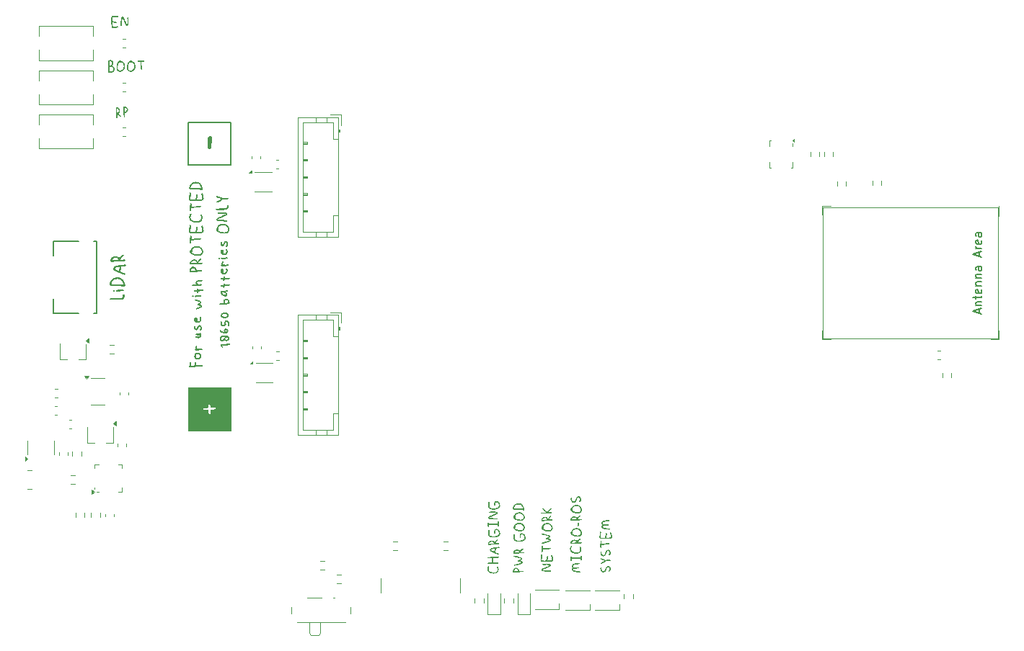
<source format=gbr>
%TF.GenerationSoftware,KiCad,Pcbnew,7.0.11-7.0.11~ubuntu22.04.1*%
%TF.CreationDate,2024-07-24T22:07:56-07:00*%
%TF.ProjectId,little_red_rover,6c697474-6c65-45f7-9265-645f726f7665,rev?*%
%TF.SameCoordinates,Original*%
%TF.FileFunction,Legend,Top*%
%TF.FilePolarity,Positive*%
%FSLAX46Y46*%
G04 Gerber Fmt 4.6, Leading zero omitted, Abs format (unit mm)*
G04 Created by KiCad (PCBNEW 7.0.11-7.0.11~ubuntu22.04.1) date 2024-07-24 22:07:56*
%MOMM*%
%LPD*%
G01*
G04 APERTURE LIST*
%ADD10C,0.000000*%
%ADD11C,0.139007*%
%ADD12C,0.281839*%
%ADD13C,0.150000*%
%ADD14C,0.120000*%
%ADD15C,0.152400*%
G04 APERTURE END LIST*
D10*
G36*
X123014730Y-118136992D02*
G01*
X120469106Y-118136992D01*
X117911581Y-118136992D01*
X117911581Y-115548030D01*
X119709448Y-115548030D01*
X119709492Y-115550992D01*
X119709626Y-115553936D01*
X119709847Y-115556857D01*
X119710156Y-115559756D01*
X119710553Y-115562630D01*
X119711035Y-115565479D01*
X119711603Y-115568303D01*
X119712257Y-115571101D01*
X119712995Y-115573873D01*
X119713817Y-115576617D01*
X119714723Y-115579333D01*
X119715711Y-115582020D01*
X119716781Y-115584677D01*
X119717933Y-115587305D01*
X119719166Y-115589902D01*
X119720480Y-115592467D01*
X119722822Y-115597477D01*
X119725333Y-115602298D01*
X119728013Y-115606932D01*
X119730863Y-115611378D01*
X119733882Y-115615637D01*
X119737071Y-115619708D01*
X119740429Y-115623593D01*
X119743957Y-115627291D01*
X119747655Y-115630803D01*
X119751522Y-115634129D01*
X119755559Y-115637268D01*
X119759766Y-115640223D01*
X119764144Y-115642992D01*
X119768691Y-115645576D01*
X119773408Y-115647976D01*
X119778295Y-115650191D01*
X119783029Y-115652252D01*
X119788188Y-115654180D01*
X119793773Y-115655976D01*
X119799784Y-115657639D01*
X119806219Y-115659169D01*
X119813080Y-115660567D01*
X119828073Y-115662963D01*
X119844762Y-115664828D01*
X119863143Y-115666161D01*
X119883215Y-115666960D01*
X119904974Y-115667227D01*
X119925311Y-115666759D01*
X119957395Y-115665391D01*
X120056829Y-115660162D01*
X120291662Y-115646902D01*
X120313284Y-115820074D01*
X120317930Y-115857773D01*
X120322824Y-115892616D01*
X120327958Y-115924599D01*
X120333326Y-115953716D01*
X120338920Y-115979962D01*
X120344732Y-116003333D01*
X120347718Y-116013938D01*
X120350756Y-116023822D01*
X120353845Y-116032985D01*
X120356985Y-116041426D01*
X120361237Y-116050080D01*
X120365857Y-116058175D01*
X120370844Y-116065711D01*
X120376199Y-116072688D01*
X120381921Y-116079106D01*
X120388011Y-116084966D01*
X120394468Y-116090267D01*
X120401292Y-116095010D01*
X120408484Y-116099194D01*
X120416043Y-116102821D01*
X120423969Y-116105889D01*
X120432263Y-116108399D01*
X120440923Y-116110351D01*
X120449950Y-116111745D01*
X120459345Y-116112581D01*
X120469106Y-116112860D01*
X120472667Y-116112835D01*
X120476111Y-116112761D01*
X120479438Y-116112637D01*
X120482650Y-116112462D01*
X120485747Y-116112236D01*
X120488729Y-116111958D01*
X120491597Y-116111628D01*
X120494352Y-116111246D01*
X120496993Y-116110811D01*
X120499523Y-116110323D01*
X120501940Y-116109781D01*
X120504245Y-116109184D01*
X120506440Y-116108533D01*
X120508525Y-116107826D01*
X120510499Y-116107064D01*
X120512365Y-116106245D01*
X120521127Y-116103000D01*
X120529324Y-116099220D01*
X120536957Y-116094904D01*
X120544026Y-116090054D01*
X120550530Y-116084670D01*
X120556470Y-116078753D01*
X120561844Y-116072302D01*
X120566654Y-116065320D01*
X120570898Y-116057807D01*
X120574577Y-116049762D01*
X120577690Y-116041187D01*
X120580238Y-116032082D01*
X120582219Y-116022448D01*
X120583635Y-116012286D01*
X120584485Y-116001596D01*
X120584768Y-115990378D01*
X120584537Y-115972895D01*
X120583847Y-115954468D01*
X120582699Y-115935092D01*
X120581096Y-115914764D01*
X120579041Y-115893479D01*
X120576535Y-115871233D01*
X120573580Y-115848022D01*
X120570181Y-115823843D01*
X120559136Y-115749206D01*
X120554810Y-115718425D01*
X120551277Y-115692003D01*
X120548534Y-115669938D01*
X120546579Y-115652232D01*
X120545408Y-115638885D01*
X120545019Y-115629896D01*
X120545019Y-115622862D01*
X120546842Y-115621974D01*
X120550500Y-115621008D01*
X120563316Y-115618841D01*
X120583471Y-115616360D01*
X120610967Y-115613564D01*
X120687996Y-115607014D01*
X120794424Y-115599173D01*
X120853569Y-115593330D01*
X120906257Y-115587707D01*
X120952492Y-115582302D01*
X120992281Y-115577113D01*
X121025627Y-115572138D01*
X121052538Y-115567374D01*
X121063581Y-115565070D01*
X121073018Y-115562818D01*
X121080848Y-115560619D01*
X121087072Y-115558470D01*
X121095392Y-115555321D01*
X121103178Y-115551828D01*
X121110431Y-115547991D01*
X121117150Y-115543809D01*
X121123335Y-115539283D01*
X121126226Y-115536891D01*
X121128984Y-115534412D01*
X121131608Y-115531847D01*
X121134098Y-115529196D01*
X121136454Y-115526458D01*
X121138675Y-115523634D01*
X121140763Y-115520724D01*
X121142716Y-115517727D01*
X121144535Y-115514644D01*
X121146220Y-115511475D01*
X121147771Y-115508219D01*
X121149186Y-115504876D01*
X121150468Y-115501447D01*
X121151615Y-115497932D01*
X121152627Y-115494329D01*
X121153504Y-115490641D01*
X121154854Y-115483003D01*
X121155665Y-115475019D01*
X121155935Y-115466688D01*
X121155709Y-115459112D01*
X121155032Y-115451694D01*
X121153902Y-115444433D01*
X121152321Y-115437330D01*
X121150288Y-115430386D01*
X121147804Y-115423600D01*
X121144867Y-115416973D01*
X121141479Y-115410505D01*
X121137639Y-115404196D01*
X121133347Y-115398047D01*
X121128603Y-115392058D01*
X121123407Y-115386230D01*
X121117759Y-115380562D01*
X121111660Y-115375054D01*
X121105108Y-115369708D01*
X121098104Y-115364523D01*
X121093525Y-115361632D01*
X121088830Y-115358923D01*
X121084019Y-115356395D01*
X121079092Y-115354050D01*
X121074050Y-115351888D01*
X121068894Y-115349910D01*
X121063624Y-115348117D01*
X121058241Y-115346510D01*
X121052744Y-115345089D01*
X121047135Y-115343855D01*
X121041413Y-115342809D01*
X121035581Y-115341952D01*
X121029637Y-115341284D01*
X121023583Y-115340805D01*
X121017418Y-115340518D01*
X121011144Y-115340422D01*
X120999223Y-115340589D01*
X120985165Y-115341087D01*
X120950626Y-115343061D01*
X120907502Y-115346309D01*
X120855764Y-115350798D01*
X120799937Y-115357645D01*
X120737331Y-115364516D01*
X120667947Y-115371380D01*
X120591787Y-115378210D01*
X120522924Y-115384825D01*
X120522924Y-115238646D01*
X120522819Y-115214236D01*
X120522501Y-115192046D01*
X120521966Y-115172079D01*
X120521209Y-115154339D01*
X120520228Y-115138832D01*
X120519017Y-115125562D01*
X120518324Y-115119767D01*
X120517572Y-115114533D01*
X120516761Y-115109860D01*
X120515890Y-115105749D01*
X120514890Y-115101525D01*
X120513692Y-115097358D01*
X120512297Y-115093248D01*
X120510705Y-115089194D01*
X120508915Y-115085195D01*
X120506927Y-115081251D01*
X120504741Y-115077361D01*
X120502357Y-115073525D01*
X120499775Y-115069742D01*
X120496996Y-115066011D01*
X120494018Y-115062333D01*
X120490842Y-115058706D01*
X120487468Y-115055129D01*
X120483896Y-115051603D01*
X120480125Y-115048127D01*
X120476156Y-115044699D01*
X120470324Y-115039339D01*
X120464581Y-115034321D01*
X120458926Y-115029645D01*
X120453359Y-115025312D01*
X120447879Y-115021322D01*
X120442485Y-115017676D01*
X120437177Y-115014374D01*
X120431955Y-115011418D01*
X120426817Y-115008807D01*
X120421764Y-115006542D01*
X120416794Y-115004624D01*
X120411907Y-115003054D01*
X120407103Y-115001832D01*
X120402380Y-115000958D01*
X120397739Y-115000433D01*
X120393179Y-115000258D01*
X120388613Y-115000433D01*
X120383956Y-115000958D01*
X120379211Y-115001832D01*
X120374376Y-115003055D01*
X120369454Y-115004626D01*
X120364444Y-115006544D01*
X120359349Y-115008809D01*
X120354168Y-115011421D01*
X120348902Y-115014377D01*
X120343552Y-115017679D01*
X120338120Y-115021325D01*
X120332606Y-115025315D01*
X120327010Y-115029648D01*
X120321334Y-115034323D01*
X120315578Y-115039341D01*
X120309744Y-115044699D01*
X120305777Y-115048125D01*
X120302009Y-115051600D01*
X120298438Y-115055125D01*
X120295066Y-115058700D01*
X120291892Y-115062326D01*
X120288915Y-115066004D01*
X120286136Y-115069734D01*
X120283556Y-115073516D01*
X120281173Y-115077352D01*
X120278987Y-115081242D01*
X120277000Y-115085186D01*
X120275210Y-115089186D01*
X120273617Y-115093242D01*
X120272222Y-115097354D01*
X120271025Y-115101523D01*
X120270025Y-115105749D01*
X120268381Y-115114628D01*
X120266954Y-115125955D01*
X120265742Y-115139731D01*
X120264749Y-115155954D01*
X120263975Y-115174622D01*
X120263420Y-115195735D01*
X120263087Y-115219292D01*
X120262975Y-115245291D01*
X120262902Y-115269698D01*
X120262690Y-115291887D01*
X120262348Y-115311853D01*
X120261884Y-115329592D01*
X120261309Y-115345099D01*
X120260632Y-115358371D01*
X120259862Y-115369402D01*
X120259008Y-115378187D01*
X120258050Y-115381504D01*
X120256984Y-115384653D01*
X120255810Y-115387636D01*
X120254526Y-115390454D01*
X120253131Y-115393108D01*
X120251626Y-115395599D01*
X120250009Y-115397929D01*
X120248279Y-115400099D01*
X120246436Y-115402110D01*
X120245472Y-115403056D01*
X120244480Y-115403962D01*
X120243459Y-115404830D01*
X120242409Y-115405658D01*
X120241330Y-115406448D01*
X120240222Y-115407198D01*
X120239085Y-115407910D01*
X120237919Y-115408584D01*
X120235499Y-115409816D01*
X120232962Y-115410896D01*
X120230306Y-115411825D01*
X120222673Y-115413528D01*
X120208807Y-115415239D01*
X120188714Y-115416956D01*
X120162399Y-115418677D01*
X120091125Y-115422114D01*
X119995031Y-115425528D01*
X119969962Y-115426034D01*
X119946281Y-115426704D01*
X119923987Y-115427536D01*
X119903081Y-115428530D01*
X119883561Y-115429686D01*
X119865427Y-115431002D01*
X119848678Y-115432480D01*
X119833315Y-115434118D01*
X119819335Y-115435915D01*
X119806740Y-115437872D01*
X119795528Y-115439988D01*
X119785699Y-115442262D01*
X119777251Y-115444694D01*
X119770186Y-115447283D01*
X119764502Y-115450030D01*
X119762177Y-115451462D01*
X119760198Y-115452933D01*
X119754066Y-115457687D01*
X119748327Y-115462598D01*
X119742981Y-115467665D01*
X119738029Y-115472890D01*
X119733471Y-115478273D01*
X119729308Y-115483814D01*
X119725539Y-115489514D01*
X119722166Y-115495373D01*
X119719188Y-115501392D01*
X119716606Y-115507571D01*
X119714420Y-115513910D01*
X119712631Y-115520411D01*
X119711239Y-115527073D01*
X119710244Y-115533897D01*
X119709647Y-115540883D01*
X119709448Y-115548030D01*
X117911581Y-115548030D01*
X117911581Y-113033827D01*
X123014730Y-113033827D01*
X123014730Y-118136992D01*
G37*
D11*
X122924627Y-86818442D02*
X117920354Y-86818442D01*
X122924627Y-81814169D02*
X122924627Y-86818442D01*
X117920354Y-81814169D02*
X122924627Y-81814169D01*
X117920354Y-86818442D02*
X117920354Y-81814169D01*
D12*
X120440098Y-83508538D02*
X120446679Y-83509278D01*
X120453084Y-83510511D01*
X120459313Y-83512237D01*
X120465364Y-83514456D01*
X120471240Y-83517169D01*
X120476939Y-83520375D01*
X120482462Y-83524074D01*
X120487808Y-83528266D01*
X120492978Y-83532952D01*
X120497972Y-83538131D01*
X120502790Y-83543803D01*
X120507431Y-83549968D01*
X120511897Y-83556627D01*
X120516186Y-83563779D01*
X120520300Y-83571425D01*
X120523811Y-83578553D01*
X120527096Y-83585731D01*
X120530154Y-83592958D01*
X120532986Y-83600234D01*
X120535590Y-83607559D01*
X120537969Y-83614933D01*
X120540120Y-83622357D01*
X120542045Y-83629830D01*
X120543744Y-83637352D01*
X120545216Y-83644923D01*
X120546461Y-83652543D01*
X120547480Y-83660212D01*
X120548272Y-83667931D01*
X120548838Y-83675699D01*
X120549178Y-83683516D01*
X120549291Y-83691382D01*
X120549190Y-83697596D01*
X120548888Y-83706770D01*
X120547676Y-83733996D01*
X120545654Y-83773060D01*
X120542822Y-83823965D01*
X120542017Y-83839751D01*
X120539604Y-83880789D01*
X120529943Y-84038618D01*
X120510625Y-84347983D01*
X120505494Y-84427394D01*
X120499759Y-84498322D01*
X120493419Y-84560767D01*
X120486475Y-84614727D01*
X120478925Y-84660204D01*
X120470770Y-84697198D01*
X120466465Y-84712513D01*
X120462009Y-84725707D01*
X120457401Y-84736781D01*
X120452642Y-84745734D01*
X120448226Y-84752613D01*
X120443835Y-84759048D01*
X120439470Y-84765040D01*
X120435130Y-84770588D01*
X120430815Y-84775693D01*
X120426525Y-84780354D01*
X120422261Y-84784571D01*
X120418022Y-84788344D01*
X120413808Y-84791673D01*
X120409619Y-84794559D01*
X120405456Y-84797000D01*
X120401317Y-84798998D01*
X120397204Y-84800552D01*
X120393116Y-84801662D01*
X120389053Y-84802328D01*
X120385015Y-84802550D01*
X120382798Y-84802476D01*
X120380574Y-84802254D01*
X120378344Y-84801884D01*
X120376107Y-84801366D01*
X120373865Y-84800700D01*
X120371616Y-84799886D01*
X120369361Y-84798924D01*
X120367099Y-84797815D01*
X120364832Y-84796557D01*
X120362558Y-84795151D01*
X120360278Y-84793598D01*
X120357991Y-84791896D01*
X120355699Y-84790046D01*
X120353400Y-84788049D01*
X120351095Y-84785903D01*
X120348783Y-84783610D01*
X120344141Y-84778579D01*
X120339475Y-84772956D01*
X120334783Y-84766741D01*
X120330066Y-84759935D01*
X120325325Y-84752536D01*
X120320558Y-84744546D01*
X120315766Y-84735964D01*
X120310949Y-84726790D01*
X120310934Y-84726805D01*
X120306641Y-84718790D01*
X120302625Y-84710528D01*
X120298887Y-84702019D01*
X120295426Y-84693264D01*
X120292243Y-84684262D01*
X120289336Y-84675014D01*
X120286707Y-84665519D01*
X120284355Y-84655777D01*
X120282280Y-84645789D01*
X120280481Y-84635554D01*
X120278960Y-84625073D01*
X120277715Y-84614345D01*
X120276747Y-84603371D01*
X120276056Y-84592150D01*
X120275641Y-84580682D01*
X120275503Y-84568968D01*
X120275905Y-84548548D01*
X120277114Y-84515699D01*
X120281946Y-84412710D01*
X120290000Y-84260000D01*
X120301275Y-84057570D01*
X120317170Y-83850410D01*
X120324970Y-83766658D01*
X120332672Y-83696125D01*
X120340274Y-83638811D01*
X120347776Y-83594715D01*
X120355177Y-83563838D01*
X120358840Y-83553356D01*
X120362478Y-83546179D01*
X120366153Y-83541591D01*
X120369928Y-83537298D01*
X120373804Y-83533302D01*
X120377779Y-83529602D01*
X120381856Y-83526198D01*
X120386032Y-83523090D01*
X120390309Y-83520278D01*
X120394687Y-83517762D01*
X120399166Y-83515543D01*
X120403745Y-83513619D01*
X120408425Y-83511991D01*
X120413206Y-83510659D01*
X120418088Y-83509623D01*
X120423071Y-83508883D01*
X120428155Y-83508440D01*
X120433340Y-83508292D01*
X120440098Y-83508538D01*
G36*
X120440098Y-83508538D02*
G01*
X120446679Y-83509278D01*
X120453084Y-83510511D01*
X120459313Y-83512237D01*
X120465364Y-83514456D01*
X120471240Y-83517169D01*
X120476939Y-83520375D01*
X120482462Y-83524074D01*
X120487808Y-83528266D01*
X120492978Y-83532952D01*
X120497972Y-83538131D01*
X120502790Y-83543803D01*
X120507431Y-83549968D01*
X120511897Y-83556627D01*
X120516186Y-83563779D01*
X120520300Y-83571425D01*
X120523811Y-83578553D01*
X120527096Y-83585731D01*
X120530154Y-83592958D01*
X120532986Y-83600234D01*
X120535590Y-83607559D01*
X120537969Y-83614933D01*
X120540120Y-83622357D01*
X120542045Y-83629830D01*
X120543744Y-83637352D01*
X120545216Y-83644923D01*
X120546461Y-83652543D01*
X120547480Y-83660212D01*
X120548272Y-83667931D01*
X120548838Y-83675699D01*
X120549178Y-83683516D01*
X120549291Y-83691382D01*
X120549190Y-83697596D01*
X120548888Y-83706770D01*
X120547676Y-83733996D01*
X120545654Y-83773060D01*
X120542822Y-83823965D01*
X120542017Y-83839751D01*
X120539604Y-83880789D01*
X120529943Y-84038618D01*
X120510625Y-84347983D01*
X120505494Y-84427394D01*
X120499759Y-84498322D01*
X120493419Y-84560767D01*
X120486475Y-84614727D01*
X120478925Y-84660204D01*
X120470770Y-84697198D01*
X120466465Y-84712513D01*
X120462009Y-84725707D01*
X120457401Y-84736781D01*
X120452642Y-84745734D01*
X120448226Y-84752613D01*
X120443835Y-84759048D01*
X120439470Y-84765040D01*
X120435130Y-84770588D01*
X120430815Y-84775693D01*
X120426525Y-84780354D01*
X120422261Y-84784571D01*
X120418022Y-84788344D01*
X120413808Y-84791673D01*
X120409619Y-84794559D01*
X120405456Y-84797000D01*
X120401317Y-84798998D01*
X120397204Y-84800552D01*
X120393116Y-84801662D01*
X120389053Y-84802328D01*
X120385015Y-84802550D01*
X120382798Y-84802476D01*
X120380574Y-84802254D01*
X120378344Y-84801884D01*
X120376107Y-84801366D01*
X120373865Y-84800700D01*
X120371616Y-84799886D01*
X120369361Y-84798924D01*
X120367099Y-84797815D01*
X120364832Y-84796557D01*
X120362558Y-84795151D01*
X120360278Y-84793598D01*
X120357991Y-84791896D01*
X120355699Y-84790046D01*
X120353400Y-84788049D01*
X120351095Y-84785903D01*
X120348783Y-84783610D01*
X120344141Y-84778579D01*
X120339475Y-84772956D01*
X120334783Y-84766741D01*
X120330066Y-84759935D01*
X120325325Y-84752536D01*
X120320558Y-84744546D01*
X120315766Y-84735964D01*
X120310949Y-84726790D01*
X120310934Y-84726805D01*
X120306641Y-84718790D01*
X120302625Y-84710528D01*
X120298887Y-84702019D01*
X120295426Y-84693264D01*
X120292243Y-84684262D01*
X120289336Y-84675014D01*
X120286707Y-84665519D01*
X120284355Y-84655777D01*
X120282280Y-84645789D01*
X120280481Y-84635554D01*
X120278960Y-84625073D01*
X120277715Y-84614345D01*
X120276747Y-84603371D01*
X120276056Y-84592150D01*
X120275641Y-84580682D01*
X120275503Y-84568968D01*
X120275905Y-84548548D01*
X120277114Y-84515699D01*
X120281946Y-84412710D01*
X120290000Y-84260000D01*
X120301275Y-84057570D01*
X120317170Y-83850410D01*
X120324970Y-83766658D01*
X120332672Y-83696125D01*
X120340274Y-83638811D01*
X120347776Y-83594715D01*
X120355177Y-83563838D01*
X120358840Y-83553356D01*
X120362478Y-83546179D01*
X120366153Y-83541591D01*
X120369928Y-83537298D01*
X120373804Y-83533302D01*
X120377779Y-83529602D01*
X120381856Y-83526198D01*
X120386032Y-83523090D01*
X120390309Y-83520278D01*
X120394687Y-83517762D01*
X120399166Y-83515543D01*
X120403745Y-83513619D01*
X120408425Y-83511991D01*
X120413206Y-83510659D01*
X120418088Y-83509623D01*
X120423071Y-83508883D01*
X120428155Y-83508440D01*
X120433340Y-83508292D01*
X120440098Y-83508538D01*
G37*
D10*
G36*
X108795141Y-74500375D02*
G01*
X108800567Y-74500476D01*
X108805728Y-74500643D01*
X108810623Y-74500876D01*
X108815252Y-74501175D01*
X108819617Y-74501539D01*
X108823716Y-74501969D01*
X108827551Y-74502463D01*
X108844004Y-74503858D01*
X108860027Y-74505931D01*
X108875621Y-74508683D01*
X108890785Y-74512113D01*
X108905519Y-74516222D01*
X108919823Y-74521009D01*
X108933697Y-74526474D01*
X108947141Y-74532618D01*
X108960156Y-74539440D01*
X108972740Y-74546941D01*
X108984895Y-74555120D01*
X108996620Y-74563978D01*
X109007915Y-74573514D01*
X109018780Y-74583728D01*
X109029215Y-74594621D01*
X109039220Y-74606192D01*
X109048993Y-74618361D01*
X109058203Y-74631060D01*
X109066851Y-74644288D01*
X109074937Y-74658045D01*
X109082461Y-74672332D01*
X109089423Y-74687147D01*
X109095822Y-74702493D01*
X109101659Y-74718367D01*
X109106934Y-74734771D01*
X109111647Y-74751704D01*
X109115798Y-74769166D01*
X109119386Y-74787157D01*
X109122413Y-74805678D01*
X109124877Y-74824728D01*
X109126778Y-74844308D01*
X109128118Y-74864416D01*
X109128118Y-74887717D01*
X109128612Y-74890788D01*
X109129039Y-74893662D01*
X109129401Y-74896338D01*
X109129697Y-74898817D01*
X109129928Y-74901099D01*
X109130092Y-74903183D01*
X109130191Y-74905070D01*
X109130224Y-74906760D01*
X109129951Y-74923811D01*
X109129132Y-74940564D01*
X109127768Y-74957019D01*
X109125858Y-74973176D01*
X109123403Y-74989035D01*
X109120401Y-75004596D01*
X109116855Y-75019859D01*
X109112762Y-75034825D01*
X109108124Y-75049492D01*
X109102941Y-75063862D01*
X109097212Y-75077935D01*
X109090937Y-75091710D01*
X109084117Y-75105187D01*
X109076752Y-75118367D01*
X109068841Y-75131250D01*
X109060384Y-75143835D01*
X109022298Y-75198874D01*
X109066747Y-75220038D01*
X109076192Y-75224966D01*
X109085471Y-75230225D01*
X109094584Y-75235814D01*
X109103531Y-75241734D01*
X109112313Y-75247984D01*
X109120929Y-75254564D01*
X109129380Y-75261475D01*
X109137664Y-75268717D01*
X109145783Y-75276290D01*
X109153737Y-75284193D01*
X109161524Y-75292428D01*
X109169145Y-75300993D01*
X109176601Y-75309890D01*
X109183891Y-75319118D01*
X109191015Y-75328677D01*
X109197973Y-75338568D01*
X109204968Y-75348416D01*
X109211666Y-75358380D01*
X109218066Y-75368459D01*
X109224168Y-75378654D01*
X109229973Y-75388965D01*
X109235480Y-75399391D01*
X109240690Y-75409934D01*
X109245601Y-75420592D01*
X109250215Y-75431366D01*
X109254532Y-75442255D01*
X109258550Y-75453261D01*
X109262271Y-75464383D01*
X109265694Y-75475621D01*
X109268819Y-75486975D01*
X109271646Y-75498445D01*
X109274175Y-75510031D01*
X109276160Y-75518593D01*
X109277880Y-75527355D01*
X109279336Y-75536315D01*
X109280527Y-75545475D01*
X109281453Y-75554835D01*
X109282115Y-75564394D01*
X109282512Y-75574153D01*
X109282644Y-75584112D01*
X109282495Y-75592225D01*
X109282049Y-75600685D01*
X109281305Y-75609492D01*
X109280263Y-75618645D01*
X109278924Y-75628146D01*
X109277287Y-75637993D01*
X109275353Y-75648188D01*
X109273121Y-75658730D01*
X109270591Y-75669619D01*
X109267763Y-75680855D01*
X109261214Y-75704368D01*
X109253474Y-75729270D01*
X109244543Y-75755560D01*
X109239625Y-75768353D01*
X109234392Y-75780797D01*
X109228845Y-75792895D01*
X109222983Y-75804644D01*
X109216806Y-75816047D01*
X109210316Y-75827102D01*
X109203511Y-75837809D01*
X109196392Y-75848170D01*
X109188958Y-75858183D01*
X109181211Y-75867849D01*
X109173149Y-75877167D01*
X109164774Y-75886139D01*
X109156084Y-75894763D01*
X109147081Y-75903041D01*
X109137764Y-75910971D01*
X109128133Y-75918555D01*
X109118391Y-75925838D01*
X109108220Y-75932873D01*
X109097619Y-75939661D01*
X109086588Y-75946200D01*
X109075128Y-75952492D01*
X109063238Y-75958536D01*
X109050919Y-75964332D01*
X109038169Y-75969879D01*
X109024991Y-75975179D01*
X109011382Y-75980231D01*
X108997344Y-75985035D01*
X108982876Y-75989590D01*
X108967978Y-75993898D01*
X108952650Y-75997957D01*
X108936893Y-76001768D01*
X108920705Y-76005331D01*
X108904567Y-76008309D01*
X108887899Y-76010890D01*
X108870700Y-76013075D01*
X108852972Y-76014862D01*
X108834714Y-76016253D01*
X108815928Y-76017247D01*
X108796613Y-76017843D01*
X108776769Y-76018042D01*
X108752659Y-76017777D01*
X108730154Y-76017022D01*
X108729013Y-76016983D01*
X108705829Y-76015660D01*
X108683109Y-76013808D01*
X108660851Y-76011426D01*
X108639056Y-76008515D01*
X108617723Y-76005074D01*
X108596853Y-76001105D01*
X108577700Y-75996738D01*
X108568843Y-75994455D01*
X108560466Y-75992107D01*
X108552569Y-75989692D01*
X108545152Y-75987211D01*
X108538215Y-75984664D01*
X108531757Y-75982050D01*
X108525779Y-75979371D01*
X108520281Y-75976625D01*
X108515263Y-75973813D01*
X108510724Y-75970935D01*
X108506665Y-75967991D01*
X108503086Y-75964981D01*
X108499986Y-75961904D01*
X108497366Y-75958762D01*
X108495830Y-75956365D01*
X108494394Y-75953935D01*
X108493056Y-75951472D01*
X108491818Y-75948976D01*
X108490679Y-75946447D01*
X108489639Y-75943885D01*
X108488698Y-75941290D01*
X108487856Y-75938662D01*
X108487113Y-75936000D01*
X108486469Y-75933305D01*
X108485924Y-75930577D01*
X108485478Y-75927815D01*
X108485131Y-75925020D01*
X108484884Y-75922192D01*
X108484735Y-75919329D01*
X108484686Y-75916434D01*
X108484768Y-75912249D01*
X108485016Y-75908164D01*
X108485429Y-75904178D01*
X108486008Y-75900292D01*
X108486751Y-75896504D01*
X108487660Y-75892817D01*
X108488735Y-75889228D01*
X108489975Y-75885739D01*
X108491380Y-75882349D01*
X108492950Y-75879058D01*
X108494687Y-75875866D01*
X108496588Y-75872774D01*
X108498655Y-75869780D01*
X108500888Y-75866886D01*
X108502012Y-75865576D01*
X108677251Y-75865576D01*
X108681478Y-75869818D01*
X108681744Y-75870073D01*
X108682010Y-75870312D01*
X108682276Y-75870534D01*
X108682542Y-75870739D01*
X108682808Y-75870928D01*
X108683074Y-75871101D01*
X108683339Y-75871257D01*
X108683605Y-75871397D01*
X108683870Y-75871521D01*
X108684135Y-75871628D01*
X108684400Y-75871718D01*
X108684665Y-75871792D01*
X108684929Y-75871850D01*
X108685193Y-75871891D01*
X108685457Y-75871916D01*
X108685720Y-75871924D01*
X108730154Y-75871924D01*
X108764191Y-75871692D01*
X108795382Y-75870997D01*
X108823728Y-75869839D01*
X108849229Y-75868218D01*
X108871885Y-75866134D01*
X108891696Y-75863587D01*
X108908661Y-75860579D01*
X108922781Y-75857107D01*
X108937358Y-75852924D01*
X108951456Y-75848311D01*
X108965074Y-75843268D01*
X108978213Y-75837795D01*
X108990872Y-75831892D01*
X109003052Y-75825560D01*
X109014752Y-75818797D01*
X109025972Y-75811604D01*
X109036713Y-75803981D01*
X109046974Y-75795928D01*
X109056756Y-75787445D01*
X109066058Y-75778532D01*
X109074880Y-75769188D01*
X109083223Y-75759415D01*
X109091087Y-75749211D01*
X109098470Y-75738577D01*
X109102314Y-75732113D01*
X109105910Y-75725417D01*
X109109258Y-75718489D01*
X109112358Y-75711329D01*
X109115210Y-75703938D01*
X109117813Y-75696315D01*
X109120169Y-75688460D01*
X109122276Y-75680374D01*
X109124135Y-75672057D01*
X109125747Y-75663508D01*
X109127110Y-75654727D01*
X109128226Y-75645715D01*
X109129093Y-75636471D01*
X109129713Y-75626996D01*
X109130085Y-75617290D01*
X109130209Y-75607352D01*
X109129696Y-75584282D01*
X109128158Y-75562172D01*
X109125595Y-75541022D01*
X109122006Y-75520831D01*
X109117393Y-75501599D01*
X109111754Y-75483327D01*
X109105090Y-75466014D01*
X109097400Y-75449660D01*
X109088686Y-75434265D01*
X109078946Y-75419829D01*
X109068182Y-75406352D01*
X109056392Y-75393835D01*
X109043577Y-75382276D01*
X109029738Y-75371677D01*
X109014873Y-75362036D01*
X108998983Y-75353354D01*
X108998998Y-75353354D01*
X108992351Y-75350020D01*
X108985637Y-75346901D01*
X108978857Y-75343997D01*
X108972010Y-75341309D01*
X108965098Y-75338835D01*
X108958120Y-75336577D01*
X108951076Y-75334534D01*
X108943966Y-75332707D01*
X108936789Y-75331094D01*
X108929547Y-75329697D01*
X108922239Y-75328514D01*
X108914865Y-75327547D01*
X108907425Y-75326794D01*
X108899919Y-75326257D01*
X108892347Y-75325934D01*
X108884710Y-75325827D01*
X108876109Y-75325992D01*
X108867243Y-75326488D01*
X108858113Y-75327314D01*
X108848718Y-75328471D01*
X108839059Y-75329958D01*
X108829135Y-75331775D01*
X108818946Y-75333923D01*
X108808492Y-75336401D01*
X108800756Y-75338518D01*
X108792357Y-75340636D01*
X108783295Y-75342754D01*
X108773571Y-75344872D01*
X108763185Y-75346991D01*
X108752138Y-75349111D01*
X108740431Y-75351232D01*
X108730154Y-75352995D01*
X108728063Y-75353354D01*
X108725996Y-75353412D01*
X108724027Y-75353585D01*
X108722158Y-75353874D01*
X108720387Y-75354278D01*
X108718716Y-75354799D01*
X108717144Y-75355435D01*
X108716395Y-75355796D01*
X108715671Y-75356186D01*
X108714972Y-75356606D01*
X108714298Y-75357054D01*
X108713648Y-75357531D01*
X108713024Y-75358038D01*
X108712424Y-75358573D01*
X108711849Y-75359137D01*
X108711298Y-75359730D01*
X108710773Y-75360352D01*
X108710272Y-75361003D01*
X108709796Y-75361684D01*
X108708919Y-75363131D01*
X108708141Y-75364695D01*
X108707463Y-75366374D01*
X108706884Y-75368170D01*
X108706357Y-75372371D01*
X108705829Y-75378622D01*
X108705300Y-75386923D01*
X108704771Y-75397274D01*
X108704241Y-75409677D01*
X108703713Y-75424130D01*
X108702657Y-75459189D01*
X108702426Y-75487696D01*
X108701730Y-75517130D01*
X108700572Y-75547491D01*
X108698949Y-75578778D01*
X108696864Y-75610991D01*
X108694315Y-75644130D01*
X108691302Y-75678196D01*
X108687826Y-75713187D01*
X108683200Y-75763715D01*
X108679895Y-75805252D01*
X108677912Y-75837798D01*
X108677417Y-75850698D01*
X108677251Y-75861349D01*
X108677251Y-75865576D01*
X108502012Y-75865576D01*
X108503286Y-75864091D01*
X108505849Y-75861395D01*
X108507169Y-75859906D01*
X108508479Y-75858082D01*
X108511076Y-75853428D01*
X108513639Y-75847434D01*
X108516169Y-75840101D01*
X108518666Y-75831428D01*
X108521130Y-75821415D01*
X108523561Y-75810062D01*
X108525959Y-75797369D01*
X108528323Y-75783337D01*
X108530655Y-75767965D01*
X108532953Y-75751254D01*
X108535219Y-75733203D01*
X108537451Y-75713812D01*
X108539651Y-75693082D01*
X108543951Y-75647604D01*
X108546923Y-75611754D01*
X108549501Y-75575109D01*
X108551682Y-75537670D01*
X108553468Y-75499438D01*
X108554858Y-75460411D01*
X108555851Y-75420591D01*
X108556447Y-75379976D01*
X108556646Y-75338568D01*
X108555985Y-75258531D01*
X108554000Y-75124255D01*
X108546056Y-74692984D01*
X108546056Y-74671774D01*
X108689962Y-74671774D01*
X108696310Y-74879202D01*
X108700272Y-74983052D01*
X108703710Y-75061764D01*
X108706622Y-75115342D01*
X108709005Y-75143790D01*
X108710060Y-75154633D01*
X108711118Y-75163889D01*
X108711648Y-75167923D01*
X108712176Y-75171560D01*
X108712705Y-75174802D01*
X108713232Y-75177649D01*
X108714287Y-75181743D01*
X108715345Y-75185578D01*
X108716403Y-75189152D01*
X108717458Y-75192465D01*
X108718007Y-75192980D01*
X108718588Y-75193462D01*
X108719201Y-75193911D01*
X108719848Y-75194325D01*
X108720526Y-75194707D01*
X108721238Y-75195055D01*
X108721982Y-75195369D01*
X108722759Y-75195650D01*
X108723568Y-75195898D01*
X108724411Y-75196113D01*
X108725286Y-75196295D01*
X108726194Y-75196443D01*
X108727134Y-75196559D01*
X108728108Y-75196641D01*
X108729114Y-75196691D01*
X108730154Y-75196707D01*
X108732769Y-75196674D01*
X108735318Y-75196573D01*
X108737800Y-75196406D01*
X108740215Y-75196173D01*
X108742564Y-75195874D01*
X108744846Y-75195510D01*
X108747062Y-75195080D01*
X108749212Y-75194586D01*
X108757999Y-75192736D01*
X108766902Y-75190357D01*
X108775922Y-75187448D01*
X108785057Y-75184009D01*
X108794309Y-75180041D01*
X108803676Y-75175544D01*
X108813160Y-75170517D01*
X108822759Y-75164961D01*
X108832475Y-75158876D01*
X108842306Y-75152261D01*
X108852253Y-75145117D01*
X108862315Y-75137444D01*
X108872494Y-75129242D01*
X108882788Y-75120511D01*
X108893197Y-75111251D01*
X108903722Y-75101462D01*
X108909171Y-75096418D01*
X108914405Y-75091342D01*
X108919424Y-75086232D01*
X108924227Y-75081089D01*
X108928816Y-75075912D01*
X108933190Y-75070703D01*
X108937349Y-75065460D01*
X108941293Y-75060185D01*
X108945023Y-75054876D01*
X108948537Y-75049534D01*
X108951836Y-75044159D01*
X108954920Y-75038752D01*
X108957790Y-75033311D01*
X108960444Y-75027837D01*
X108962884Y-75022330D01*
X108965109Y-75016791D01*
X108967159Y-75010845D01*
X108969078Y-75004651D01*
X108970865Y-74998209D01*
X108972519Y-74991519D01*
X108974040Y-74984582D01*
X108975430Y-74977397D01*
X108976687Y-74969963D01*
X108977811Y-74962282D01*
X108978804Y-74954354D01*
X108979664Y-74946177D01*
X108980392Y-74937753D01*
X108980987Y-74929080D01*
X108981781Y-74910992D01*
X108982046Y-74891913D01*
X108981947Y-74876635D01*
X108981650Y-74862547D01*
X108981156Y-74849650D01*
X108980463Y-74837942D01*
X108979571Y-74827425D01*
X108978479Y-74818098D01*
X108977189Y-74809962D01*
X108975698Y-74803015D01*
X108975103Y-74799540D01*
X108974375Y-74796000D01*
X108973515Y-74792393D01*
X108972522Y-74788721D01*
X108971398Y-74784983D01*
X108970141Y-74781179D01*
X108968751Y-74777309D01*
X108967229Y-74773373D01*
X108965575Y-74769371D01*
X108963789Y-74765303D01*
X108961870Y-74761169D01*
X108959819Y-74756969D01*
X108957636Y-74752703D01*
X108955320Y-74748371D01*
X108952873Y-74743972D01*
X108950292Y-74739508D01*
X108946820Y-74732524D01*
X108943282Y-74725852D01*
X108939678Y-74719495D01*
X108936007Y-74713451D01*
X108932270Y-74707721D01*
X108928468Y-74702304D01*
X108924599Y-74697202D01*
X108920663Y-74692414D01*
X108916662Y-74687939D01*
X108912595Y-74683780D01*
X108908461Y-74679934D01*
X108904261Y-74676403D01*
X108899995Y-74673187D01*
X108895663Y-74670285D01*
X108891265Y-74667698D01*
X108886800Y-74665427D01*
X108886816Y-74665442D01*
X108882998Y-74663646D01*
X108878948Y-74661966D01*
X108874666Y-74660401D01*
X108870153Y-74658953D01*
X108865408Y-74657620D01*
X108860431Y-74656404D01*
X108855223Y-74655303D01*
X108849783Y-74654318D01*
X108844111Y-74653449D01*
X108838207Y-74652696D01*
X108832071Y-74652059D01*
X108825704Y-74651537D01*
X108819105Y-74651132D01*
X108812275Y-74650842D01*
X108805212Y-74650668D01*
X108797918Y-74650610D01*
X108785052Y-74650808D01*
X108772913Y-74651403D01*
X108761502Y-74652394D01*
X108750818Y-74653782D01*
X108745749Y-74654625D01*
X108740862Y-74655567D01*
X108736158Y-74656609D01*
X108731635Y-74657749D01*
X108727295Y-74658989D01*
X108723137Y-74660329D01*
X108719161Y-74661767D01*
X108715368Y-74663306D01*
X108689962Y-74671774D01*
X108546056Y-74671774D01*
X108546056Y-74654898D01*
X108546288Y-74634724D01*
X108546983Y-74616532D01*
X108548142Y-74600324D01*
X108549764Y-74586100D01*
X108550749Y-74579732D01*
X108551850Y-74573860D01*
X108553067Y-74568484D01*
X108554399Y-74563604D01*
X108555848Y-74559221D01*
X108557412Y-74555333D01*
X108559092Y-74551942D01*
X108560888Y-74549048D01*
X108561856Y-74547741D01*
X108562907Y-74546468D01*
X108564040Y-74545227D01*
X108565256Y-74544020D01*
X108566554Y-74542846D01*
X108567935Y-74541705D01*
X108569399Y-74540598D01*
X108570945Y-74539523D01*
X108572574Y-74538481D01*
X108574285Y-74537473D01*
X108577956Y-74535556D01*
X108581957Y-74533771D01*
X108586288Y-74532118D01*
X108590950Y-74530598D01*
X108595943Y-74529210D01*
X108601267Y-74527954D01*
X108606921Y-74526830D01*
X108612906Y-74525839D01*
X108619223Y-74524980D01*
X108625870Y-74524252D01*
X108632848Y-74523657D01*
X108632843Y-74523647D01*
X108632839Y-74523639D01*
X108632838Y-74523636D01*
X108632836Y-74523633D01*
X108632835Y-74523631D01*
X108632833Y-74523629D01*
X108632832Y-74523626D01*
X108632830Y-74523625D01*
X108632829Y-74523623D01*
X108632827Y-74523621D01*
X108632823Y-74523616D01*
X108632818Y-74523611D01*
X108640953Y-74522953D01*
X108649486Y-74522029D01*
X108658416Y-74520841D01*
X108667743Y-74519388D01*
X108677468Y-74517671D01*
X108687589Y-74515689D01*
X108698106Y-74513443D01*
X108709020Y-74510931D01*
X108720466Y-74508448D01*
X108731514Y-74506296D01*
X108742164Y-74504476D01*
X108752416Y-74502987D01*
X108762271Y-74501830D01*
X108771728Y-74501003D01*
X108780788Y-74500507D01*
X108789449Y-74500342D01*
X108795141Y-74500375D01*
G37*
G36*
X109983922Y-74540664D02*
G01*
X109990742Y-74541011D01*
X109997347Y-74541590D01*
X110003738Y-74542400D01*
X110009914Y-74543441D01*
X110015876Y-74544714D01*
X110021623Y-74546219D01*
X110027155Y-74547955D01*
X110032472Y-74549922D01*
X110037574Y-74552122D01*
X110042460Y-74554552D01*
X110047132Y-74557215D01*
X110051589Y-74560109D01*
X110055830Y-74563235D01*
X110059855Y-74566592D01*
X110063665Y-74570181D01*
X110067229Y-74573859D01*
X110070513Y-74577487D01*
X110073515Y-74581067D01*
X110076236Y-74584597D01*
X110078676Y-74588078D01*
X110080835Y-74591510D01*
X110082712Y-74594892D01*
X110084308Y-74598225D01*
X110085623Y-74601508D01*
X110086657Y-74604742D01*
X110087409Y-74607926D01*
X110087880Y-74611060D01*
X110088070Y-74614145D01*
X110087978Y-74617179D01*
X110087605Y-74620164D01*
X110086950Y-74623099D01*
X110086454Y-74625172D01*
X110086024Y-74627163D01*
X110085660Y-74629073D01*
X110085362Y-74630900D01*
X110085131Y-74632645D01*
X110084965Y-74634307D01*
X110084866Y-74635887D01*
X110084833Y-74637385D01*
X110084866Y-74638800D01*
X110084965Y-74640132D01*
X110085131Y-74641381D01*
X110085362Y-74642548D01*
X110085660Y-74643632D01*
X110086024Y-74644632D01*
X110086454Y-74645549D01*
X110086950Y-74646384D01*
X110087232Y-74646644D01*
X110087548Y-74646896D01*
X110087896Y-74647140D01*
X110088278Y-74647376D01*
X110089139Y-74647822D01*
X110090132Y-74648235D01*
X110091257Y-74648615D01*
X110092514Y-74648961D01*
X110093903Y-74649275D01*
X110095424Y-74649556D01*
X110097078Y-74649803D01*
X110098863Y-74650017D01*
X110100781Y-74650199D01*
X110102831Y-74650347D01*
X110105013Y-74650462D01*
X110107328Y-74650544D01*
X110109776Y-74650594D01*
X110112356Y-74650610D01*
X110116199Y-74650701D01*
X110120323Y-74650974D01*
X110124729Y-74651429D01*
X110129416Y-74652066D01*
X110134384Y-74652885D01*
X110139634Y-74653886D01*
X110145165Y-74655069D01*
X110150978Y-74656433D01*
X110157071Y-74657980D01*
X110163446Y-74659708D01*
X110177040Y-74663710D01*
X110191758Y-74668439D01*
X110207601Y-74673895D01*
X110224088Y-74680444D01*
X110240210Y-74687918D01*
X110255969Y-74696318D01*
X110271365Y-74705644D01*
X110286396Y-74715896D01*
X110301064Y-74727075D01*
X110315367Y-74739179D01*
X110329307Y-74752209D01*
X110342883Y-74766165D01*
X110356095Y-74781048D01*
X110368943Y-74796856D01*
X110381428Y-74813591D01*
X110393548Y-74831252D01*
X110405304Y-74849839D01*
X110416696Y-74869352D01*
X110427724Y-74889792D01*
X110438234Y-74910538D01*
X110448066Y-74931500D01*
X110457220Y-74952676D01*
X110465696Y-74974066D01*
X110473494Y-74995672D01*
X110480613Y-75017491D01*
X110487055Y-75039526D01*
X110492818Y-75061776D01*
X110497904Y-75084240D01*
X110502311Y-75106919D01*
X110506041Y-75129812D01*
X110509092Y-75152921D01*
X110511465Y-75176244D01*
X110513160Y-75199782D01*
X110514177Y-75223536D01*
X110514516Y-75247504D01*
X110514318Y-75265399D01*
X110513722Y-75283095D01*
X110512728Y-75300591D01*
X110511339Y-75317889D01*
X110509553Y-75334987D01*
X110507371Y-75351887D01*
X110504794Y-75368588D01*
X110501821Y-75385092D01*
X110494778Y-75416951D01*
X110486345Y-75447967D01*
X110476522Y-75478139D01*
X110465310Y-75507467D01*
X110452708Y-75535952D01*
X110438717Y-75563593D01*
X110423337Y-75590391D01*
X110406568Y-75616345D01*
X110388410Y-75641456D01*
X110368863Y-75665723D01*
X110347927Y-75689147D01*
X110325602Y-75711727D01*
X110301889Y-75733464D01*
X110276787Y-75754358D01*
X110250296Y-75774409D01*
X110222417Y-75793616D01*
X110204449Y-75805148D01*
X110186531Y-75815937D01*
X110168662Y-75825982D01*
X110150843Y-75835283D01*
X110133074Y-75843840D01*
X110115354Y-75851654D01*
X110097685Y-75858723D01*
X110080064Y-75865048D01*
X110062494Y-75870629D01*
X110044973Y-75875466D01*
X110027502Y-75879559D01*
X110010081Y-75882907D01*
X109992709Y-75885512D01*
X109975387Y-75887373D01*
X109958115Y-75888489D01*
X109955724Y-75888541D01*
X109940893Y-75888861D01*
X109925017Y-75888530D01*
X109909141Y-75887538D01*
X109893265Y-75885885D01*
X109877390Y-75883570D01*
X109861514Y-75880594D01*
X109845638Y-75876957D01*
X109829762Y-75872658D01*
X109813886Y-75867697D01*
X109798010Y-75862075D01*
X109782135Y-75855791D01*
X109766259Y-75848845D01*
X109750383Y-75841238D01*
X109734507Y-75832969D01*
X109718631Y-75824038D01*
X109702756Y-75814445D01*
X109686880Y-75804190D01*
X109672105Y-75794088D01*
X109657942Y-75783357D01*
X109644390Y-75771998D01*
X109631451Y-75760010D01*
X109619122Y-75747394D01*
X109607406Y-75734149D01*
X109596301Y-75720275D01*
X109585807Y-75705773D01*
X109575926Y-75690642D01*
X109566656Y-75674883D01*
X109557998Y-75658495D01*
X109549952Y-75641479D01*
X109542517Y-75623834D01*
X109535695Y-75605561D01*
X109529484Y-75586659D01*
X109523885Y-75567129D01*
X109522092Y-75560148D01*
X109520414Y-75552440D01*
X109518852Y-75544005D01*
X109517405Y-75534842D01*
X109516074Y-75524953D01*
X109514859Y-75514336D01*
X109512775Y-75490919D01*
X109511154Y-75464594D01*
X109509996Y-75435358D01*
X109509301Y-75403212D01*
X109509223Y-75391440D01*
X109653036Y-75391440D01*
X109653366Y-75418263D01*
X109654358Y-75443696D01*
X109656011Y-75467741D01*
X109658325Y-75490397D01*
X109661301Y-75511663D01*
X109664938Y-75531541D01*
X109669238Y-75550030D01*
X109674200Y-75567129D01*
X109677333Y-75576042D01*
X109680912Y-75584789D01*
X109684939Y-75593371D01*
X109689412Y-75601788D01*
X109694331Y-75610039D01*
X109699698Y-75618125D01*
X109705511Y-75626046D01*
X109711771Y-75633801D01*
X109718477Y-75641391D01*
X109725630Y-75648815D01*
X109733230Y-75656074D01*
X109741276Y-75663168D01*
X109749770Y-75670096D01*
X109758709Y-75676858D01*
X109768096Y-75683455D01*
X109777929Y-75689886D01*
X109788035Y-75695782D01*
X109798239Y-75701297D01*
X109808543Y-75706432D01*
X109818945Y-75711186D01*
X109829446Y-75715561D01*
X109840046Y-75719555D01*
X109850745Y-75723169D01*
X109861543Y-75726403D01*
X109872440Y-75729256D01*
X109883437Y-75731729D01*
X109894532Y-75733821D01*
X109905727Y-75735533D01*
X109917020Y-75736865D01*
X109928413Y-75737816D01*
X109939906Y-75738387D01*
X109951498Y-75738577D01*
X109955724Y-75738577D01*
X109968235Y-75737972D01*
X109980895Y-75736690D01*
X109993703Y-75734729D01*
X110006660Y-75732091D01*
X110019765Y-75728775D01*
X110033019Y-75724781D01*
X110046421Y-75720110D01*
X110059972Y-75714760D01*
X110073672Y-75708733D01*
X110087521Y-75702027D01*
X110101519Y-75694644D01*
X110115666Y-75686583D01*
X110129961Y-75677844D01*
X110144406Y-75668427D01*
X110158999Y-75658332D01*
X110173742Y-75647559D01*
X110188242Y-75636394D01*
X110202115Y-75625131D01*
X110215359Y-75613769D01*
X110227975Y-75602308D01*
X110239963Y-75590748D01*
X110251323Y-75579090D01*
X110262055Y-75567332D01*
X110272159Y-75555476D01*
X110281635Y-75543520D01*
X110290482Y-75531465D01*
X110298701Y-75519311D01*
X110306292Y-75507058D01*
X110313255Y-75494706D01*
X110319590Y-75482254D01*
X110325296Y-75469703D01*
X110330373Y-75457053D01*
X110334218Y-75446501D01*
X110337814Y-75435488D01*
X110341161Y-75424011D01*
X110344261Y-75412071D01*
X110347113Y-75399669D01*
X110349716Y-75386804D01*
X110352072Y-75373475D01*
X110354179Y-75359684D01*
X110356038Y-75345430D01*
X110357650Y-75330713D01*
X110359013Y-75315533D01*
X110360129Y-75299890D01*
X110360996Y-75283784D01*
X110361616Y-75267215D01*
X110362112Y-75232687D01*
X110361880Y-75211025D01*
X110361185Y-75190487D01*
X110360027Y-75171073D01*
X110358406Y-75152783D01*
X110356322Y-75135616D01*
X110353775Y-75119573D01*
X110350766Y-75104653D01*
X110347295Y-75090857D01*
X110342391Y-75073131D01*
X110337207Y-75055935D01*
X110331741Y-75039267D01*
X110325994Y-75023128D01*
X110319967Y-75007518D01*
X110313658Y-74992438D01*
X110307068Y-74977886D01*
X110300197Y-74963864D01*
X110293045Y-74950370D01*
X110285611Y-74937406D01*
X110277896Y-74924971D01*
X110269900Y-74913065D01*
X110261622Y-74901688D01*
X110253062Y-74890841D01*
X110244221Y-74880523D01*
X110235098Y-74870734D01*
X110225995Y-74861252D01*
X110216678Y-74852381D01*
X110207145Y-74844122D01*
X110197398Y-74836474D01*
X110187435Y-74829437D01*
X110177258Y-74823012D01*
X110166865Y-74817199D01*
X110156257Y-74811997D01*
X110145434Y-74807407D01*
X110134397Y-74803428D01*
X110123143Y-74800062D01*
X110111675Y-74797308D01*
X110099992Y-74795165D01*
X110088093Y-74793635D01*
X110075979Y-74792716D01*
X110063650Y-74792410D01*
X110055548Y-74792575D01*
X110047116Y-74793071D01*
X110038353Y-74793898D01*
X110029258Y-74795056D01*
X110019833Y-74796545D01*
X110010076Y-74798365D01*
X109999988Y-74800516D01*
X109989568Y-74803000D01*
X109984803Y-74804485D01*
X109980038Y-74805772D01*
X109975275Y-74806861D01*
X109970512Y-74807751D01*
X109965750Y-74808443D01*
X109960989Y-74808937D01*
X109956228Y-74809233D01*
X109951467Y-74809332D01*
X109944990Y-74809159D01*
X109938796Y-74808638D01*
X109932882Y-74807770D01*
X109927251Y-74806554D01*
X109921901Y-74804991D01*
X109916833Y-74803082D01*
X109912046Y-74800824D01*
X109907541Y-74798220D01*
X109903317Y-74795268D01*
X109899375Y-74791969D01*
X109895714Y-74788323D01*
X109892334Y-74784330D01*
X109889236Y-74779989D01*
X109886419Y-74775301D01*
X109883883Y-74770266D01*
X109881628Y-74764883D01*
X109881643Y-74764914D01*
X109878632Y-74758466D01*
X109875952Y-74752878D01*
X109873603Y-74748149D01*
X109871584Y-74744280D01*
X109869895Y-74741271D01*
X109868537Y-74739122D01*
X109867981Y-74738369D01*
X109867509Y-74737832D01*
X109867119Y-74737510D01*
X109866811Y-74737402D01*
X109866390Y-74737442D01*
X109865920Y-74737559D01*
X109865399Y-74737756D01*
X109864829Y-74738030D01*
X109864210Y-74738384D01*
X109863541Y-74738815D01*
X109862054Y-74739914D01*
X109860368Y-74741328D01*
X109858484Y-74743055D01*
X109856401Y-74745096D01*
X109854120Y-74747452D01*
X109851640Y-74750122D01*
X109848962Y-74753106D01*
X109846086Y-74756404D01*
X109843011Y-74760016D01*
X109839737Y-74763943D01*
X109836265Y-74768184D01*
X109832594Y-74772740D01*
X109828725Y-74777609D01*
X109821448Y-74787596D01*
X109814435Y-74797451D01*
X109807686Y-74807173D01*
X109801202Y-74816763D01*
X109794983Y-74826222D01*
X109789029Y-74835549D01*
X109783339Y-74844746D01*
X109777914Y-74853812D01*
X109771107Y-74865940D01*
X109764450Y-74878515D01*
X109757942Y-74891537D01*
X109751583Y-74905006D01*
X109745374Y-74918922D01*
X109739313Y-74933284D01*
X109733401Y-74948093D01*
X109727638Y-74963349D01*
X109716559Y-74995199D01*
X109706076Y-75028835D01*
X109696188Y-75064256D01*
X109686895Y-75101462D01*
X109678961Y-75139328D01*
X109672084Y-75176732D01*
X109666264Y-75213674D01*
X109661502Y-75250153D01*
X109657799Y-75286169D01*
X109655153Y-75321723D01*
X109653565Y-75356813D01*
X109653036Y-75391440D01*
X109509223Y-75391440D01*
X109509069Y-75368155D01*
X109509301Y-75334159D01*
X109509996Y-75302014D01*
X109511154Y-75271721D01*
X109512775Y-75243279D01*
X109514859Y-75216689D01*
X109517405Y-75191951D01*
X109520414Y-75169065D01*
X109523885Y-75148032D01*
X109534338Y-75094356D01*
X109546642Y-75042334D01*
X109553489Y-75016943D01*
X109560798Y-74991965D01*
X109568571Y-74967400D01*
X109576807Y-74943249D01*
X109585505Y-74919511D01*
X109594667Y-74896186D01*
X109604293Y-74873275D01*
X109614381Y-74850776D01*
X109624933Y-74828691D01*
X109635948Y-74807019D01*
X109647426Y-74785760D01*
X109659368Y-74764914D01*
X109671877Y-74744499D01*
X109684534Y-74725060D01*
X109697341Y-74706596D01*
X109710297Y-74689108D01*
X109723401Y-74672596D01*
X109736655Y-74657060D01*
X109750057Y-74642499D01*
X109763609Y-74628914D01*
X109777309Y-74616305D01*
X109791157Y-74604672D01*
X109805155Y-74594014D01*
X109819301Y-74584333D01*
X109833595Y-74575627D01*
X109848039Y-74567897D01*
X109862630Y-74561143D01*
X109877370Y-74555365D01*
X109877401Y-74555365D01*
X109881016Y-74554068D01*
X109884978Y-74552820D01*
X109889286Y-74551622D01*
X109893942Y-74550473D01*
X109898944Y-74549373D01*
X109904293Y-74548323D01*
X109909989Y-74547323D01*
X109916032Y-74546372D01*
X109929161Y-74544618D01*
X109943679Y-74543063D01*
X109959588Y-74541707D01*
X109976888Y-74540549D01*
X109983922Y-74540664D01*
G37*
G36*
X111211586Y-74540664D02*
G01*
X111218407Y-74541011D01*
X111225014Y-74541590D01*
X111231406Y-74542400D01*
X111237583Y-74543441D01*
X111243544Y-74544714D01*
X111249291Y-74546219D01*
X111254823Y-74547955D01*
X111260140Y-74549922D01*
X111265242Y-74552122D01*
X111270130Y-74554552D01*
X111274802Y-74557215D01*
X111279259Y-74560109D01*
X111283501Y-74563235D01*
X111287529Y-74566592D01*
X111291341Y-74570181D01*
X111294903Y-74573859D01*
X111298184Y-74577487D01*
X111301184Y-74581067D01*
X111303904Y-74584597D01*
X111306343Y-74588078D01*
X111308500Y-74591510D01*
X111310377Y-74594892D01*
X111311973Y-74598225D01*
X111313288Y-74601508D01*
X111314322Y-74604742D01*
X111315076Y-74607926D01*
X111315548Y-74611060D01*
X111315739Y-74614145D01*
X111315649Y-74617179D01*
X111315278Y-74620164D01*
X111314626Y-74623099D01*
X111314130Y-74625172D01*
X111313700Y-74627163D01*
X111313336Y-74629073D01*
X111313038Y-74630900D01*
X111312807Y-74632645D01*
X111312641Y-74634307D01*
X111312542Y-74635887D01*
X111312509Y-74637385D01*
X111312542Y-74638800D01*
X111312641Y-74640132D01*
X111312807Y-74641381D01*
X111313038Y-74642548D01*
X111313336Y-74643632D01*
X111313700Y-74644632D01*
X111314130Y-74645549D01*
X111314626Y-74646384D01*
X111314908Y-74646644D01*
X111315222Y-74646896D01*
X111315569Y-74647140D01*
X111315950Y-74647376D01*
X111316363Y-74647603D01*
X111316810Y-74647822D01*
X111317802Y-74648235D01*
X111318927Y-74648615D01*
X111320184Y-74648961D01*
X111321573Y-74649275D01*
X111323095Y-74649556D01*
X111324749Y-74649803D01*
X111326535Y-74650017D01*
X111328454Y-74650199D01*
X111330505Y-74650347D01*
X111332688Y-74650462D01*
X111335004Y-74650544D01*
X111337452Y-74650594D01*
X111340032Y-74650610D01*
X111343875Y-74650701D01*
X111347999Y-74650974D01*
X111352405Y-74651429D01*
X111357092Y-74652066D01*
X111362061Y-74652885D01*
X111367311Y-74653886D01*
X111372842Y-74655069D01*
X111378654Y-74656433D01*
X111384748Y-74657980D01*
X111391123Y-74659708D01*
X111404716Y-74663710D01*
X111419435Y-74668439D01*
X111435278Y-74673895D01*
X111451764Y-74680444D01*
X111467887Y-74687918D01*
X111483646Y-74696318D01*
X111499041Y-74705644D01*
X111514072Y-74715896D01*
X111528740Y-74727075D01*
X111543044Y-74739179D01*
X111556984Y-74752209D01*
X111570560Y-74766165D01*
X111583772Y-74781048D01*
X111596620Y-74796856D01*
X111609104Y-74813591D01*
X111621224Y-74831252D01*
X111632980Y-74849839D01*
X111644373Y-74869352D01*
X111655401Y-74889792D01*
X111665911Y-74910538D01*
X111675742Y-74931500D01*
X111684895Y-74952676D01*
X111693370Y-74974066D01*
X111701167Y-74995672D01*
X111708285Y-75017491D01*
X111714725Y-75039526D01*
X111720487Y-75061776D01*
X111725571Y-75084240D01*
X111729977Y-75106919D01*
X111733705Y-75129812D01*
X111736755Y-75152921D01*
X111739128Y-75176244D01*
X111740822Y-75199782D01*
X111741839Y-75223536D01*
X111742178Y-75247504D01*
X111741979Y-75265399D01*
X111741385Y-75283095D01*
X111740394Y-75300591D01*
X111739008Y-75317889D01*
X111737224Y-75334987D01*
X111735045Y-75351887D01*
X111732469Y-75368588D01*
X111729498Y-75385092D01*
X111722452Y-75416951D01*
X111714017Y-75447967D01*
X111704193Y-75478139D01*
X111692979Y-75507467D01*
X111680377Y-75535952D01*
X111666386Y-75563593D01*
X111651006Y-75590391D01*
X111634237Y-75616345D01*
X111616079Y-75641456D01*
X111596531Y-75665723D01*
X111575595Y-75689147D01*
X111553270Y-75711727D01*
X111529556Y-75733464D01*
X111504452Y-75754358D01*
X111477960Y-75774409D01*
X111450079Y-75793616D01*
X111432113Y-75805148D01*
X111414197Y-75815937D01*
X111396330Y-75825982D01*
X111378513Y-75835283D01*
X111360745Y-75843840D01*
X111343026Y-75851654D01*
X111325357Y-75858723D01*
X111307737Y-75865048D01*
X111290166Y-75870629D01*
X111272645Y-75875466D01*
X111255173Y-75879559D01*
X111237751Y-75882907D01*
X111220377Y-75885512D01*
X111203054Y-75887373D01*
X111185779Y-75888489D01*
X111183401Y-75888540D01*
X111168554Y-75888861D01*
X111152678Y-75888530D01*
X111136803Y-75887538D01*
X111120928Y-75885885D01*
X111105053Y-75883570D01*
X111089178Y-75880594D01*
X111073304Y-75876957D01*
X111057429Y-75872658D01*
X111041555Y-75867697D01*
X111025681Y-75862075D01*
X111009806Y-75855791D01*
X110993932Y-75848845D01*
X110978057Y-75841238D01*
X110962182Y-75832969D01*
X110946307Y-75824038D01*
X110930432Y-75814445D01*
X110914556Y-75804190D01*
X110899779Y-75794088D01*
X110885614Y-75783357D01*
X110872061Y-75771998D01*
X110859120Y-75760010D01*
X110846792Y-75747394D01*
X110835075Y-75734149D01*
X110823971Y-75720275D01*
X110813478Y-75705773D01*
X110803597Y-75690642D01*
X110794329Y-75674883D01*
X110785671Y-75658495D01*
X110777626Y-75641479D01*
X110770193Y-75623834D01*
X110763371Y-75605561D01*
X110757160Y-75586659D01*
X110751562Y-75567129D01*
X110749766Y-75560148D01*
X110748086Y-75552440D01*
X110746523Y-75544005D01*
X110745075Y-75534842D01*
X110743744Y-75524953D01*
X110742529Y-75514336D01*
X110740446Y-75490919D01*
X110738826Y-75464594D01*
X110737670Y-75435358D01*
X110736977Y-75403212D01*
X110736899Y-75391440D01*
X110880712Y-75391440D01*
X110881043Y-75418263D01*
X110882034Y-75443696D01*
X110883687Y-75467741D01*
X110886001Y-75490397D01*
X110888977Y-75511663D01*
X110892615Y-75531541D01*
X110896914Y-75550030D01*
X110901876Y-75567129D01*
X110905009Y-75576042D01*
X110908589Y-75584789D01*
X110912615Y-75593371D01*
X110917088Y-75601788D01*
X110922008Y-75610039D01*
X110927374Y-75618125D01*
X110933187Y-75626046D01*
X110939447Y-75633801D01*
X110946153Y-75641391D01*
X110953307Y-75648815D01*
X110960906Y-75656074D01*
X110968953Y-75663168D01*
X110977446Y-75670096D01*
X110986386Y-75676858D01*
X110995772Y-75683455D01*
X111005605Y-75689886D01*
X111015709Y-75695782D01*
X111025911Y-75701297D01*
X111036212Y-75706432D01*
X111046613Y-75711186D01*
X111057113Y-75715561D01*
X111067712Y-75719555D01*
X111078410Y-75723169D01*
X111089208Y-75726403D01*
X111100106Y-75729256D01*
X111111102Y-75731729D01*
X111122199Y-75733821D01*
X111133394Y-75735533D01*
X111144690Y-75736865D01*
X111156085Y-75737816D01*
X111167580Y-75738387D01*
X111179174Y-75738577D01*
X111183401Y-75738577D01*
X111195912Y-75737972D01*
X111208571Y-75736690D01*
X111221379Y-75734729D01*
X111234336Y-75732091D01*
X111247441Y-75728775D01*
X111260694Y-75724781D01*
X111274096Y-75720110D01*
X111287647Y-75714760D01*
X111301346Y-75708733D01*
X111315194Y-75702027D01*
X111329190Y-75694644D01*
X111343335Y-75686583D01*
X111357629Y-75677844D01*
X111372072Y-75668427D01*
X111386663Y-75658332D01*
X111401403Y-75647559D01*
X111415906Y-75636394D01*
X111429780Y-75625131D01*
X111443026Y-75613769D01*
X111455643Y-75602308D01*
X111467631Y-75590748D01*
X111478991Y-75579090D01*
X111489723Y-75567332D01*
X111499826Y-75555476D01*
X111509301Y-75543520D01*
X111518147Y-75531465D01*
X111526366Y-75519311D01*
X111533956Y-75507058D01*
X111540918Y-75494706D01*
X111547251Y-75482254D01*
X111552957Y-75469703D01*
X111558035Y-75457053D01*
X111561881Y-75446501D01*
X111565480Y-75435488D01*
X111568830Y-75424011D01*
X111571931Y-75412071D01*
X111574784Y-75399669D01*
X111577389Y-75386804D01*
X111579745Y-75373475D01*
X111581853Y-75359684D01*
X111583714Y-75345430D01*
X111585325Y-75330713D01*
X111586689Y-75315533D01*
X111587805Y-75299890D01*
X111588673Y-75283784D01*
X111589292Y-75267215D01*
X111589788Y-75232687D01*
X111589556Y-75211025D01*
X111588861Y-75190487D01*
X111587702Y-75171073D01*
X111586080Y-75152783D01*
X111583994Y-75135616D01*
X111581445Y-75119573D01*
X111578433Y-75104653D01*
X111574957Y-75090857D01*
X111570055Y-75073131D01*
X111564873Y-75055935D01*
X111559409Y-75039267D01*
X111553664Y-75023128D01*
X111547638Y-75007518D01*
X111541331Y-74992438D01*
X111534742Y-74977886D01*
X111527872Y-74963864D01*
X111520720Y-74950370D01*
X111513287Y-74937406D01*
X111505572Y-74924971D01*
X111497576Y-74913065D01*
X111489298Y-74901688D01*
X111480738Y-74890841D01*
X111471897Y-74880523D01*
X111462774Y-74870734D01*
X111453671Y-74861252D01*
X111444353Y-74852381D01*
X111434820Y-74844122D01*
X111425072Y-74836474D01*
X111415108Y-74829437D01*
X111404930Y-74823012D01*
X111394536Y-74817199D01*
X111383928Y-74811997D01*
X111373105Y-74807407D01*
X111362066Y-74803428D01*
X111350813Y-74800062D01*
X111339345Y-74797308D01*
X111327662Y-74795165D01*
X111315765Y-74793635D01*
X111303653Y-74792716D01*
X111291326Y-74792410D01*
X111283219Y-74792575D01*
X111274783Y-74793071D01*
X111266017Y-74793898D01*
X111256921Y-74795056D01*
X111247495Y-74796545D01*
X111237738Y-74798365D01*
X111227649Y-74800516D01*
X111217229Y-74803000D01*
X111212464Y-74804485D01*
X111207699Y-74805772D01*
X111202937Y-74806861D01*
X111198175Y-74807751D01*
X111193415Y-74808443D01*
X111188656Y-74808937D01*
X111183899Y-74809233D01*
X111179144Y-74809332D01*
X111172667Y-74809159D01*
X111166472Y-74808638D01*
X111160559Y-74807770D01*
X111154927Y-74806554D01*
X111149577Y-74804991D01*
X111144508Y-74803082D01*
X111139721Y-74800824D01*
X111135215Y-74798220D01*
X111130991Y-74795268D01*
X111127047Y-74791969D01*
X111123385Y-74788323D01*
X111120004Y-74784330D01*
X111116904Y-74779989D01*
X111114085Y-74775301D01*
X111111546Y-74770266D01*
X111109289Y-74764883D01*
X111109304Y-74764914D01*
X111106299Y-74758466D01*
X111103622Y-74752878D01*
X111101275Y-74748149D01*
X111099258Y-74744280D01*
X111097570Y-74741271D01*
X111096213Y-74739122D01*
X111095658Y-74738369D01*
X111095185Y-74737832D01*
X111094795Y-74737510D01*
X111094488Y-74737402D01*
X111094065Y-74737442D01*
X111093594Y-74737559D01*
X111093072Y-74737756D01*
X111092501Y-74738030D01*
X111091881Y-74738384D01*
X111091211Y-74738815D01*
X111089723Y-74739914D01*
X111088037Y-74741328D01*
X111086153Y-74743055D01*
X111084070Y-74745096D01*
X111081789Y-74747452D01*
X111079309Y-74750122D01*
X111076631Y-74753106D01*
X111073754Y-74756404D01*
X111070678Y-74760016D01*
X111067404Y-74763943D01*
X111063931Y-74768184D01*
X111060258Y-74772740D01*
X111056387Y-74777609D01*
X111049114Y-74787596D01*
X111042105Y-74797451D01*
X111035359Y-74807173D01*
X111028877Y-74816763D01*
X111022659Y-74826222D01*
X111016705Y-74835549D01*
X111011015Y-74844746D01*
X111005590Y-74853812D01*
X110998784Y-74865940D01*
X110992126Y-74878515D01*
X110985617Y-74891537D01*
X110979258Y-74905006D01*
X110973047Y-74918922D01*
X110966985Y-74933284D01*
X110961072Y-74948093D01*
X110955309Y-74963349D01*
X110944229Y-74995199D01*
X110933745Y-75028835D01*
X110923860Y-75064256D01*
X110914571Y-75101462D01*
X110906633Y-75139328D01*
X110899754Y-75176732D01*
X110893934Y-75213674D01*
X110889173Y-75250153D01*
X110885471Y-75286169D01*
X110882827Y-75321723D01*
X110881241Y-75356813D01*
X110880712Y-75391440D01*
X110736899Y-75391440D01*
X110736745Y-75368155D01*
X110736977Y-75334159D01*
X110737670Y-75302014D01*
X110738826Y-75271721D01*
X110740446Y-75243279D01*
X110742529Y-75216689D01*
X110745075Y-75191951D01*
X110748086Y-75169065D01*
X110751562Y-75148032D01*
X110762015Y-75094356D01*
X110774319Y-75042334D01*
X110781165Y-75016943D01*
X110788474Y-74991965D01*
X110796246Y-74967400D01*
X110804481Y-74943249D01*
X110813179Y-74919511D01*
X110822340Y-74896186D01*
X110831964Y-74873275D01*
X110842051Y-74850776D01*
X110852601Y-74828691D01*
X110863614Y-74807019D01*
X110875090Y-74785760D01*
X110887029Y-74764914D01*
X110899540Y-74744499D01*
X110912200Y-74725060D01*
X110925008Y-74706596D01*
X110937965Y-74689108D01*
X110951070Y-74672596D01*
X110964324Y-74657060D01*
X110977726Y-74642499D01*
X110991277Y-74628914D01*
X111004977Y-74616305D01*
X111018826Y-74604672D01*
X111032824Y-74594014D01*
X111046970Y-74584333D01*
X111061266Y-74575627D01*
X111075711Y-74567897D01*
X111090304Y-74561143D01*
X111105047Y-74555365D01*
X111105077Y-74555365D01*
X111108690Y-74554068D01*
X111112650Y-74552820D01*
X111116957Y-74551622D01*
X111121611Y-74550473D01*
X111126613Y-74549373D01*
X111131962Y-74548323D01*
X111137658Y-74547323D01*
X111143701Y-74546372D01*
X111156830Y-74544618D01*
X111171347Y-74543063D01*
X111187254Y-74541707D01*
X111204549Y-74540549D01*
X111211586Y-74540664D01*
G37*
G36*
X112294112Y-74556158D02*
G01*
X112413179Y-74558537D01*
X112524836Y-74562504D01*
X112629079Y-74568060D01*
X112651370Y-74569778D01*
X112671677Y-74571762D01*
X112690000Y-74574011D01*
X112706339Y-74576525D01*
X112720693Y-74579304D01*
X112733063Y-74582347D01*
X112738504Y-74583967D01*
X112743450Y-74585654D01*
X112747899Y-74587406D01*
X112751852Y-74589224D01*
X112753674Y-74590178D01*
X112755438Y-74591186D01*
X112757145Y-74592247D01*
X112758794Y-74593362D01*
X112760385Y-74594531D01*
X112761918Y-74595753D01*
X112763394Y-74597029D01*
X112764812Y-74598359D01*
X112766172Y-74599743D01*
X112767474Y-74601180D01*
X112768718Y-74602671D01*
X112769905Y-74604216D01*
X112771033Y-74605814D01*
X112772104Y-74607466D01*
X112773117Y-74609172D01*
X112774072Y-74610932D01*
X112774970Y-74612745D01*
X112775809Y-74614612D01*
X112776591Y-74616532D01*
X112777314Y-74618507D01*
X112777980Y-74620535D01*
X112778588Y-74622616D01*
X112779139Y-74624751D01*
X112779631Y-74626940D01*
X112780065Y-74629183D01*
X112780442Y-74631479D01*
X112780760Y-74633829D01*
X112781021Y-74636233D01*
X112781224Y-74638690D01*
X112781368Y-74641201D01*
X112781484Y-74646384D01*
X112781360Y-74652065D01*
X112780988Y-74657465D01*
X112780367Y-74662584D01*
X112779499Y-74667421D01*
X112778382Y-74671977D01*
X112777018Y-74676251D01*
X112775405Y-74680245D01*
X112773544Y-74683956D01*
X112771435Y-74687387D01*
X112769078Y-74690536D01*
X112766473Y-74693405D01*
X112763621Y-74695992D01*
X112760520Y-74698297D01*
X112757171Y-74700322D01*
X112753575Y-74702065D01*
X112749731Y-74703528D01*
X112745673Y-74704811D01*
X112740904Y-74706010D01*
X112735423Y-74707127D01*
X112729231Y-74708160D01*
X112722328Y-74709111D01*
X112714714Y-74709978D01*
X112706388Y-74710763D01*
X112697351Y-74711464D01*
X112677143Y-74712619D01*
X112654090Y-74713443D01*
X112628191Y-74713937D01*
X112599447Y-74714102D01*
X112455511Y-74714102D01*
X112455511Y-74743750D01*
X112455544Y-74745666D01*
X112455645Y-74748244D01*
X112456045Y-74755387D01*
X112456708Y-74765175D01*
X112457632Y-74777609D01*
X112458687Y-74792424D01*
X112459745Y-74809355D01*
X112460803Y-74828404D01*
X112461858Y-74849570D01*
X112466087Y-74890311D01*
X112470327Y-74927893D01*
X112513181Y-75393563D01*
X112523898Y-75521620D01*
X112527471Y-75579825D01*
X112527430Y-75583222D01*
X112527306Y-75586537D01*
X112527099Y-75589770D01*
X112526810Y-75592920D01*
X112526439Y-75595987D01*
X112525984Y-75598971D01*
X112525447Y-75601873D01*
X112524828Y-75604693D01*
X112524125Y-75607430D01*
X112523341Y-75610084D01*
X112522473Y-75612655D01*
X112521523Y-75615144D01*
X112520490Y-75617550D01*
X112519375Y-75619874D01*
X112518177Y-75622115D01*
X112516897Y-75624274D01*
X112513921Y-75628631D01*
X112510812Y-75632706D01*
X112507571Y-75636501D01*
X112504197Y-75640015D01*
X112502461Y-75641666D01*
X112500691Y-75643248D01*
X112498888Y-75644758D01*
X112497052Y-75646199D01*
X112495183Y-75647569D01*
X112493281Y-75648869D01*
X112491346Y-75650099D01*
X112489378Y-75651259D01*
X112487376Y-75652348D01*
X112485342Y-75653367D01*
X112483274Y-75654316D01*
X112481174Y-75655194D01*
X112479040Y-75656002D01*
X112476873Y-75656740D01*
X112474674Y-75657408D01*
X112472441Y-75658005D01*
X112470175Y-75658532D01*
X112467876Y-75658989D01*
X112465544Y-75659375D01*
X112463179Y-75659692D01*
X112458351Y-75660113D01*
X112453390Y-75660254D01*
X112449865Y-75660192D01*
X112446430Y-75660006D01*
X112443087Y-75659696D01*
X112439834Y-75659262D01*
X112436673Y-75658704D01*
X112433602Y-75658022D01*
X112430622Y-75657216D01*
X112427733Y-75656286D01*
X112424934Y-75655232D01*
X112422227Y-75654053D01*
X112419611Y-75652751D01*
X112417085Y-75651325D01*
X112414650Y-75649775D01*
X112412307Y-75648101D01*
X112410054Y-75646303D01*
X112407892Y-75644381D01*
X112405821Y-75642335D01*
X112403841Y-75640165D01*
X112401952Y-75637870D01*
X112400154Y-75635452D01*
X112398446Y-75632910D01*
X112396830Y-75630244D01*
X112395305Y-75627454D01*
X112393870Y-75624540D01*
X112392527Y-75621501D01*
X112391275Y-75618339D01*
X112390113Y-75615053D01*
X112389043Y-75611643D01*
X112387175Y-75604450D01*
X112385671Y-75596762D01*
X112372441Y-75495825D01*
X112362388Y-75406792D01*
X112358552Y-75366739D01*
X112355508Y-75329663D01*
X112353257Y-75295564D01*
X112351797Y-75264441D01*
X112345053Y-75155174D01*
X112335397Y-75034788D01*
X112322829Y-74903291D01*
X112307348Y-74760687D01*
X112301000Y-74703528D01*
X112165533Y-74703528D01*
X112133878Y-74703330D01*
X112105597Y-74702735D01*
X112080691Y-74701744D01*
X112059160Y-74700356D01*
X112041003Y-74698571D01*
X112026221Y-74696389D01*
X112014813Y-74693809D01*
X112010375Y-74692371D01*
X112006780Y-74690832D01*
X112004568Y-74689615D01*
X112002426Y-74688345D01*
X112000354Y-74687020D01*
X111998352Y-74685642D01*
X111996420Y-74684210D01*
X111994558Y-74682724D01*
X111992767Y-74681185D01*
X111991045Y-74679591D01*
X111989394Y-74677944D01*
X111987813Y-74676243D01*
X111986302Y-74674489D01*
X111984862Y-74672681D01*
X111983491Y-74670819D01*
X111982191Y-74668903D01*
X111980961Y-74666933D01*
X111979801Y-74664910D01*
X111978711Y-74662832D01*
X111977692Y-74660702D01*
X111976743Y-74658517D01*
X111975864Y-74656278D01*
X111975055Y-74653986D01*
X111974317Y-74651640D01*
X111973649Y-74649240D01*
X111973051Y-74646786D01*
X111972523Y-74644279D01*
X111972066Y-74641717D01*
X111971679Y-74639102D01*
X111971363Y-74636433D01*
X111971117Y-74633711D01*
X111970941Y-74630934D01*
X111970800Y-74625220D01*
X111970949Y-74619514D01*
X111971395Y-74614039D01*
X111972139Y-74608797D01*
X111973181Y-74603787D01*
X111974520Y-74599009D01*
X111976157Y-74594462D01*
X111978091Y-74590147D01*
X111980323Y-74586064D01*
X111982853Y-74582212D01*
X111985681Y-74578592D01*
X111988807Y-74575203D01*
X111992230Y-74572045D01*
X111995951Y-74569119D01*
X111999970Y-74566424D01*
X112004287Y-74563961D01*
X112008901Y-74561728D01*
X112008901Y-74561713D01*
X112011506Y-74560945D01*
X112015087Y-74560226D01*
X112019643Y-74559557D01*
X112025174Y-74558938D01*
X112039164Y-74557847D01*
X112057056Y-74556954D01*
X112078850Y-74556259D01*
X112104545Y-74555762D01*
X112134141Y-74555464D01*
X112167638Y-74555365D01*
X112294112Y-74556158D01*
G37*
G36*
X109562864Y-80020827D02*
G01*
X109579996Y-80021719D01*
X109596201Y-80023207D01*
X109603957Y-80024174D01*
X109611480Y-80025290D01*
X109618772Y-80026554D01*
X109625833Y-80027968D01*
X109632662Y-80029530D01*
X109639260Y-80031241D01*
X109645626Y-80033100D01*
X109651760Y-80035109D01*
X109657664Y-80037266D01*
X109663335Y-80039572D01*
X109672306Y-80043706D01*
X109681227Y-80048170D01*
X109690098Y-80052965D01*
X109698921Y-80058091D01*
X109707693Y-80063548D01*
X109716417Y-80069336D01*
X109725090Y-80075454D01*
X109733715Y-80081904D01*
X109742289Y-80088684D01*
X109750815Y-80095795D01*
X109759290Y-80103236D01*
X109767716Y-80111009D01*
X109776093Y-80119112D01*
X109784419Y-80127546D01*
X109792697Y-80136311D01*
X109800924Y-80145407D01*
X109808986Y-80154701D01*
X109816767Y-80164062D01*
X109824267Y-80173488D01*
X109831485Y-80182981D01*
X109838423Y-80192539D01*
X109845079Y-80202164D01*
X109851454Y-80211855D01*
X109857547Y-80221611D01*
X109863360Y-80231434D01*
X109868891Y-80241323D01*
X109874141Y-80251277D01*
X109879109Y-80261298D01*
X109883796Y-80271384D01*
X109888202Y-80281536D01*
X109892326Y-80291755D01*
X109896169Y-80302038D01*
X109903614Y-80324761D01*
X109910066Y-80347417D01*
X109915524Y-80370006D01*
X109919988Y-80392529D01*
X109921848Y-80403765D01*
X109923460Y-80414985D01*
X109924824Y-80426188D01*
X109925940Y-80437374D01*
X109926807Y-80448544D01*
X109927427Y-80459698D01*
X109927799Y-80470834D01*
X109927923Y-80481955D01*
X109927476Y-80502898D01*
X109926137Y-80523394D01*
X109923904Y-80543444D01*
X109920779Y-80563048D01*
X109916760Y-80582205D01*
X109911849Y-80600916D01*
X109906044Y-80619181D01*
X109899347Y-80636999D01*
X109891756Y-80654372D01*
X109883273Y-80671297D01*
X109873897Y-80687777D01*
X109863627Y-80703810D01*
X109852465Y-80719397D01*
X109840409Y-80734537D01*
X109827461Y-80749232D01*
X109813619Y-80763480D01*
X109760702Y-80814276D01*
X109828420Y-80862952D01*
X109838945Y-80870458D01*
X109849355Y-80878163D01*
X109859649Y-80886066D01*
X109869828Y-80894168D01*
X109879891Y-80902469D01*
X109889838Y-80910968D01*
X109899669Y-80919666D01*
X109909385Y-80928562D01*
X109918986Y-80937658D01*
X109928470Y-80946951D01*
X109937839Y-80956444D01*
X109947092Y-80966135D01*
X109956229Y-80976025D01*
X109965251Y-80986114D01*
X109974156Y-80996401D01*
X109982946Y-81006888D01*
X109991660Y-81017034D01*
X109999812Y-81026832D01*
X110007401Y-81036283D01*
X110014429Y-81045386D01*
X110020894Y-81054142D01*
X110026797Y-81062551D01*
X110032138Y-81070612D01*
X110036916Y-81078326D01*
X110041133Y-81085692D01*
X110044787Y-81092712D01*
X110047879Y-81099384D01*
X110050409Y-81105709D01*
X110052377Y-81111687D01*
X110053782Y-81117318D01*
X110054625Y-81122602D01*
X110054906Y-81127539D01*
X110054832Y-81131211D01*
X110054609Y-81134816D01*
X110054237Y-81138355D01*
X110053716Y-81141827D01*
X110053046Y-81145234D01*
X110052228Y-81148573D01*
X110051260Y-81151847D01*
X110050144Y-81155054D01*
X110048878Y-81158196D01*
X110047464Y-81161271D01*
X110045901Y-81164280D01*
X110044188Y-81167223D01*
X110042327Y-81170100D01*
X110040316Y-81172911D01*
X110038157Y-81175656D01*
X110035848Y-81178335D01*
X110033690Y-81180641D01*
X110031448Y-81182799D01*
X110029124Y-81184807D01*
X110026716Y-81186667D01*
X110024226Y-81188378D01*
X110021653Y-81189940D01*
X110018998Y-81191353D01*
X110016260Y-81192618D01*
X110013439Y-81193734D01*
X110010536Y-81194701D01*
X110007550Y-81195519D01*
X110004481Y-81196188D01*
X110001331Y-81196709D01*
X109998097Y-81197081D01*
X109994782Y-81197304D01*
X109991384Y-81197378D01*
X109987986Y-81197337D01*
X109984671Y-81197213D01*
X109981438Y-81197007D01*
X109978287Y-81196717D01*
X109975219Y-81196345D01*
X109972233Y-81195891D01*
X109969331Y-81195353D01*
X109966510Y-81194733D01*
X109963773Y-81194030D01*
X109961119Y-81193244D01*
X109958547Y-81192375D01*
X109956058Y-81191424D01*
X109953653Y-81190390D01*
X109951330Y-81189272D01*
X109949091Y-81188072D01*
X109946935Y-81186789D01*
X109945040Y-81185376D01*
X109943062Y-81183781D01*
X109941002Y-81182004D01*
X109938859Y-81180045D01*
X109936633Y-81177904D01*
X109934325Y-81175582D01*
X109931935Y-81173077D01*
X109929462Y-81170389D01*
X109926907Y-81167520D01*
X109924269Y-81164469D01*
X109921549Y-81161236D01*
X109918746Y-81157821D01*
X109915861Y-81154224D01*
X109912894Y-81150445D01*
X109906713Y-81142340D01*
X109896735Y-81128946D01*
X109886376Y-81115751D01*
X109875637Y-81102754D01*
X109864517Y-81089955D01*
X109853016Y-81077355D01*
X109841134Y-81064952D01*
X109828873Y-81052749D01*
X109816230Y-81040743D01*
X109803208Y-81028936D01*
X109789805Y-81017328D01*
X109776022Y-81005918D01*
X109761859Y-80994707D01*
X109747316Y-80983694D01*
X109732392Y-80972881D01*
X109717089Y-80962266D01*
X109701406Y-80951849D01*
X109663303Y-80927768D01*
X109635786Y-80910569D01*
X109618854Y-80900250D01*
X109614358Y-80897671D01*
X109612508Y-80896811D01*
X109612508Y-80913733D01*
X109612903Y-80946944D01*
X109614090Y-80987295D01*
X109616068Y-81034788D01*
X109618841Y-81089423D01*
X109622026Y-81177267D01*
X109622819Y-81204521D01*
X109623083Y-81220663D01*
X109622918Y-81235875D01*
X109622422Y-81249763D01*
X109621596Y-81262329D01*
X109620439Y-81273571D01*
X109618952Y-81283492D01*
X109618085Y-81287956D01*
X109617135Y-81292090D01*
X109616102Y-81295893D01*
X109614987Y-81299365D01*
X109613789Y-81302507D01*
X109612508Y-81305319D01*
X109611825Y-81306630D01*
X109611101Y-81307916D01*
X109610336Y-81309177D01*
X109609529Y-81310414D01*
X109607792Y-81312812D01*
X109606207Y-81314730D01*
X109605890Y-81315112D01*
X109603823Y-81317312D01*
X109601591Y-81319413D01*
X109599194Y-81321415D01*
X109596632Y-81323317D01*
X109593904Y-81325120D01*
X109591011Y-81326823D01*
X109587953Y-81328427D01*
X109584729Y-81329931D01*
X109581340Y-81331336D01*
X109577786Y-81332641D01*
X109574066Y-81333846D01*
X109570181Y-81334952D01*
X109569909Y-81334960D01*
X109569621Y-81334985D01*
X109569315Y-81335026D01*
X109568993Y-81335084D01*
X109568655Y-81335158D01*
X109568299Y-81335249D01*
X109567927Y-81335356D01*
X109567539Y-81335480D01*
X109567134Y-81335621D01*
X109566712Y-81335778D01*
X109566273Y-81335952D01*
X109565818Y-81336143D01*
X109565347Y-81336350D01*
X109564859Y-81336574D01*
X109564354Y-81336815D01*
X109563833Y-81337073D01*
X109557485Y-81337073D01*
X109554575Y-81337007D01*
X109551665Y-81336808D01*
X109548755Y-81336477D01*
X109545844Y-81336014D01*
X109542933Y-81335419D01*
X109540022Y-81334691D01*
X109537111Y-81333831D01*
X109534200Y-81332838D01*
X109531289Y-81331714D01*
X109528378Y-81330457D01*
X109525467Y-81329067D01*
X109522556Y-81327545D01*
X109519646Y-81325891D01*
X109516735Y-81324105D01*
X109513825Y-81322186D01*
X109510915Y-81320135D01*
X109508077Y-81318004D01*
X109505389Y-81315840D01*
X109502849Y-81313641D01*
X109500458Y-81311410D01*
X109498216Y-81309145D01*
X109496124Y-81306846D01*
X109494180Y-81304514D01*
X109492385Y-81302149D01*
X109490740Y-81299751D01*
X109489243Y-81297319D01*
X109487895Y-81294854D01*
X109486696Y-81292356D01*
X109485646Y-81289825D01*
X109484745Y-81287261D01*
X109483992Y-81284664D01*
X109483389Y-81282034D01*
X109482099Y-81270758D01*
X109480347Y-81248566D01*
X109475454Y-81171440D01*
X109468707Y-81050658D01*
X109460104Y-80886221D01*
X109445272Y-80581412D01*
X109436279Y-80405733D01*
X109430456Y-80306250D01*
X109427681Y-80257570D01*
X109425697Y-80215237D01*
X109425068Y-80196219D01*
X109572317Y-80196219D01*
X109572383Y-80201939D01*
X109572580Y-80209579D01*
X109573373Y-80230616D01*
X109574699Y-80259326D01*
X109576559Y-80295706D01*
X109582382Y-80399950D01*
X109591375Y-80568762D01*
X109597066Y-80636363D01*
X109601434Y-80684647D01*
X109604481Y-80713616D01*
X109605509Y-80720859D01*
X109606207Y-80723273D01*
X109607040Y-80723238D01*
X109607957Y-80723132D01*
X109610039Y-80722711D01*
X109612452Y-80722009D01*
X109615195Y-80721026D01*
X109618270Y-80719762D01*
X109621676Y-80718217D01*
X109625413Y-80716391D01*
X109629480Y-80714283D01*
X109633878Y-80711895D01*
X109638607Y-80709225D01*
X109643667Y-80706273D01*
X109649057Y-80703040D01*
X109654779Y-80699526D01*
X109660830Y-80695730D01*
X109673925Y-80687292D01*
X109681195Y-80682515D01*
X109688183Y-80677704D01*
X109694890Y-80672861D01*
X109701316Y-80667983D01*
X109707461Y-80663073D01*
X109713325Y-80658129D01*
X109718907Y-80653152D01*
X109724208Y-80648142D01*
X109729228Y-80643099D01*
X109733967Y-80638022D01*
X109738424Y-80632912D01*
X109742600Y-80627769D01*
X109746495Y-80622592D01*
X109750108Y-80617383D01*
X109753440Y-80612140D01*
X109756490Y-80606863D01*
X109759309Y-80601474D01*
X109761946Y-80595886D01*
X109764402Y-80590099D01*
X109766675Y-80584113D01*
X109768767Y-80577929D01*
X109770677Y-80571546D01*
X109772406Y-80564964D01*
X109773952Y-80558184D01*
X109775317Y-80551205D01*
X109776499Y-80544028D01*
X109777500Y-80536653D01*
X109778319Y-80529079D01*
X109778956Y-80521307D01*
X109779411Y-80513337D01*
X109779684Y-80505168D01*
X109779775Y-80496802D01*
X109779775Y-80467169D01*
X109778394Y-80448632D01*
X109776368Y-80430590D01*
X109773698Y-80413045D01*
X109770382Y-80395996D01*
X109766422Y-80379443D01*
X109761817Y-80363386D01*
X109756566Y-80347825D01*
X109750671Y-80332760D01*
X109744131Y-80318192D01*
X109736946Y-80304120D01*
X109729115Y-80290544D01*
X109720640Y-80277464D01*
X109711520Y-80264881D01*
X109701754Y-80252794D01*
X109691344Y-80241203D01*
X109680288Y-80230109D01*
X109680257Y-80230078D01*
X109672179Y-80222134D01*
X109664349Y-80214703D01*
X109656767Y-80207784D01*
X109649433Y-80201377D01*
X109642347Y-80195482D01*
X109635510Y-80190100D01*
X109628920Y-80185230D01*
X109622579Y-80180872D01*
X109616486Y-80177027D01*
X109610642Y-80173695D01*
X109605045Y-80170875D01*
X109599697Y-80168567D01*
X109594597Y-80166773D01*
X109589745Y-80165491D01*
X109585141Y-80164722D01*
X109580785Y-80164465D01*
X109580264Y-80164473D01*
X109579760Y-80164498D01*
X109579272Y-80164539D01*
X109578800Y-80164597D01*
X109578345Y-80164671D01*
X109577907Y-80164762D01*
X109577485Y-80164870D01*
X109577079Y-80164994D01*
X109576691Y-80165134D01*
X109576319Y-80165292D01*
X109575963Y-80165465D01*
X109575625Y-80165656D01*
X109575303Y-80165864D01*
X109574998Y-80166088D01*
X109574709Y-80166329D01*
X109574438Y-80166586D01*
X109573944Y-80169828D01*
X109573514Y-80173201D01*
X109573150Y-80176706D01*
X109572851Y-80180344D01*
X109572618Y-80184114D01*
X109572451Y-80188016D01*
X109572350Y-80192051D01*
X109572317Y-80196219D01*
X109425068Y-80196219D01*
X109424506Y-80179253D01*
X109424108Y-80149618D01*
X109424240Y-80134867D01*
X109424637Y-80121306D01*
X109425299Y-80108936D01*
X109426225Y-80097756D01*
X109427416Y-80087767D01*
X109428872Y-80078969D01*
X109430592Y-80071363D01*
X109431551Y-80068006D01*
X109432577Y-80064947D01*
X109433956Y-80062085D01*
X109435451Y-80059322D01*
X109437062Y-80056659D01*
X109438789Y-80054095D01*
X109440631Y-80051631D01*
X109442589Y-80049267D01*
X109444663Y-80047002D01*
X109446853Y-80044836D01*
X109449159Y-80042770D01*
X109451582Y-80040804D01*
X109454120Y-80038936D01*
X109456775Y-80037168D01*
X109459546Y-80035500D01*
X109462433Y-80033930D01*
X109465437Y-80032460D01*
X109468557Y-80031088D01*
X109468558Y-80031088D01*
X109468560Y-80031088D01*
X109468561Y-80031089D01*
X109468563Y-80031089D01*
X109468564Y-80031089D01*
X109468566Y-80031090D01*
X109468567Y-80031090D01*
X109468568Y-80031091D01*
X109468571Y-80031092D01*
X109468574Y-80031094D01*
X109468577Y-80031096D01*
X109468580Y-80031098D01*
X109468583Y-80031100D01*
X109468586Y-80031102D01*
X109468588Y-80031105D01*
X109468591Y-80031107D01*
X109468597Y-80031113D01*
X109468603Y-80031119D01*
X109472621Y-80029836D01*
X109476738Y-80028635D01*
X109480955Y-80027518D01*
X109485271Y-80026484D01*
X109489686Y-80025532D01*
X109494201Y-80024663D01*
X109498815Y-80023878D01*
X109503528Y-80023175D01*
X109508341Y-80022554D01*
X109513252Y-80022017D01*
X109523373Y-80021190D01*
X109533891Y-80020694D01*
X109544805Y-80020529D01*
X109562864Y-80020827D01*
G37*
G36*
X110443558Y-79991227D02*
G01*
X110472827Y-79992219D01*
X110500442Y-79993871D01*
X110526403Y-79996186D01*
X110550710Y-79999161D01*
X110573364Y-80002799D01*
X110594365Y-80007099D01*
X110613714Y-80012060D01*
X110627324Y-80016268D01*
X110640635Y-80020956D01*
X110653649Y-80026123D01*
X110666366Y-80031770D01*
X110678784Y-80037896D01*
X110690905Y-80044502D01*
X110702728Y-80051588D01*
X110714254Y-80059153D01*
X110725482Y-80067198D01*
X110736413Y-80075722D01*
X110747046Y-80084726D01*
X110757382Y-80094209D01*
X110767420Y-80104172D01*
X110777161Y-80114615D01*
X110786605Y-80125537D01*
X110795751Y-80136938D01*
X110804207Y-80147892D01*
X110812118Y-80159062D01*
X110819484Y-80170447D01*
X110826304Y-80182047D01*
X110832578Y-80193863D01*
X110838307Y-80205894D01*
X110843491Y-80218140D01*
X110848129Y-80230601D01*
X110852221Y-80243277D01*
X110855768Y-80256167D01*
X110858769Y-80269273D01*
X110861225Y-80282593D01*
X110863135Y-80296128D01*
X110864499Y-80309877D01*
X110865318Y-80323841D01*
X110865591Y-80338019D01*
X110865252Y-80353299D01*
X110864235Y-80368447D01*
X110862539Y-80383463D01*
X110860166Y-80398346D01*
X110857115Y-80413097D01*
X110853386Y-80427716D01*
X110848978Y-80442203D01*
X110843893Y-80456557D01*
X110838129Y-80470778D01*
X110831688Y-80484868D01*
X110824568Y-80498825D01*
X110816770Y-80512650D01*
X110808294Y-80526342D01*
X110799141Y-80539903D01*
X110789309Y-80553330D01*
X110778799Y-80566626D01*
X110767995Y-80579649D01*
X110756745Y-80592258D01*
X110745047Y-80604454D01*
X110732902Y-80616236D01*
X110720311Y-80627605D01*
X110707272Y-80638561D01*
X110693787Y-80649103D01*
X110679855Y-80659231D01*
X110665476Y-80668947D01*
X110650650Y-80678249D01*
X110635377Y-80687137D01*
X110619658Y-80695612D01*
X110603492Y-80703674D01*
X110586879Y-80711322D01*
X110569819Y-80718557D01*
X110552312Y-80725378D01*
X110488836Y-80748658D01*
X110488821Y-80748663D01*
X110497289Y-80879904D01*
X110500725Y-80929111D01*
X110504694Y-80981495D01*
X110514227Y-81095801D01*
X110514720Y-81100299D01*
X110515148Y-81105326D01*
X110515510Y-81110881D01*
X110515806Y-81116965D01*
X110516036Y-81123578D01*
X110516201Y-81130721D01*
X110516299Y-81138394D01*
X110516332Y-81146597D01*
X110516266Y-81155793D01*
X110516069Y-81164327D01*
X110515739Y-81172199D01*
X110515277Y-81179409D01*
X110514683Y-81185958D01*
X110513957Y-81191845D01*
X110513098Y-81197071D01*
X110512106Y-81201636D01*
X110511274Y-81204370D01*
X110510363Y-81207018D01*
X110509374Y-81209579D01*
X110508307Y-81212053D01*
X110507161Y-81214441D01*
X110505936Y-81216741D01*
X110504632Y-81218955D01*
X110503250Y-81221082D01*
X110501790Y-81223122D01*
X110500251Y-81225075D01*
X110498633Y-81226942D01*
X110496936Y-81228722D01*
X110495161Y-81230415D01*
X110493308Y-81232021D01*
X110491375Y-81233540D01*
X110489364Y-81234972D01*
X110487275Y-81236318D01*
X110485106Y-81237577D01*
X110482860Y-81238749D01*
X110480534Y-81239834D01*
X110478130Y-81240832D01*
X110475647Y-81241744D01*
X110473086Y-81242569D01*
X110470446Y-81243306D01*
X110467727Y-81243958D01*
X110464929Y-81244522D01*
X110462053Y-81244999D01*
X110459098Y-81245390D01*
X110456065Y-81245694D01*
X110452953Y-81245911D01*
X110446493Y-81246085D01*
X110443915Y-81246052D01*
X110441469Y-81245953D01*
X110439154Y-81245788D01*
X110436971Y-81245556D01*
X110434920Y-81245258D01*
X110433000Y-81244894D01*
X110431212Y-81244462D01*
X110430367Y-81244221D01*
X110429556Y-81243964D01*
X110424891Y-81242756D01*
X110422634Y-81242041D01*
X110420426Y-81241251D01*
X110418268Y-81240387D01*
X110416159Y-81239449D01*
X110414100Y-81238436D01*
X110412091Y-81237349D01*
X110410132Y-81236187D01*
X110408222Y-81234951D01*
X110406361Y-81233640D01*
X110404551Y-81232255D01*
X110402790Y-81230796D01*
X110401078Y-81229262D01*
X110399416Y-81227654D01*
X110397804Y-81225972D01*
X110396241Y-81224214D01*
X110394728Y-81222383D01*
X110391850Y-81218497D01*
X110389171Y-81214313D01*
X110386690Y-81209831D01*
X110384406Y-81205051D01*
X110382321Y-81199974D01*
X110380433Y-81194598D01*
X110378744Y-81188925D01*
X110377159Y-81182626D01*
X110375573Y-81175367D01*
X110372401Y-81157972D01*
X110369228Y-81136739D01*
X110366054Y-81111670D01*
X110362880Y-81082764D01*
X110359704Y-81050021D01*
X110356529Y-81013443D01*
X110353353Y-80973028D01*
X110330062Y-80642300D01*
X110315252Y-80416342D01*
X110309166Y-80321227D01*
X110303611Y-80245425D01*
X110298586Y-80188934D01*
X110294088Y-80151755D01*
X110292597Y-80141439D01*
X110292285Y-80139075D01*
X110444372Y-80139075D01*
X110450719Y-80223730D01*
X110454030Y-80261439D01*
X110457603Y-80311051D01*
X110461442Y-80372567D01*
X110465551Y-80445990D01*
X110467664Y-80477342D01*
X110469779Y-80504726D01*
X110471896Y-80528142D01*
X110474014Y-80547589D01*
X110476133Y-80563066D01*
X110478252Y-80574575D01*
X110480370Y-80582114D01*
X110481430Y-80584395D01*
X110482488Y-80585684D01*
X110484609Y-80587805D01*
X110488836Y-80587805D01*
X110491061Y-80587714D01*
X110493500Y-80587442D01*
X110496155Y-80586987D01*
X110499024Y-80586351D01*
X110502108Y-80585533D01*
X110505408Y-80584533D01*
X110508922Y-80583351D01*
X110512651Y-80581988D01*
X110516595Y-80580442D01*
X110520754Y-80578714D01*
X110525128Y-80576804D01*
X110529717Y-80574712D01*
X110534521Y-80572437D01*
X110539540Y-80569981D01*
X110544773Y-80567342D01*
X110550222Y-80564520D01*
X110561203Y-80558103D01*
X110571919Y-80551554D01*
X110582372Y-80544873D01*
X110592559Y-80538060D01*
X110602482Y-80531114D01*
X110612138Y-80524036D01*
X110621528Y-80516825D01*
X110630651Y-80509482D01*
X110635365Y-80505184D01*
X110639979Y-80500753D01*
X110644493Y-80496190D01*
X110648908Y-80491495D01*
X110653224Y-80486666D01*
X110657440Y-80481706D01*
X110661557Y-80476612D01*
X110665575Y-80471386D01*
X110669493Y-80466028D01*
X110673313Y-80460537D01*
X110677034Y-80454914D01*
X110680656Y-80449158D01*
X110684179Y-80443270D01*
X110687604Y-80437249D01*
X110690930Y-80431096D01*
X110694158Y-80424811D01*
X110697490Y-80418495D01*
X110700606Y-80412245D01*
X110703508Y-80406061D01*
X110706195Y-80399943D01*
X110708666Y-80393891D01*
X110710923Y-80387905D01*
X110712965Y-80381985D01*
X110714792Y-80376131D01*
X110716404Y-80370344D01*
X110717801Y-80364622D01*
X110718983Y-80358967D01*
X110719950Y-80353378D01*
X110720703Y-80347856D01*
X110721240Y-80342399D01*
X110721562Y-80337010D01*
X110721670Y-80331686D01*
X110721662Y-80331157D01*
X110721637Y-80330628D01*
X110721596Y-80330098D01*
X110721538Y-80329569D01*
X110721464Y-80329040D01*
X110721373Y-80328511D01*
X110721265Y-80327981D01*
X110721141Y-80327452D01*
X110721001Y-80326923D01*
X110720844Y-80326393D01*
X110720670Y-80325864D01*
X110720479Y-80325335D01*
X110720271Y-80324806D01*
X110720047Y-80324276D01*
X110719806Y-80323747D01*
X110719549Y-80323218D01*
X110719549Y-80314749D01*
X110717921Y-80304279D01*
X110715681Y-80294042D01*
X110712830Y-80284036D01*
X110709366Y-80274262D01*
X110705291Y-80264720D01*
X110700604Y-80255410D01*
X110695305Y-80246331D01*
X110689394Y-80237484D01*
X110682871Y-80228869D01*
X110675736Y-80220485D01*
X110667989Y-80212333D01*
X110659630Y-80204412D01*
X110650660Y-80196722D01*
X110641077Y-80189263D01*
X110630883Y-80182036D01*
X110620077Y-80175040D01*
X110620062Y-80175055D01*
X110615182Y-80172209D01*
X110610072Y-80169495D01*
X110604731Y-80166914D01*
X110599158Y-80164466D01*
X110593354Y-80162150D01*
X110587319Y-80159967D01*
X110581052Y-80157917D01*
X110574554Y-80155999D01*
X110567824Y-80154213D01*
X110560863Y-80152560D01*
X110553670Y-80151039D01*
X110546245Y-80149651D01*
X110538588Y-80148395D01*
X110530700Y-80147272D01*
X110522579Y-80146281D01*
X110514227Y-80145422D01*
X110444372Y-80139075D01*
X110292285Y-80139075D01*
X110291307Y-80131651D01*
X110290215Y-80122391D01*
X110289323Y-80113659D01*
X110288630Y-80105456D01*
X110288136Y-80097782D01*
X110287839Y-80090637D01*
X110287740Y-80084021D01*
X110287906Y-80075507D01*
X110288402Y-80067422D01*
X110289229Y-80059767D01*
X110290386Y-80052541D01*
X110291874Y-80045745D01*
X110293693Y-80039379D01*
X110295843Y-80033442D01*
X110298322Y-80027935D01*
X110301133Y-80022858D01*
X110304273Y-80018210D01*
X110307744Y-80013992D01*
X110311545Y-80010204D01*
X110315677Y-80006846D01*
X110320139Y-80003917D01*
X110324931Y-80001419D01*
X110330053Y-79999350D01*
X110330083Y-79999365D01*
X110333877Y-79998340D01*
X110337852Y-79997380D01*
X110342009Y-79996487D01*
X110346349Y-79995660D01*
X110355574Y-79994205D01*
X110365528Y-79993014D01*
X110376210Y-79992087D01*
X110387622Y-79991426D01*
X110399763Y-79991029D01*
X110412634Y-79990897D01*
X110443558Y-79991227D01*
G37*
G36*
X109161775Y-69288967D02*
G01*
X109184364Y-69289761D01*
X109206491Y-69291084D01*
X109228155Y-69292937D01*
X109249355Y-69295318D01*
X109270091Y-69298230D01*
X109290363Y-69301670D01*
X109310171Y-69305640D01*
X109323631Y-69307752D01*
X109341788Y-69309867D01*
X109364641Y-69311984D01*
X109392191Y-69314102D01*
X109424436Y-69316221D01*
X109461379Y-69318340D01*
X109503017Y-69320459D01*
X109549352Y-69322577D01*
X109609288Y-69325615D01*
X109655725Y-69328390D01*
X109688664Y-69330902D01*
X109700072Y-69332060D01*
X109708105Y-69333151D01*
X109711494Y-69333741D01*
X109714784Y-69334446D01*
X109717976Y-69335266D01*
X109721068Y-69336201D01*
X109724061Y-69337252D01*
X109726954Y-69338418D01*
X109729749Y-69339700D01*
X109732444Y-69341097D01*
X109735041Y-69342610D01*
X109737537Y-69344238D01*
X109739935Y-69345982D01*
X109742233Y-69347841D01*
X109744432Y-69349816D01*
X109746532Y-69351907D01*
X109748532Y-69354114D01*
X109750433Y-69356436D01*
X109752741Y-69359598D01*
X109754901Y-69362726D01*
X109756911Y-69365821D01*
X109758773Y-69368882D01*
X109760485Y-69371910D01*
X109762048Y-69374904D01*
X109763463Y-69377865D01*
X109764728Y-69380793D01*
X109765845Y-69383687D01*
X109766812Y-69386549D01*
X109767631Y-69389377D01*
X109768300Y-69392172D01*
X109768821Y-69394934D01*
X109769193Y-69397662D01*
X109769416Y-69400358D01*
X109769491Y-69403021D01*
X109769392Y-69406197D01*
X109769094Y-69409372D01*
X109768598Y-69412547D01*
X109767903Y-69415722D01*
X109767010Y-69418896D01*
X109765918Y-69422071D01*
X109764628Y-69425245D01*
X109763139Y-69428419D01*
X109761452Y-69431594D01*
X109759567Y-69434768D01*
X109757483Y-69437943D01*
X109755200Y-69441117D01*
X109752719Y-69444292D01*
X109750039Y-69447467D01*
X109747161Y-69450642D01*
X109744085Y-69453818D01*
X109714452Y-69481345D01*
X109566290Y-69474997D01*
X109506485Y-69471025D01*
X109441396Y-69465470D01*
X109371020Y-69458326D01*
X109295354Y-69449591D01*
X109274881Y-69446614D01*
X109254739Y-69444035D01*
X109234929Y-69441853D01*
X109215450Y-69440068D01*
X109196302Y-69438680D01*
X109177485Y-69437688D01*
X109158999Y-69437094D01*
X109140844Y-69436896D01*
X109123907Y-69436896D01*
X109115802Y-69437987D01*
X109108423Y-69439144D01*
X109101773Y-69440368D01*
X109095850Y-69441656D01*
X109090655Y-69443011D01*
X109086188Y-69444432D01*
X109084229Y-69445167D01*
X109082451Y-69445918D01*
X109080856Y-69446686D01*
X109079443Y-69447470D01*
X109078915Y-69447757D01*
X109078387Y-69448090D01*
X109077858Y-69448469D01*
X109077330Y-69448893D01*
X109076801Y-69449362D01*
X109076273Y-69449877D01*
X109075744Y-69450437D01*
X109075215Y-69451043D01*
X109074686Y-69451695D01*
X109074156Y-69452391D01*
X109073098Y-69453922D01*
X109072039Y-69455634D01*
X109070980Y-69457527D01*
X109069920Y-69459603D01*
X109068861Y-69461861D01*
X109067801Y-69464300D01*
X109066742Y-69466921D01*
X109065682Y-69469724D01*
X109064623Y-69472709D01*
X109063564Y-69475875D01*
X109062505Y-69479224D01*
X109060967Y-69484125D01*
X109059528Y-69490366D01*
X109058189Y-69497946D01*
X109056949Y-69506867D01*
X109055808Y-69517127D01*
X109054767Y-69528726D01*
X109052982Y-69555945D01*
X109051594Y-69588522D01*
X109050603Y-69626458D01*
X109050008Y-69669752D01*
X109049810Y-69718405D01*
X109049810Y-69824240D01*
X109049876Y-69839885D01*
X109050073Y-69854008D01*
X109050403Y-69866611D01*
X109050865Y-69877692D01*
X109051459Y-69887250D01*
X109052185Y-69895286D01*
X109053045Y-69901800D01*
X109054037Y-69906790D01*
X109054607Y-69908611D01*
X109055261Y-69910366D01*
X109055996Y-69912054D01*
X109056815Y-69913676D01*
X109057716Y-69915232D01*
X109058700Y-69916722D01*
X109059767Y-69918145D01*
X109060917Y-69919503D01*
X109062149Y-69920793D01*
X109063464Y-69922018D01*
X109064862Y-69923176D01*
X109066343Y-69924267D01*
X109067906Y-69925293D01*
X109069553Y-69926251D01*
X109071282Y-69927144D01*
X109073095Y-69927969D01*
X109077550Y-69929939D01*
X109083510Y-69932139D01*
X109090976Y-69934571D01*
X109099948Y-69937234D01*
X109122406Y-69943253D01*
X109150884Y-69950198D01*
X109185382Y-69958068D01*
X109225899Y-69966863D01*
X109272434Y-69976586D01*
X109324987Y-69987234D01*
X109377440Y-69997950D01*
X109423675Y-70007873D01*
X109463693Y-70017002D01*
X109497493Y-70025338D01*
X109525076Y-70032878D01*
X109546441Y-70039623D01*
X109561588Y-70045573D01*
X109566829Y-70048249D01*
X109570516Y-70050726D01*
X109571554Y-70051551D01*
X109572551Y-70052438D01*
X109573506Y-70053387D01*
X109574419Y-70054398D01*
X109575292Y-70055471D01*
X109576123Y-70056607D01*
X109576912Y-70057804D01*
X109577660Y-70059063D01*
X109578367Y-70060384D01*
X109579033Y-70061768D01*
X109579657Y-70063213D01*
X109580239Y-70064720D01*
X109580781Y-70066289D01*
X109581281Y-70067921D01*
X109581739Y-70069614D01*
X109582157Y-70071369D01*
X109582867Y-70075066D01*
X109583412Y-70079011D01*
X109583792Y-70083204D01*
X109584007Y-70087644D01*
X109584056Y-70092333D01*
X109583940Y-70097269D01*
X109583658Y-70102453D01*
X109583212Y-70107886D01*
X109582841Y-70113575D01*
X109582254Y-70119000D01*
X109581452Y-70124160D01*
X109580434Y-70129055D01*
X109579202Y-70133685D01*
X109577754Y-70138050D01*
X109576091Y-70142151D01*
X109574213Y-70145987D01*
X109572120Y-70149558D01*
X109569812Y-70152865D01*
X109567289Y-70155907D01*
X109564552Y-70158685D01*
X109561600Y-70161198D01*
X109558434Y-70163446D01*
X109555053Y-70165431D01*
X109551458Y-70167151D01*
X109549854Y-70167919D01*
X109548216Y-70168637D01*
X109546546Y-70169306D01*
X109544843Y-70169926D01*
X109543107Y-70170496D01*
X109541338Y-70171017D01*
X109539536Y-70171488D01*
X109537700Y-70171910D01*
X109535832Y-70172282D01*
X109533931Y-70172604D01*
X109531996Y-70172878D01*
X109530028Y-70173101D01*
X109528027Y-70173275D01*
X109525993Y-70173399D01*
X109523926Y-70173474D01*
X109521825Y-70173498D01*
X109517717Y-70173333D01*
X109512268Y-70172837D01*
X109497352Y-70170852D01*
X109477078Y-70167545D01*
X109451446Y-70162915D01*
X109420456Y-70156962D01*
X109384108Y-70149687D01*
X109342402Y-70141090D01*
X109295339Y-70131171D01*
X109127596Y-70094654D01*
X109083007Y-70085524D01*
X109064611Y-70082480D01*
X109064221Y-70082550D01*
X109063843Y-70082761D01*
X109063478Y-70083112D01*
X109063125Y-70083604D01*
X109062785Y-70084237D01*
X109062457Y-70085010D01*
X109062142Y-70085923D01*
X109061838Y-70086977D01*
X109061269Y-70089507D01*
X109060750Y-70092599D01*
X109060280Y-70096253D01*
X109059860Y-70100470D01*
X109059489Y-70105249D01*
X109059168Y-70110589D01*
X109058896Y-70116492D01*
X109058674Y-70122958D01*
X109058501Y-70129985D01*
X109058377Y-70137574D01*
X109058303Y-70145726D01*
X109058279Y-70154440D01*
X109058443Y-70178846D01*
X109058937Y-70204444D01*
X109059762Y-70231235D01*
X109060917Y-70259217D01*
X109064220Y-70318752D01*
X109068853Y-70383047D01*
X109074272Y-70444430D01*
X109077081Y-70471153D01*
X109079958Y-70495230D01*
X109082901Y-70516660D01*
X109085912Y-70535444D01*
X109088991Y-70551581D01*
X109092138Y-70565069D01*
X109094317Y-70573701D01*
X109095456Y-70577744D01*
X109096629Y-70581606D01*
X109097836Y-70585286D01*
X109099076Y-70588784D01*
X109100349Y-70592100D01*
X109101656Y-70595234D01*
X109102995Y-70598187D01*
X109104368Y-70600957D01*
X109105775Y-70603546D01*
X109107214Y-70605953D01*
X109108687Y-70608178D01*
X109110192Y-70610221D01*
X109111730Y-70612081D01*
X109113302Y-70613760D01*
X109114956Y-70615298D01*
X109116742Y-70616737D01*
X109118661Y-70618077D01*
X109120712Y-70619317D01*
X109122895Y-70620457D01*
X109125210Y-70621499D01*
X109127658Y-70622441D01*
X109130237Y-70623284D01*
X109132949Y-70624027D01*
X109135793Y-70624672D01*
X109138769Y-70625217D01*
X109141877Y-70625663D01*
X109145117Y-70626010D01*
X109148489Y-70626257D01*
X109151994Y-70626406D01*
X109155630Y-70626456D01*
X109161749Y-70626290D01*
X109169523Y-70625795D01*
X109178949Y-70624969D01*
X109190029Y-70623812D01*
X109202761Y-70622325D01*
X109217147Y-70620508D01*
X109233185Y-70618360D01*
X109250875Y-70615881D01*
X109303987Y-70607247D01*
X109353265Y-70598283D01*
X109398707Y-70588988D01*
X109440315Y-70579363D01*
X109478086Y-70569408D01*
X109512021Y-70559121D01*
X109542119Y-70548505D01*
X109568380Y-70537558D01*
X109571803Y-70536020D01*
X109575193Y-70534581D01*
X109578550Y-70533242D01*
X109581875Y-70532002D01*
X109585167Y-70530861D01*
X109588425Y-70529819D01*
X109591651Y-70528877D01*
X109594844Y-70528035D01*
X109598004Y-70527291D01*
X109601131Y-70526647D01*
X109604225Y-70526101D01*
X109607285Y-70525655D01*
X109610312Y-70525308D01*
X109613305Y-70525061D01*
X109616265Y-70524912D01*
X109619192Y-70524863D01*
X109623135Y-70524987D01*
X109627029Y-70525358D01*
X109630873Y-70525978D01*
X109634667Y-70526846D01*
X109638412Y-70527961D01*
X109642107Y-70529325D01*
X109645753Y-70530937D01*
X109649349Y-70532797D01*
X109652895Y-70534905D01*
X109656392Y-70537262D01*
X109659840Y-70539867D01*
X109663238Y-70542720D01*
X109666587Y-70545821D01*
X109669886Y-70549171D01*
X109673136Y-70552769D01*
X109676336Y-70556616D01*
X109678850Y-70560072D01*
X109681100Y-70563560D01*
X109683084Y-70567081D01*
X109684805Y-70570636D01*
X109686260Y-70574223D01*
X109687451Y-70577844D01*
X109688377Y-70581497D01*
X109689039Y-70585184D01*
X109689436Y-70588905D01*
X109689568Y-70592658D01*
X109689436Y-70596445D01*
X109689039Y-70600265D01*
X109688377Y-70604119D01*
X109687451Y-70608006D01*
X109686260Y-70611927D01*
X109684805Y-70615881D01*
X109683151Y-70619800D01*
X109681364Y-70623619D01*
X109679446Y-70627339D01*
X109677395Y-70630959D01*
X109675212Y-70634481D01*
X109672896Y-70637903D01*
X109670449Y-70641226D01*
X109667869Y-70644450D01*
X109665157Y-70647574D01*
X109662313Y-70650600D01*
X109659337Y-70653527D01*
X109656229Y-70656355D01*
X109652989Y-70659084D01*
X109649617Y-70661714D01*
X109646113Y-70664245D01*
X109642477Y-70666678D01*
X109635646Y-70670673D01*
X109627855Y-70674718D01*
X109619106Y-70678812D01*
X109609398Y-70682955D01*
X109598730Y-70687147D01*
X109587104Y-70691389D01*
X109574518Y-70695680D01*
X109560974Y-70700020D01*
X109546470Y-70704410D01*
X109531008Y-70708850D01*
X109497206Y-70717878D01*
X109459569Y-70727105D01*
X109418096Y-70736533D01*
X109376028Y-70744961D01*
X109336606Y-70752267D01*
X109299829Y-70758451D01*
X109265697Y-70763512D01*
X109234211Y-70767449D01*
X109205371Y-70770262D01*
X109179177Y-70771950D01*
X109155630Y-70772513D01*
X109142879Y-70772281D01*
X109130558Y-70771586D01*
X109118667Y-70770429D01*
X109107207Y-70768808D01*
X109096177Y-70766724D01*
X109085577Y-70764176D01*
X109075407Y-70761166D01*
X109065668Y-70757693D01*
X109056359Y-70753756D01*
X109047479Y-70749356D01*
X109039031Y-70744493D01*
X109031012Y-70739168D01*
X109023424Y-70733378D01*
X109016266Y-70727126D01*
X109009538Y-70720411D01*
X109003240Y-70713232D01*
X108997252Y-70705461D01*
X108991462Y-70696962D01*
X108985872Y-70687736D01*
X108980480Y-70677782D01*
X108975288Y-70667100D01*
X108970294Y-70655690D01*
X108965499Y-70643553D01*
X108960903Y-70630688D01*
X108956505Y-70617096D01*
X108952306Y-70602776D01*
X108948306Y-70587728D01*
X108944504Y-70571953D01*
X108940901Y-70555450D01*
X108937495Y-70538220D01*
X108934289Y-70520263D01*
X108931280Y-70501578D01*
X108925325Y-70451936D01*
X108920165Y-70389792D01*
X108915798Y-70315146D01*
X108912225Y-70227999D01*
X108909447Y-70128350D01*
X108907462Y-70016201D01*
X108906271Y-69891551D01*
X108905874Y-69754401D01*
X108906535Y-69639965D01*
X108908517Y-69550669D01*
X108910004Y-69515448D01*
X108911822Y-69486510D01*
X108913970Y-69463856D01*
X108916448Y-69447485D01*
X108918135Y-69440402D01*
X108920021Y-69433433D01*
X108922105Y-69426580D01*
X108924388Y-69419843D01*
X108926869Y-69413221D01*
X108929548Y-69406714D01*
X108932426Y-69400323D01*
X108935503Y-69394047D01*
X108938778Y-69387887D01*
X108942251Y-69381843D01*
X108945923Y-69375915D01*
X108949793Y-69370102D01*
X108953862Y-69364406D01*
X108958130Y-69358826D01*
X108962596Y-69353361D01*
X108967260Y-69348013D01*
X108972336Y-69342847D01*
X108977512Y-69337928D01*
X108982786Y-69333257D01*
X108988160Y-69328834D01*
X108993633Y-69324658D01*
X108999205Y-69320730D01*
X109004876Y-69317050D01*
X109010646Y-69313618D01*
X109016516Y-69310434D01*
X109022485Y-69307498D01*
X109028553Y-69304810D01*
X109034721Y-69302371D01*
X109040988Y-69300179D01*
X109047354Y-69298236D01*
X109053819Y-69296542D01*
X109060384Y-69295096D01*
X109060400Y-69295050D01*
X109068107Y-69293559D01*
X109076410Y-69292269D01*
X109085308Y-69291177D01*
X109094801Y-69290285D01*
X109104889Y-69289592D01*
X109115572Y-69289098D01*
X109126850Y-69288801D01*
X109138723Y-69288702D01*
X109161775Y-69288967D01*
G37*
G36*
X110206081Y-69392633D02*
G01*
X110213034Y-69393327D01*
X110220036Y-69394485D01*
X110227088Y-69396106D01*
X110234189Y-69398190D01*
X110241341Y-69400737D01*
X110248542Y-69403746D01*
X110255792Y-69407219D01*
X110263093Y-69411155D01*
X110270443Y-69415554D01*
X110277843Y-69420415D01*
X110285292Y-69425740D01*
X110292792Y-69431527D01*
X110300341Y-69437777D01*
X110307939Y-69444490D01*
X110315588Y-69451666D01*
X110323220Y-69459258D01*
X110330769Y-69467214D01*
X110338236Y-69475533D01*
X110345620Y-69484216D01*
X110352921Y-69493263D01*
X110360139Y-69502673D01*
X110367275Y-69512447D01*
X110374328Y-69522585D01*
X110381298Y-69533087D01*
X110388186Y-69543952D01*
X110394991Y-69555181D01*
X110401712Y-69566774D01*
X110408351Y-69578730D01*
X110414907Y-69591050D01*
X110421380Y-69603734D01*
X110427770Y-69616782D01*
X110439384Y-69641685D01*
X110451989Y-69669828D01*
X110465584Y-69701213D01*
X110480171Y-69735838D01*
X110512316Y-69814814D01*
X110548421Y-69906760D01*
X110615893Y-70068817D01*
X110670131Y-70193037D01*
X110692288Y-70240960D01*
X110711137Y-70279424D01*
X110726678Y-70308430D01*
X110738912Y-70327978D01*
X110741429Y-70331421D01*
X110742587Y-70332943D01*
X110743679Y-70334333D01*
X110744704Y-70335590D01*
X110745664Y-70336715D01*
X110746556Y-70337707D01*
X110747383Y-70338566D01*
X110748143Y-70339293D01*
X110748837Y-70339888D01*
X110749464Y-70340350D01*
X110750025Y-70340679D01*
X110750520Y-70340876D01*
X110750743Y-70340925D01*
X110750949Y-70340941D01*
X110751138Y-70340924D01*
X110751311Y-70340874D01*
X110751468Y-70340790D01*
X110751608Y-70340674D01*
X110752162Y-70340043D01*
X110752766Y-70339214D01*
X110753419Y-70338187D01*
X110754122Y-70336962D01*
X110754875Y-70335539D01*
X110755678Y-70333919D01*
X110756530Y-70332100D01*
X110757433Y-70330082D01*
X110758384Y-70327867D01*
X110759386Y-70325453D01*
X110761538Y-70320029D01*
X110763889Y-70313812D01*
X110766439Y-70306799D01*
X110770026Y-70293280D01*
X110773381Y-70279183D01*
X110776506Y-70264506D01*
X110779399Y-70249250D01*
X110784492Y-70217003D01*
X110788660Y-70182440D01*
X110791902Y-70145563D01*
X110794218Y-70106372D01*
X110795608Y-70064867D01*
X110796072Y-70021048D01*
X110795674Y-69980032D01*
X110794483Y-69937434D01*
X110792499Y-69893250D01*
X110789724Y-69847479D01*
X110783902Y-69754613D01*
X110779138Y-69685557D01*
X110775433Y-69640310D01*
X110773978Y-69626615D01*
X110772787Y-69618872D01*
X110772532Y-69618055D01*
X110772293Y-69617188D01*
X110772070Y-69616271D01*
X110771863Y-69615304D01*
X110771673Y-69614288D01*
X110771499Y-69613222D01*
X110771341Y-69612107D01*
X110771200Y-69610941D01*
X110770967Y-69608461D01*
X110770800Y-69605783D01*
X110770699Y-69602905D01*
X110770666Y-69599829D01*
X110770715Y-69596149D01*
X110770864Y-69592518D01*
X110771112Y-69588936D01*
X110771458Y-69585404D01*
X110771905Y-69581922D01*
X110772450Y-69578489D01*
X110773094Y-69575106D01*
X110773838Y-69571772D01*
X110774681Y-69568488D01*
X110775623Y-69565254D01*
X110776664Y-69562069D01*
X110777805Y-69558935D01*
X110779045Y-69555850D01*
X110780384Y-69552816D01*
X110781823Y-69549831D01*
X110783361Y-69546896D01*
X110785240Y-69543803D01*
X110787168Y-69540877D01*
X110789145Y-69538115D01*
X110791172Y-69535520D01*
X110793248Y-69533090D01*
X110795373Y-69530826D01*
X110797548Y-69528727D01*
X110799772Y-69526793D01*
X110802045Y-69525024D01*
X110804368Y-69523421D01*
X110806740Y-69521983D01*
X110809162Y-69520709D01*
X110811633Y-69519601D01*
X110814153Y-69518657D01*
X110816722Y-69517878D01*
X110819341Y-69517264D01*
X110823443Y-69516272D01*
X110827281Y-69515412D01*
X110830853Y-69514686D01*
X110834161Y-69514092D01*
X110837205Y-69513630D01*
X110839984Y-69513300D01*
X110842498Y-69513103D01*
X110844747Y-69513037D01*
X110850955Y-69513178D01*
X110856883Y-69513599D01*
X110862529Y-69514302D01*
X110867895Y-69515286D01*
X110872980Y-69516551D01*
X110877784Y-69518097D01*
X110882307Y-69519924D01*
X110886549Y-69522032D01*
X110890509Y-69524421D01*
X110894189Y-69527092D01*
X110897587Y-69530043D01*
X110900704Y-69533276D01*
X110903540Y-69536790D01*
X110906095Y-69540584D01*
X110908368Y-69544660D01*
X110910360Y-69549017D01*
X110911432Y-69552267D01*
X110912538Y-69556724D01*
X110913677Y-69562388D01*
X110914849Y-69569259D01*
X110917294Y-69586623D01*
X110919872Y-69608815D01*
X110922584Y-69635835D01*
X110925430Y-69667685D01*
X110928410Y-69704363D01*
X110931524Y-69745871D01*
X110937080Y-69829877D01*
X110941047Y-69906208D01*
X110943426Y-69974869D01*
X110944219Y-70035864D01*
X110943458Y-70089905D01*
X110941175Y-70140903D01*
X110937371Y-70188860D01*
X110932045Y-70233774D01*
X110925197Y-70275646D01*
X110921203Y-70295441D01*
X110916829Y-70314475D01*
X110912074Y-70332748D01*
X110906939Y-70350260D01*
X110901424Y-70367011D01*
X110895528Y-70383002D01*
X110889294Y-70398121D01*
X110882763Y-70412266D01*
X110875933Y-70425435D01*
X110868806Y-70437629D01*
X110861382Y-70448848D01*
X110853659Y-70459092D01*
X110845639Y-70468361D01*
X110837322Y-70476654D01*
X110828707Y-70483972D01*
X110819793Y-70490315D01*
X110810583Y-70495681D01*
X110805865Y-70497999D01*
X110801074Y-70500073D01*
X110796208Y-70501902D01*
X110791267Y-70503488D01*
X110786253Y-70504830D01*
X110781163Y-70505928D01*
X110775999Y-70506782D01*
X110770761Y-70507392D01*
X110760061Y-70507880D01*
X110757247Y-70507814D01*
X110754104Y-70507616D01*
X110750631Y-70507286D01*
X110746828Y-70506823D01*
X110742694Y-70506227D01*
X110738230Y-70505498D01*
X110733434Y-70504635D01*
X110728307Y-70503638D01*
X110724469Y-70502619D01*
X110720626Y-70501414D01*
X110716779Y-70500023D01*
X110712928Y-70498446D01*
X110709073Y-70496683D01*
X110705214Y-70494734D01*
X110697483Y-70490277D01*
X110689735Y-70485076D01*
X110681972Y-70479131D01*
X110674191Y-70472442D01*
X110666395Y-70465008D01*
X110658582Y-70456830D01*
X110650752Y-70447909D01*
X110642906Y-70438243D01*
X110635044Y-70427834D01*
X110627165Y-70416681D01*
X110619269Y-70404784D01*
X110611358Y-70392144D01*
X110603429Y-70378760D01*
X110586729Y-70348464D01*
X110568374Y-70312613D01*
X110548364Y-70271205D01*
X110526701Y-70224242D01*
X110503383Y-70171722D01*
X110478413Y-70113646D01*
X110451789Y-70050014D01*
X110423513Y-69980826D01*
X110387662Y-69893445D01*
X110355252Y-69816515D01*
X110326281Y-69750036D01*
X110300750Y-69694008D01*
X110278659Y-69648433D01*
X110260008Y-69613309D01*
X110244795Y-69588639D01*
X110238479Y-69580225D01*
X110233022Y-69574423D01*
X110229513Y-69571940D01*
X110226402Y-69569790D01*
X110223688Y-69567973D01*
X110221372Y-69566487D01*
X110219454Y-69565332D01*
X110217933Y-69564508D01*
X110217322Y-69564219D01*
X110216810Y-69564013D01*
X110216398Y-69563890D01*
X110216085Y-69563849D01*
X110215683Y-69563888D01*
X110215273Y-69564006D01*
X110214855Y-69564202D01*
X110214429Y-69564477D01*
X110213994Y-69564830D01*
X110213551Y-69565262D01*
X110213100Y-69565772D01*
X110212640Y-69566361D01*
X110212173Y-69567028D01*
X110211697Y-69567774D01*
X110211213Y-69568599D01*
X110210721Y-69569502D01*
X110210220Y-69570483D01*
X110209711Y-69571543D01*
X110208669Y-69573899D01*
X110207594Y-69576568D01*
X110206486Y-69579552D01*
X110205345Y-69582851D01*
X110204172Y-69586463D01*
X110202965Y-69590390D01*
X110201726Y-69594631D01*
X110200453Y-69599186D01*
X110199148Y-69604056D01*
X110195747Y-69618649D01*
X110192430Y-69635971D01*
X110186044Y-69678800D01*
X110179990Y-69732543D01*
X110174266Y-69797200D01*
X110168874Y-69872770D01*
X110163813Y-69959255D01*
X110159083Y-70056655D01*
X110154684Y-70164969D01*
X110149394Y-70271994D01*
X110144102Y-70355997D01*
X110138809Y-70416981D01*
X110136164Y-70438841D01*
X110133520Y-70454947D01*
X110132337Y-70461391D01*
X110130907Y-70467487D01*
X110129229Y-70473235D01*
X110127302Y-70478636D01*
X110125128Y-70483689D01*
X110122706Y-70488395D01*
X110120035Y-70492753D01*
X110117117Y-70496764D01*
X110113950Y-70500426D01*
X110110535Y-70503742D01*
X110106871Y-70506709D01*
X110102960Y-70509329D01*
X110098800Y-70511602D01*
X110094391Y-70513526D01*
X110089734Y-70515103D01*
X110084829Y-70516333D01*
X110084017Y-70516588D01*
X110083172Y-70516827D01*
X110082295Y-70517050D01*
X110081384Y-70517257D01*
X110080440Y-70517447D01*
X110079464Y-70517621D01*
X110078454Y-70517779D01*
X110077411Y-70517920D01*
X110076335Y-70518045D01*
X110075227Y-70518153D01*
X110072909Y-70518320D01*
X110070459Y-70518420D01*
X110067876Y-70518454D01*
X110061419Y-70518280D01*
X110055276Y-70517759D01*
X110049447Y-70516890D01*
X110043932Y-70515673D01*
X110038732Y-70514110D01*
X110033846Y-70512198D01*
X110029274Y-70509940D01*
X110027106Y-70508680D01*
X110025016Y-70507334D01*
X110023005Y-70505901D01*
X110021073Y-70504381D01*
X110019219Y-70502774D01*
X110017444Y-70501081D01*
X110015747Y-70499300D01*
X110014128Y-70497433D01*
X110012589Y-70495479D01*
X110011127Y-70493439D01*
X110008440Y-70489097D01*
X110006067Y-70484408D01*
X110004009Y-70479372D01*
X110002264Y-70473990D01*
X110001751Y-70472248D01*
X110001272Y-70470191D01*
X110000825Y-70467820D01*
X110000412Y-70465135D01*
X110000032Y-70462135D01*
X109999686Y-70458821D01*
X109999092Y-70451248D01*
X109998630Y-70442418D01*
X109998300Y-70432330D01*
X109998103Y-70420983D01*
X109998037Y-70408377D01*
X109999098Y-70326890D01*
X110002277Y-70226349D01*
X110007571Y-70106757D01*
X110014974Y-69968115D01*
X110024241Y-69833041D01*
X110032976Y-69726279D01*
X110041178Y-69647829D01*
X110045080Y-69619222D01*
X110048849Y-69597693D01*
X110052667Y-69580851D01*
X110056717Y-69564720D01*
X110060998Y-69549299D01*
X110065511Y-69534590D01*
X110070256Y-69520592D01*
X110075233Y-69507305D01*
X110080442Y-69494729D01*
X110085882Y-69482865D01*
X110091554Y-69471711D01*
X110097458Y-69461269D01*
X110103593Y-69451537D01*
X110109960Y-69442517D01*
X110116559Y-69434209D01*
X110123390Y-69426611D01*
X110130452Y-69419725D01*
X110137746Y-69413550D01*
X110137792Y-69413580D01*
X110141256Y-69411016D01*
X110144770Y-69408618D01*
X110148333Y-69406385D01*
X110151946Y-69404316D01*
X110155608Y-69402414D01*
X110159321Y-69400676D01*
X110163083Y-69399104D01*
X110166895Y-69397698D01*
X110170756Y-69396457D01*
X110174667Y-69395381D01*
X110178628Y-69394470D01*
X110182639Y-69393725D01*
X110186699Y-69393146D01*
X110190809Y-69392732D01*
X110194969Y-69392484D01*
X110199178Y-69392401D01*
X110206081Y-69392633D01*
G37*
G36*
X109221021Y-101532751D02*
G01*
X109225860Y-101533114D01*
X109230634Y-101533720D01*
X109235341Y-101534569D01*
X109239983Y-101535660D01*
X109244558Y-101536994D01*
X109249068Y-101538571D01*
X109253511Y-101540389D01*
X109257888Y-101542451D01*
X109262199Y-101544755D01*
X109266444Y-101547301D01*
X109270622Y-101550090D01*
X109274734Y-101553122D01*
X109278780Y-101556397D01*
X109282759Y-101559914D01*
X109286672Y-101563673D01*
X109290087Y-101567245D01*
X109293282Y-101570905D01*
X109296257Y-101574653D01*
X109299011Y-101578489D01*
X109301546Y-101582414D01*
X109303860Y-101586426D01*
X109305955Y-101590527D01*
X109307829Y-101594716D01*
X109309482Y-101598994D01*
X109310916Y-101603359D01*
X109312128Y-101607813D01*
X109313121Y-101612355D01*
X109313893Y-101616986D01*
X109314444Y-101621705D01*
X109314775Y-101626512D01*
X109314886Y-101631407D01*
X109314831Y-101634572D01*
X109314666Y-101637714D01*
X109314391Y-101640835D01*
X109314007Y-101643933D01*
X109313512Y-101647009D01*
X109312908Y-101650063D01*
X109312193Y-101653095D01*
X109311369Y-101656104D01*
X109310434Y-101659092D01*
X109309389Y-101662058D01*
X109308233Y-101665001D01*
X109306968Y-101667923D01*
X109305592Y-101670822D01*
X109304106Y-101673700D01*
X109302509Y-101676555D01*
X109300802Y-101679388D01*
X109299005Y-101682167D01*
X109297142Y-101684857D01*
X109295213Y-101687459D01*
X109293217Y-101689972D01*
X109291156Y-101692398D01*
X109289028Y-101694735D01*
X109286834Y-101696984D01*
X109284574Y-101699145D01*
X109282248Y-101701218D01*
X109279856Y-101703202D01*
X109277397Y-101705099D01*
X109274872Y-101706907D01*
X109272282Y-101708627D01*
X109269625Y-101710258D01*
X109266901Y-101711802D01*
X109264112Y-101713257D01*
X109261257Y-101714624D01*
X109258335Y-101715903D01*
X109255347Y-101717094D01*
X109252293Y-101718196D01*
X109249173Y-101719211D01*
X109245987Y-101720137D01*
X109242734Y-101720975D01*
X109239416Y-101721724D01*
X109236031Y-101722386D01*
X109232580Y-101722959D01*
X109225480Y-101723841D01*
X109218115Y-101724370D01*
X109210485Y-101724547D01*
X109201852Y-101724326D01*
X109193594Y-101723665D01*
X109185712Y-101722562D01*
X109178204Y-101721019D01*
X109171071Y-101719035D01*
X109164314Y-101716609D01*
X109157931Y-101713743D01*
X109151924Y-101710435D01*
X109146291Y-101706687D01*
X109141034Y-101702497D01*
X109136151Y-101697866D01*
X109131643Y-101692795D01*
X109127510Y-101687282D01*
X109123752Y-101681328D01*
X109120369Y-101674933D01*
X109117361Y-101668097D01*
X109117315Y-101668112D01*
X109111147Y-101653120D01*
X109106741Y-101642008D01*
X109105198Y-101637907D01*
X109104097Y-101634775D01*
X109103436Y-101632614D01*
X109103216Y-101631422D01*
X109103216Y-101628592D01*
X109103315Y-101626431D01*
X109103612Y-101624182D01*
X109104108Y-101621844D01*
X109104802Y-101619419D01*
X109105694Y-101616906D01*
X109106784Y-101614304D01*
X109108074Y-101611614D01*
X109109562Y-101608836D01*
X109111248Y-101605970D01*
X109113133Y-101603016D01*
X109115217Y-101599973D01*
X109117500Y-101596842D01*
X109119982Y-101593623D01*
X109122663Y-101590315D01*
X109125543Y-101586918D01*
X109128622Y-101583433D01*
X109131786Y-101579630D01*
X109134929Y-101575980D01*
X109138049Y-101572485D01*
X109141147Y-101569144D01*
X109144223Y-101565958D01*
X109147277Y-101562926D01*
X109150309Y-101560048D01*
X109153318Y-101557325D01*
X109156305Y-101554756D01*
X109159270Y-101552341D01*
X109162213Y-101550081D01*
X109165134Y-101547976D01*
X109168033Y-101546025D01*
X109170909Y-101544228D01*
X109173763Y-101542586D01*
X109176595Y-101541098D01*
X109179067Y-101540072D01*
X109181538Y-101539113D01*
X109184010Y-101538220D01*
X109186480Y-101537393D01*
X109188951Y-101536632D01*
X109191421Y-101535937D01*
X109193891Y-101535309D01*
X109196361Y-101534746D01*
X109198831Y-101534250D01*
X109201300Y-101533820D01*
X109203770Y-101533456D01*
X109206239Y-101533159D01*
X109208708Y-101532927D01*
X109211177Y-101532762D01*
X109213647Y-101532662D01*
X109216116Y-101532629D01*
X109221021Y-101532751D01*
G37*
G36*
X110260264Y-101473501D02*
G01*
X110265744Y-101473864D01*
X110271113Y-101474471D01*
X110276372Y-101475319D01*
X110281521Y-101476411D01*
X110286560Y-101477744D01*
X110291488Y-101479321D01*
X110296306Y-101481139D01*
X110301014Y-101483201D01*
X110305611Y-101485505D01*
X110310098Y-101488051D01*
X110314475Y-101490841D01*
X110318741Y-101493872D01*
X110322897Y-101497147D01*
X110326942Y-101500664D01*
X110330877Y-101504423D01*
X110335322Y-101508999D01*
X110339481Y-101513552D01*
X110343352Y-101518082D01*
X110346936Y-101522591D01*
X110350234Y-101527078D01*
X110353244Y-101531542D01*
X110355967Y-101535985D01*
X110358404Y-101540406D01*
X110360554Y-101544804D01*
X110362416Y-101549181D01*
X110363993Y-101553535D01*
X110365282Y-101557868D01*
X110366285Y-101562179D01*
X110367001Y-101566468D01*
X110367431Y-101570735D01*
X110367574Y-101574980D01*
X110367420Y-101579543D01*
X110366956Y-101584062D01*
X110366184Y-101588537D01*
X110365103Y-101592969D01*
X110363713Y-101597356D01*
X110362014Y-101601699D01*
X110360007Y-101605999D01*
X110357690Y-101610255D01*
X110355066Y-101614466D01*
X110352132Y-101618634D01*
X110348890Y-101622757D01*
X110345340Y-101626837D01*
X110341481Y-101630872D01*
X110337314Y-101634864D01*
X110332838Y-101638811D01*
X110328054Y-101642714D01*
X110323072Y-101646131D01*
X110318001Y-101649328D01*
X110312842Y-101652305D01*
X110307595Y-101655061D01*
X110302260Y-101657596D01*
X110296836Y-101659911D01*
X110291324Y-101662006D01*
X110285724Y-101663880D01*
X110280036Y-101665533D01*
X110274260Y-101666966D01*
X110268395Y-101668179D01*
X110262443Y-101669171D01*
X110256402Y-101669943D01*
X110250274Y-101670494D01*
X110244057Y-101670825D01*
X110237753Y-101670935D01*
X110226820Y-101671288D01*
X110210948Y-101672345D01*
X110190136Y-101674109D01*
X110164384Y-101676577D01*
X110098063Y-101683629D01*
X110011984Y-101693503D01*
X109922022Y-101702855D01*
X109835586Y-101711148D01*
X109752678Y-101718379D01*
X109673299Y-101724547D01*
X109594270Y-101728773D01*
X109571693Y-101729832D01*
X109560400Y-101730185D01*
X109554117Y-101730053D01*
X109547966Y-101729656D01*
X109541948Y-101728994D01*
X109536061Y-101728068D01*
X109530307Y-101726877D01*
X109524684Y-101725422D01*
X109519194Y-101723702D01*
X109513836Y-101721717D01*
X109508609Y-101719468D01*
X109503515Y-101716954D01*
X109498554Y-101714176D01*
X109493724Y-101711134D01*
X109489027Y-101707826D01*
X109484462Y-101704255D01*
X109480029Y-101700419D01*
X109475729Y-101696318D01*
X109475729Y-101696333D01*
X109471286Y-101691770D01*
X109467130Y-101687251D01*
X109463261Y-101682775D01*
X109459678Y-101678344D01*
X109456382Y-101673956D01*
X109453373Y-101669612D01*
X109450651Y-101665312D01*
X109448215Y-101661056D01*
X109446066Y-101656844D01*
X109444204Y-101652676D01*
X109442628Y-101648553D01*
X109441338Y-101644473D01*
X109440336Y-101640438D01*
X109439619Y-101636448D01*
X109439190Y-101632501D01*
X109439046Y-101628599D01*
X109439146Y-101625061D01*
X109439443Y-101621500D01*
X109439940Y-101617917D01*
X109440634Y-101614312D01*
X109441528Y-101610685D01*
X109442619Y-101607035D01*
X109443909Y-101603364D01*
X109445398Y-101599671D01*
X109447085Y-101595955D01*
X109448971Y-101592218D01*
X109451055Y-101588459D01*
X109453337Y-101584678D01*
X109455818Y-101580875D01*
X109458498Y-101577050D01*
X109461376Y-101573203D01*
X109464452Y-101569334D01*
X109466988Y-101566579D01*
X109469655Y-101563957D01*
X109472455Y-101561466D01*
X109475387Y-101559108D01*
X109478452Y-101556881D01*
X109481649Y-101554787D01*
X109484978Y-101552825D01*
X109488439Y-101550995D01*
X109492033Y-101549297D01*
X109495759Y-101547732D01*
X109499618Y-101546298D01*
X109503608Y-101544997D01*
X109507731Y-101543828D01*
X109511987Y-101542791D01*
X109516375Y-101541886D01*
X109520895Y-101541113D01*
X109530769Y-101538996D01*
X109543465Y-101536879D01*
X109558985Y-101534762D01*
X109577327Y-101532646D01*
X109598493Y-101530529D01*
X109622482Y-101528413D01*
X109649294Y-101526298D01*
X109678930Y-101524184D01*
X109989385Y-101498778D01*
X110088508Y-101487667D01*
X110165763Y-101479730D01*
X110221152Y-101474967D01*
X110240646Y-101473776D01*
X110254675Y-101473379D01*
X110260264Y-101473501D01*
G37*
G36*
X110370282Y-102037946D02*
G01*
X110375726Y-102038310D01*
X110381039Y-102038917D01*
X110386220Y-102039766D01*
X110391269Y-102040858D01*
X110396186Y-102042192D01*
X110400971Y-102043769D01*
X110405624Y-102045589D01*
X110410145Y-102047651D01*
X110414534Y-102049956D01*
X110418790Y-102052503D01*
X110422914Y-102055293D01*
X110426906Y-102058325D01*
X110430765Y-102061600D01*
X110434491Y-102065117D01*
X110438085Y-102068877D01*
X110441503Y-102072889D01*
X110444700Y-102077165D01*
X110447677Y-102081707D01*
X110450433Y-102086513D01*
X110452969Y-102091584D01*
X110455285Y-102096920D01*
X110457380Y-102102520D01*
X110459255Y-102108385D01*
X110460909Y-102114515D01*
X110462343Y-102120909D01*
X110463556Y-102127568D01*
X110464549Y-102134492D01*
X110465321Y-102141680D01*
X110465873Y-102149133D01*
X110466204Y-102156850D01*
X110466314Y-102164831D01*
X110466137Y-102188114D01*
X110465604Y-102209988D01*
X110464717Y-102230451D01*
X110463476Y-102249502D01*
X110461699Y-102276898D01*
X110459195Y-102303345D01*
X110455964Y-102328844D01*
X110452005Y-102353395D01*
X110447320Y-102376998D01*
X110441907Y-102399653D01*
X110435767Y-102421359D01*
X110428899Y-102442118D01*
X110421304Y-102461929D01*
X110412982Y-102480791D01*
X110403932Y-102498706D01*
X110394155Y-102515672D01*
X110383650Y-102531690D01*
X110372417Y-102546761D01*
X110360457Y-102560883D01*
X110347768Y-102574057D01*
X110340240Y-102581002D01*
X110332469Y-102587727D01*
X110324456Y-102594231D01*
X110316199Y-102600514D01*
X110307701Y-102606578D01*
X110298959Y-102612420D01*
X110289975Y-102618043D01*
X110280748Y-102623445D01*
X110271278Y-102628626D01*
X110261565Y-102633588D01*
X110251610Y-102638329D01*
X110241411Y-102642849D01*
X110230970Y-102647149D01*
X110220285Y-102651229D01*
X110209357Y-102655089D01*
X110198187Y-102658728D01*
X110186203Y-102662189D01*
X110173537Y-102665519D01*
X110146153Y-102671780D01*
X110116035Y-102677513D01*
X110083183Y-102682717D01*
X110047596Y-102687392D01*
X110009275Y-102691539D01*
X109968219Y-102695158D01*
X109924429Y-102698248D01*
X109876187Y-102700895D01*
X109820361Y-102703189D01*
X109685955Y-102706718D01*
X109521207Y-102708834D01*
X109326116Y-102709540D01*
X109107395Y-102708658D01*
X108945114Y-102706014D01*
X108885140Y-102704030D01*
X108839278Y-102701606D01*
X108807529Y-102698740D01*
X108789892Y-102695433D01*
X108789922Y-102695402D01*
X108786450Y-102693953D01*
X108783088Y-102692427D01*
X108779835Y-102690823D01*
X108776694Y-102689143D01*
X108773662Y-102687384D01*
X108770741Y-102685549D01*
X108767930Y-102683637D01*
X108765229Y-102681647D01*
X108762638Y-102679580D01*
X108760158Y-102677436D01*
X108757788Y-102675214D01*
X108755528Y-102672916D01*
X108753378Y-102670540D01*
X108751339Y-102668087D01*
X108749410Y-102665556D01*
X108747591Y-102662949D01*
X108745882Y-102660264D01*
X108744283Y-102657502D01*
X108742795Y-102654663D01*
X108741417Y-102651747D01*
X108740150Y-102648753D01*
X108738992Y-102645683D01*
X108737945Y-102642535D01*
X108737008Y-102639310D01*
X108736181Y-102636008D01*
X108735464Y-102632628D01*
X108734858Y-102629172D01*
X108734362Y-102625638D01*
X108733976Y-102622027D01*
X108733701Y-102618339D01*
X108733480Y-102610731D01*
X108733601Y-102605803D01*
X108733966Y-102600897D01*
X108734573Y-102596013D01*
X108735422Y-102591152D01*
X108736514Y-102586312D01*
X108737849Y-102581495D01*
X108739426Y-102576700D01*
X108741245Y-102571927D01*
X108743307Y-102567177D01*
X108745610Y-102562448D01*
X108748156Y-102557741D01*
X108750944Y-102553056D01*
X108753975Y-102548394D01*
X108757247Y-102543753D01*
X108760761Y-102539134D01*
X108764516Y-102534537D01*
X108766537Y-102533140D01*
X108769776Y-102531771D01*
X108779909Y-102529115D01*
X108794914Y-102526569D01*
X108814791Y-102524133D01*
X108839541Y-102521807D01*
X108869164Y-102519591D01*
X108943027Y-102515490D01*
X109036382Y-102511829D01*
X109149229Y-102508609D01*
X109281568Y-102505830D01*
X109433401Y-102503493D01*
X109719506Y-102498729D01*
X109931526Y-102492907D01*
X110069460Y-102486026D01*
X110110644Y-102482189D01*
X110133306Y-102478087D01*
X110139943Y-102475859D01*
X110146448Y-102473412D01*
X110152821Y-102470744D01*
X110159061Y-102467856D01*
X110165169Y-102464747D01*
X110171144Y-102461418D01*
X110176987Y-102457868D01*
X110182697Y-102454098D01*
X110188275Y-102450108D01*
X110193720Y-102445897D01*
X110199033Y-102441465D01*
X110204213Y-102436813D01*
X110209261Y-102431940D01*
X110214176Y-102426847D01*
X110218958Y-102421533D01*
X110223608Y-102415999D01*
X110226706Y-102412130D01*
X110229650Y-102408283D01*
X110232438Y-102404458D01*
X110235072Y-102400655D01*
X110237552Y-102396874D01*
X110239877Y-102393115D01*
X110242048Y-102389378D01*
X110244064Y-102385662D01*
X110245926Y-102381969D01*
X110247634Y-102378298D01*
X110249187Y-102374649D01*
X110250586Y-102371021D01*
X110251832Y-102367416D01*
X110252923Y-102363833D01*
X110253860Y-102360272D01*
X110254644Y-102356734D01*
X110255328Y-102352941D01*
X110255968Y-102348620D01*
X110257114Y-102338390D01*
X110258082Y-102326043D01*
X110258873Y-102311580D01*
X110259487Y-102295000D01*
X110259925Y-102276303D01*
X110260187Y-102255489D01*
X110260275Y-102232558D01*
X110260760Y-102200323D01*
X110262217Y-102171352D01*
X110263309Y-102158090D01*
X110264644Y-102145643D01*
X110266221Y-102134013D01*
X110268041Y-102123198D01*
X110270104Y-102113199D01*
X110272409Y-102104015D01*
X110274956Y-102095648D01*
X110277745Y-102088096D01*
X110280777Y-102081360D01*
X110284051Y-102075440D01*
X110287568Y-102070335D01*
X110291326Y-102066046D01*
X110294920Y-102062629D01*
X110298646Y-102059432D01*
X110302505Y-102056455D01*
X110306495Y-102053699D01*
X110310618Y-102051164D01*
X110314874Y-102048849D01*
X110319262Y-102046754D01*
X110323782Y-102044880D01*
X110328434Y-102043227D01*
X110333219Y-102041794D01*
X110338136Y-102040581D01*
X110343185Y-102039589D01*
X110348367Y-102038817D01*
X110353681Y-102038266D01*
X110359127Y-102037935D01*
X110364706Y-102037825D01*
X110370282Y-102037946D01*
G37*
G36*
X109661563Y-100057291D02*
G01*
X109694073Y-100058604D01*
X109725679Y-100060557D01*
X109756382Y-100063149D01*
X109786181Y-100066380D01*
X109815076Y-100070251D01*
X109843066Y-100074760D01*
X109870153Y-100079909D01*
X109896336Y-100085696D01*
X109921614Y-100092123D01*
X109945989Y-100099189D01*
X109969459Y-100106894D01*
X109992025Y-100115237D01*
X110013686Y-100124220D01*
X110034443Y-100133842D01*
X110054296Y-100144102D01*
X110073589Y-100154839D01*
X110092662Y-100166590D01*
X110111514Y-100179356D01*
X110130145Y-100193136D01*
X110148556Y-100207930D01*
X110166746Y-100223739D01*
X110184716Y-100240563D01*
X110202465Y-100258400D01*
X110219993Y-100277252D01*
X110237302Y-100297119D01*
X110254389Y-100318000D01*
X110271257Y-100339895D01*
X110287904Y-100362805D01*
X110304330Y-100386729D01*
X110320537Y-100411667D01*
X110336523Y-100437620D01*
X110360104Y-100478741D01*
X110382163Y-100518848D01*
X110402701Y-100557940D01*
X110421718Y-100596018D01*
X110439214Y-100633082D01*
X110455188Y-100669132D01*
X110469641Y-100704167D01*
X110482572Y-100738188D01*
X110493982Y-100771195D01*
X110503871Y-100803188D01*
X110512238Y-100834166D01*
X110519085Y-100864130D01*
X110524409Y-100893080D01*
X110528213Y-100921016D01*
X110530495Y-100947938D01*
X110531255Y-100973845D01*
X110531212Y-100981340D01*
X110531080Y-100988306D01*
X110530861Y-100994743D01*
X110530553Y-101000652D01*
X110530157Y-101006031D01*
X110529672Y-101010882D01*
X110529097Y-101015203D01*
X110528432Y-101018996D01*
X110525336Y-101037791D01*
X110521688Y-101055375D01*
X110517488Y-101071745D01*
X110512737Y-101086903D01*
X110507435Y-101100849D01*
X110501581Y-101113582D01*
X110495176Y-101125102D01*
X110488220Y-101135410D01*
X110480712Y-101144505D01*
X110476752Y-101148597D01*
X110472653Y-101152387D01*
X110468417Y-101155874D01*
X110464043Y-101159057D01*
X110459532Y-101161937D01*
X110454882Y-101164514D01*
X110450095Y-101166788D01*
X110445170Y-101168758D01*
X110440107Y-101170426D01*
X110434906Y-101171790D01*
X110429567Y-101172851D01*
X110424091Y-101173609D01*
X110412725Y-101174216D01*
X110410201Y-101174161D01*
X110407566Y-101173995D01*
X110404821Y-101173720D01*
X110401965Y-101173334D01*
X110398999Y-101172839D01*
X110395922Y-101172233D01*
X110392735Y-101171516D01*
X110389438Y-101170690D01*
X110386031Y-101169753D01*
X110382513Y-101168706D01*
X110378885Y-101167549D01*
X110375146Y-101166282D01*
X110371298Y-101164904D01*
X110367339Y-101163416D01*
X110359090Y-101160109D01*
X110336538Y-101151449D01*
X110334805Y-101150783D01*
X110304279Y-101141854D01*
X110267513Y-101133321D01*
X110224508Y-101125186D01*
X110175263Y-101117447D01*
X110119777Y-101110105D01*
X110058052Y-101103160D01*
X109990087Y-101096611D01*
X109835437Y-101084705D01*
X109655828Y-101074385D01*
X109451259Y-101065653D01*
X109221731Y-101058508D01*
X109084144Y-101054101D01*
X108973371Y-101049338D01*
X108889412Y-101044220D01*
X108857487Y-101041528D01*
X108832265Y-101038748D01*
X108821571Y-101036896D01*
X108811361Y-101034867D01*
X108801637Y-101032663D01*
X108792399Y-101030281D01*
X108783646Y-101027723D01*
X108775378Y-101024989D01*
X108767595Y-101022079D01*
X108760297Y-101018992D01*
X108753485Y-101015729D01*
X108747157Y-101012289D01*
X108741313Y-101008673D01*
X108735955Y-101004881D01*
X108731081Y-101000913D01*
X108726691Y-100996769D01*
X108722786Y-100992448D01*
X108719366Y-100987952D01*
X108719381Y-100987959D01*
X108716989Y-100984310D01*
X108714751Y-100980419D01*
X108712667Y-100976284D01*
X108710738Y-100971908D01*
X108708963Y-100967288D01*
X108707342Y-100962426D01*
X108705875Y-100957322D01*
X108704563Y-100951975D01*
X108703405Y-100946386D01*
X108702401Y-100940554D01*
X108701552Y-100934480D01*
X108700857Y-100928163D01*
X108700316Y-100921604D01*
X108699930Y-100914803D01*
X108699698Y-100907759D01*
X108699621Y-100900473D01*
X108699753Y-100891455D01*
X108700150Y-100882041D01*
X108700812Y-100872229D01*
X108701738Y-100862021D01*
X108704384Y-100840413D01*
X108705611Y-100832732D01*
X108900015Y-100832732D01*
X108900486Y-100834306D01*
X108901900Y-100835852D01*
X108904256Y-100837371D01*
X108907555Y-100838862D01*
X108916982Y-100841762D01*
X108930178Y-100844552D01*
X108947145Y-100847231D01*
X108967882Y-100849800D01*
X108992390Y-100852259D01*
X109020668Y-100854607D01*
X109052716Y-100856845D01*
X109088534Y-100858972D01*
X109171482Y-100862897D01*
X109269510Y-100866380D01*
X109382619Y-100869421D01*
X109520425Y-100872777D01*
X109648793Y-100877189D01*
X109767723Y-100882659D01*
X109877216Y-100889185D01*
X109977273Y-100896769D01*
X110067894Y-100905410D01*
X110149080Y-100915108D01*
X110220831Y-100925864D01*
X110336538Y-100945631D01*
X110325231Y-100900473D01*
X110320314Y-100878864D01*
X110314736Y-100857079D01*
X110308495Y-100835118D01*
X110301594Y-100812981D01*
X110294030Y-100790668D01*
X110285806Y-100768178D01*
X110276919Y-100745512D01*
X110267372Y-100722670D01*
X110257163Y-100699651D01*
X110246292Y-100676456D01*
X110234760Y-100653085D01*
X110222567Y-100629538D01*
X110209712Y-100605814D01*
X110196196Y-100581913D01*
X110182019Y-100557836D01*
X110167181Y-100533583D01*
X110154118Y-100513199D01*
X110141032Y-100493675D01*
X110127925Y-100475011D01*
X110114796Y-100457206D01*
X110101644Y-100440262D01*
X110088470Y-100424177D01*
X110075275Y-100408953D01*
X110062057Y-100394588D01*
X110048817Y-100381083D01*
X110035556Y-100368438D01*
X110022272Y-100356652D01*
X110008967Y-100345726D01*
X109995639Y-100335661D01*
X109982290Y-100326454D01*
X109968919Y-100318108D01*
X109955526Y-100310622D01*
X109941359Y-100303787D01*
X109926377Y-100297393D01*
X109910579Y-100291441D01*
X109893965Y-100285929D01*
X109876535Y-100280859D01*
X109858290Y-100276229D01*
X109839228Y-100272041D01*
X109819351Y-100268294D01*
X109798657Y-100264987D01*
X109777148Y-100262122D01*
X109754823Y-100259697D01*
X109731682Y-100257713D01*
X109707724Y-100256171D01*
X109682951Y-100255069D01*
X109657362Y-100254407D01*
X109630956Y-100254187D01*
X109591535Y-100254716D01*
X109553701Y-100256303D01*
X109517453Y-100258948D01*
X109482793Y-100262651D01*
X109449722Y-100267412D01*
X109418238Y-100273232D01*
X109388343Y-100280110D01*
X109360036Y-100288046D01*
X109341142Y-100293979D01*
X109322556Y-100300485D01*
X109304278Y-100307563D01*
X109286308Y-100315215D01*
X109268647Y-100323440D01*
X109251294Y-100332237D01*
X109234250Y-100341608D01*
X109217514Y-100351552D01*
X109201086Y-100362070D01*
X109184967Y-100373160D01*
X109169156Y-100384824D01*
X109153654Y-100397061D01*
X109138461Y-100409871D01*
X109123576Y-100423255D01*
X109109000Y-100437212D01*
X109094732Y-100451742D01*
X109080534Y-100466370D01*
X109066865Y-100481329D01*
X109053726Y-100496619D01*
X109041116Y-100512240D01*
X109029035Y-100528192D01*
X109017483Y-100544475D01*
X109006460Y-100561088D01*
X108995966Y-100578033D01*
X108986000Y-100595308D01*
X108976564Y-100612915D01*
X108967657Y-100630852D01*
X108959278Y-100649120D01*
X108951428Y-100667719D01*
X108944107Y-100686648D01*
X108937315Y-100705909D01*
X108931051Y-100725500D01*
X108931051Y-100725485D01*
X108917472Y-100769229D01*
X108907774Y-100801685D01*
X108901954Y-100822853D01*
X108900499Y-100829203D01*
X108900015Y-100832732D01*
X108705611Y-100832732D01*
X108708088Y-100817217D01*
X108712849Y-100792434D01*
X108718669Y-100766062D01*
X108725546Y-100738103D01*
X108733480Y-100708556D01*
X108744925Y-100670666D01*
X108757384Y-100633900D01*
X108770857Y-100598259D01*
X108785344Y-100563742D01*
X108800846Y-100530350D01*
X108817362Y-100498082D01*
X108834891Y-100466938D01*
X108853435Y-100436919D01*
X108872993Y-100408024D01*
X108893565Y-100380253D01*
X108915151Y-100353607D01*
X108937751Y-100328085D01*
X108961365Y-100303688D01*
X108985992Y-100280415D01*
X109011634Y-100258266D01*
X109038290Y-100237242D01*
X109069039Y-100215370D01*
X109100603Y-100194909D01*
X109132983Y-100175858D01*
X109166178Y-100158219D01*
X109200189Y-100141991D01*
X109235015Y-100127174D01*
X109270657Y-100113768D01*
X109307115Y-100101774D01*
X109344389Y-100091190D01*
X109382478Y-100082017D01*
X109421383Y-100074256D01*
X109461104Y-100067906D01*
X109501642Y-100062966D01*
X109542995Y-100059439D01*
X109585164Y-100057322D01*
X109628149Y-100056616D01*
X109661563Y-100057291D01*
G37*
G36*
X110279344Y-97392531D02*
G01*
X110284150Y-97392829D01*
X110288867Y-97393325D01*
X110293496Y-97394019D01*
X110298037Y-97394913D01*
X110302489Y-97396004D01*
X110306854Y-97397294D01*
X110311130Y-97398783D01*
X110315318Y-97400470D01*
X110319418Y-97402356D01*
X110323430Y-97404440D01*
X110327354Y-97406722D01*
X110331190Y-97409203D01*
X110334937Y-97411883D01*
X110338597Y-97414761D01*
X110342168Y-97417837D01*
X110345245Y-97420712D01*
X110348123Y-97423698D01*
X110350802Y-97426794D01*
X110353284Y-97430001D01*
X110355566Y-97433318D01*
X110357650Y-97436746D01*
X110359536Y-97440285D01*
X110361223Y-97443934D01*
X110362711Y-97447693D01*
X110364002Y-97451563D01*
X110365093Y-97455544D01*
X110365986Y-97459635D01*
X110366681Y-97463836D01*
X110367177Y-97468148D01*
X110367475Y-97472570D01*
X110367574Y-97477103D01*
X110367519Y-97481632D01*
X110367354Y-97486052D01*
X110367079Y-97490362D01*
X110366693Y-97494562D01*
X110366197Y-97498651D01*
X110365592Y-97502631D01*
X110364876Y-97506501D01*
X110364050Y-97510260D01*
X110363113Y-97513909D01*
X110362067Y-97517448D01*
X110360910Y-97520877D01*
X110359644Y-97524196D01*
X110358267Y-97527404D01*
X110356780Y-97530502D01*
X110355183Y-97533490D01*
X110353475Y-97536368D01*
X110351592Y-97538893D01*
X110349465Y-97541529D01*
X110347097Y-97544275D01*
X110344485Y-97547131D01*
X110341631Y-97550097D01*
X110338535Y-97553173D01*
X110335195Y-97556359D01*
X110331613Y-97559655D01*
X110327788Y-97563062D01*
X110323720Y-97566578D01*
X110319409Y-97570205D01*
X110314856Y-97573941D01*
X110310059Y-97577788D01*
X110305019Y-97581744D01*
X110294210Y-97589987D01*
X110276350Y-97603294D01*
X110258754Y-97617108D01*
X110241423Y-97631429D01*
X110224357Y-97646257D01*
X110207556Y-97661591D01*
X110191020Y-97677433D01*
X110174748Y-97693782D01*
X110158741Y-97710638D01*
X110142998Y-97728002D01*
X110127519Y-97745872D01*
X110112305Y-97764249D01*
X110097355Y-97783134D01*
X110082670Y-97802526D01*
X110068248Y-97822425D01*
X110054090Y-97842831D01*
X110040197Y-97863745D01*
X110008100Y-97914542D01*
X109985168Y-97951231D01*
X109971406Y-97973810D01*
X109967965Y-97979807D01*
X109966817Y-97982275D01*
X109989400Y-97982275D01*
X110033669Y-97981746D01*
X110087465Y-97980158D01*
X110150788Y-97977512D01*
X110223638Y-97973807D01*
X110340765Y-97969580D01*
X110377095Y-97968522D01*
X110398611Y-97968169D01*
X110418895Y-97968389D01*
X110437417Y-97969050D01*
X110454176Y-97970152D01*
X110469171Y-97971694D01*
X110482403Y-97973678D01*
X110488357Y-97974835D01*
X110493870Y-97976103D01*
X110498942Y-97977480D01*
X110503573Y-97978968D01*
X110507762Y-97980567D01*
X110511510Y-97982275D01*
X110513258Y-97983185D01*
X110514972Y-97984149D01*
X110516653Y-97985169D01*
X110518301Y-97986244D01*
X110519916Y-97987374D01*
X110521498Y-97988559D01*
X110524563Y-97991094D01*
X110527495Y-97993850D01*
X110530295Y-97996827D01*
X110532963Y-98000024D01*
X110535499Y-98003441D01*
X110537903Y-98007079D01*
X110540175Y-98010937D01*
X110542314Y-98015016D01*
X110544321Y-98019316D01*
X110546197Y-98023835D01*
X110547940Y-98028576D01*
X110549551Y-98033536D01*
X110551031Y-98038718D01*
X110551042Y-98039083D01*
X110551074Y-98039471D01*
X110551129Y-98039880D01*
X110551206Y-98040311D01*
X110551304Y-98040764D01*
X110551425Y-98041239D01*
X110551568Y-98041735D01*
X110551733Y-98042254D01*
X110551920Y-98042794D01*
X110552129Y-98043356D01*
X110552360Y-98043940D01*
X110552614Y-98044545D01*
X110552891Y-98045173D01*
X110553189Y-98045822D01*
X110553510Y-98046493D01*
X110553854Y-98047186D01*
X110553854Y-98055655D01*
X110553765Y-98059536D01*
X110553501Y-98063417D01*
X110553060Y-98067298D01*
X110552443Y-98071180D01*
X110551649Y-98075061D01*
X110550679Y-98078943D01*
X110549533Y-98082824D01*
X110548210Y-98086706D01*
X110546710Y-98090587D01*
X110545034Y-98094468D01*
X110543182Y-98098349D01*
X110541153Y-98102230D01*
X110538947Y-98106110D01*
X110536565Y-98109991D01*
X110534006Y-98113871D01*
X110531271Y-98117750D01*
X110528427Y-98121532D01*
X110525540Y-98125115D01*
X110522608Y-98128500D01*
X110519632Y-98131687D01*
X110516612Y-98134674D01*
X110513547Y-98137464D01*
X110510439Y-98140054D01*
X110507286Y-98142447D01*
X110504089Y-98144641D01*
X110500847Y-98146636D01*
X110497562Y-98148433D01*
X110494233Y-98150031D01*
X110490859Y-98151431D01*
X110487441Y-98152633D01*
X110483980Y-98153636D01*
X110480474Y-98154440D01*
X110465439Y-98156157D01*
X110435850Y-98158493D01*
X110333015Y-98165018D01*
X110171966Y-98174016D01*
X109952703Y-98185484D01*
X109546301Y-98205252D01*
X109312065Y-98217250D01*
X109179418Y-98225020D01*
X109114509Y-98228725D01*
X109058071Y-98231371D01*
X109032659Y-98232212D01*
X109010098Y-98232959D01*
X108970586Y-98233488D01*
X108950918Y-98233312D01*
X108932838Y-98232783D01*
X108916345Y-98231901D01*
X108901439Y-98230666D01*
X108888121Y-98229079D01*
X108876389Y-98227138D01*
X108866245Y-98224844D01*
X108861767Y-98223565D01*
X108857687Y-98222197D01*
X108853873Y-98220356D01*
X108850192Y-98218361D01*
X108846643Y-98216211D01*
X108843227Y-98213907D01*
X108839942Y-98211449D01*
X108836790Y-98208836D01*
X108833770Y-98206069D01*
X108830883Y-98203147D01*
X108828127Y-98200071D01*
X108825504Y-98196841D01*
X108823012Y-98193456D01*
X108820653Y-98189917D01*
X108818426Y-98186223D01*
X108816330Y-98182375D01*
X108814367Y-98178373D01*
X108812536Y-98174216D01*
X108812521Y-98174193D01*
X108810813Y-98168835D01*
X108809216Y-98163345D01*
X108807729Y-98157722D01*
X108806352Y-98151967D01*
X108805086Y-98146080D01*
X108803929Y-98140060D01*
X108802883Y-98133908D01*
X108801946Y-98127624D01*
X108801120Y-98121207D01*
X108800404Y-98114659D01*
X108799303Y-98101165D01*
X108798642Y-98087142D01*
X108798421Y-98072592D01*
X108798818Y-98048516D01*
X108800007Y-98025673D01*
X108800104Y-98024611D01*
X108990316Y-98024611D01*
X108990327Y-98025304D01*
X108990360Y-98025975D01*
X108990414Y-98026625D01*
X108990491Y-98027253D01*
X108990590Y-98027859D01*
X108990710Y-98028443D01*
X108990853Y-98029005D01*
X108991018Y-98029546D01*
X108991205Y-98030065D01*
X108991414Y-98030562D01*
X108991646Y-98031036D01*
X108991900Y-98031489D01*
X108992176Y-98031920D01*
X108992474Y-98032328D01*
X108992795Y-98032715D01*
X108993139Y-98033079D01*
X108997462Y-98033745D01*
X109001962Y-98034321D01*
X109006638Y-98034809D01*
X109011491Y-98035208D01*
X109016520Y-98035518D01*
X109021725Y-98035740D01*
X109027105Y-98035873D01*
X109032659Y-98035918D01*
X109040289Y-98035829D01*
X109050477Y-98035564D01*
X109078525Y-98034506D01*
X109116801Y-98032744D01*
X109165304Y-98030279D01*
X109304298Y-98022521D01*
X109529363Y-98010512D01*
X109619497Y-98002929D01*
X109683879Y-97997107D01*
X109722510Y-97993047D01*
X109732168Y-97991679D01*
X109735387Y-97990752D01*
X109735341Y-97989638D01*
X109735200Y-97988414D01*
X109734638Y-97985636D01*
X109733702Y-97982416D01*
X109732391Y-97978756D01*
X109730706Y-97974655D01*
X109728645Y-97970113D01*
X109726210Y-97965131D01*
X109723400Y-97959707D01*
X109720215Y-97953842D01*
X109716654Y-97947536D01*
X109712719Y-97940788D01*
X109708409Y-97933600D01*
X109703723Y-97925971D01*
X109698662Y-97917900D01*
X109687414Y-97900435D01*
X109681043Y-97890745D01*
X109674628Y-97881429D01*
X109668169Y-97872488D01*
X109661665Y-97863923D01*
X109655117Y-97855732D01*
X109648525Y-97847915D01*
X109641888Y-97840474D01*
X109635208Y-97833408D01*
X109628483Y-97826716D01*
X109621714Y-97820400D01*
X109614901Y-97814458D01*
X109608044Y-97808891D01*
X109601143Y-97803699D01*
X109594198Y-97798882D01*
X109587208Y-97794440D01*
X109580175Y-97790373D01*
X109572987Y-97786613D01*
X109565535Y-97783096D01*
X109557818Y-97779822D01*
X109549837Y-97776790D01*
X109541591Y-97774001D01*
X109533080Y-97771455D01*
X109524304Y-97769151D01*
X109515264Y-97767089D01*
X109505959Y-97765270D01*
X109496390Y-97763694D01*
X109486556Y-97762360D01*
X109476457Y-97761269D01*
X109466094Y-97760420D01*
X109455466Y-97759814D01*
X109444573Y-97759450D01*
X109433416Y-97759329D01*
X109393896Y-97759329D01*
X109369178Y-97761171D01*
X109345123Y-97763872D01*
X109321730Y-97767434D01*
X109298998Y-97771855D01*
X109276928Y-97777136D01*
X109255519Y-97783276D01*
X109234772Y-97790277D01*
X109214687Y-97798137D01*
X109195263Y-97806857D01*
X109176500Y-97816437D01*
X109158399Y-97826877D01*
X109140959Y-97838176D01*
X109124180Y-97850336D01*
X109108062Y-97863355D01*
X109092606Y-97877235D01*
X109077810Y-97891974D01*
X109077810Y-97891966D01*
X109067214Y-97902736D01*
X109057302Y-97913175D01*
X109048074Y-97923284D01*
X109039529Y-97933062D01*
X109031668Y-97942509D01*
X109024491Y-97951626D01*
X109017998Y-97960413D01*
X109012188Y-97968869D01*
X109007061Y-97976994D01*
X109002619Y-97984788D01*
X108998859Y-97992252D01*
X108995784Y-97999385D01*
X108993392Y-98006188D01*
X108991683Y-98012660D01*
X108990658Y-98018801D01*
X108990316Y-98024611D01*
X108800104Y-98024611D01*
X108801990Y-98004065D01*
X108803279Y-97993724D01*
X108804767Y-97983692D01*
X108806454Y-97973968D01*
X108808339Y-97964553D01*
X108810423Y-97955447D01*
X108812706Y-97946649D01*
X108815188Y-97938161D01*
X108817868Y-97929981D01*
X108820748Y-97922111D01*
X108823827Y-97914549D01*
X108829338Y-97902587D01*
X108835289Y-97890692D01*
X108841682Y-97878862D01*
X108848515Y-97867099D01*
X108855790Y-97855402D01*
X108863506Y-97843771D01*
X108871662Y-97832207D01*
X108880260Y-97820709D01*
X108889299Y-97809277D01*
X108898779Y-97797911D01*
X108908700Y-97786611D01*
X108919063Y-97775378D01*
X108929867Y-97764211D01*
X108941112Y-97753110D01*
X108952798Y-97742076D01*
X108964925Y-97731108D01*
X108977318Y-97720359D01*
X108989798Y-97709985D01*
X109002367Y-97699986D01*
X109015025Y-97690362D01*
X109027770Y-97681113D01*
X109040604Y-97672239D01*
X109053526Y-97663739D01*
X109066536Y-97655614D01*
X109079634Y-97647864D01*
X109092820Y-97640488D01*
X109106095Y-97633488D01*
X109119457Y-97626861D01*
X109132908Y-97620610D01*
X109146446Y-97614732D01*
X109160073Y-97609230D01*
X109173788Y-97604101D01*
X109204082Y-97594180D01*
X109234289Y-97585581D01*
X109264408Y-97578304D01*
X109294439Y-97572351D01*
X109309421Y-97569870D01*
X109324381Y-97567720D01*
X109339319Y-97565901D01*
X109354234Y-97564412D01*
X109369127Y-97563255D01*
X109383997Y-97562428D01*
X109398845Y-97561931D01*
X109413671Y-97561766D01*
X109441597Y-97562361D01*
X109468928Y-97564147D01*
X109495662Y-97567123D01*
X109521801Y-97571290D01*
X109547344Y-97576648D01*
X109572292Y-97583196D01*
X109596644Y-97590935D01*
X109620401Y-97599864D01*
X109643562Y-97609984D01*
X109666128Y-97621295D01*
X109688099Y-97633796D01*
X109709474Y-97647488D01*
X109730254Y-97662371D01*
X109750438Y-97678444D01*
X109770028Y-97695708D01*
X109789022Y-97714163D01*
X109856756Y-97784720D01*
X109921667Y-97694411D01*
X109931678Y-97680376D01*
X109941954Y-97666496D01*
X109952494Y-97652770D01*
X109963298Y-97639198D01*
X109974367Y-97625782D01*
X109985700Y-97612519D01*
X109997298Y-97599411D01*
X110009161Y-97586458D01*
X110021288Y-97573658D01*
X110033680Y-97561014D01*
X110046336Y-97548523D01*
X110059258Y-97536187D01*
X110072444Y-97524005D01*
X110085895Y-97511978D01*
X110099611Y-97500105D01*
X110113592Y-97488386D01*
X110127119Y-97476766D01*
X110140182Y-97465896D01*
X110152782Y-97455776D01*
X110164919Y-97446405D01*
X110176593Y-97437784D01*
X110187803Y-97429913D01*
X110198551Y-97422791D01*
X110208835Y-97416419D01*
X110218657Y-97410797D01*
X110228015Y-97405925D01*
X110236911Y-97401802D01*
X110245344Y-97398428D01*
X110253314Y-97395805D01*
X110260822Y-97393931D01*
X110267867Y-97392806D01*
X110274450Y-97392432D01*
X110279344Y-97392531D01*
G37*
G36*
X110549151Y-98532831D02*
G01*
X110555557Y-98533460D01*
X110561764Y-98534507D01*
X110567772Y-98535973D01*
X110573583Y-98537859D01*
X110579194Y-98540163D01*
X110584608Y-98542886D01*
X110589822Y-98546028D01*
X110594839Y-98549590D01*
X110599656Y-98553570D01*
X110604276Y-98557969D01*
X110608697Y-98562787D01*
X110612919Y-98568024D01*
X110616943Y-98573680D01*
X110620768Y-98579755D01*
X110624395Y-98586249D01*
X110625764Y-98589079D01*
X110627045Y-98591933D01*
X110628238Y-98594809D01*
X110629342Y-98597707D01*
X110630358Y-98600627D01*
X110631285Y-98603570D01*
X110632124Y-98606536D01*
X110632875Y-98609523D01*
X110633538Y-98612533D01*
X110634112Y-98615565D01*
X110634598Y-98618619D01*
X110634995Y-98621696D01*
X110635304Y-98624794D01*
X110635525Y-98627915D01*
X110635658Y-98631058D01*
X110635702Y-98634222D01*
X110635619Y-98638073D01*
X110635371Y-98641863D01*
X110634957Y-98645592D01*
X110634379Y-98649261D01*
X110633634Y-98652869D01*
X110632725Y-98656417D01*
X110631650Y-98659904D01*
X110630409Y-98663330D01*
X110629003Y-98666696D01*
X110627432Y-98670001D01*
X110625696Y-98673245D01*
X110623794Y-98676429D01*
X110621726Y-98679552D01*
X110619494Y-98682614D01*
X110617096Y-98685616D01*
X110614532Y-98688557D01*
X110611803Y-98691437D01*
X110608909Y-98694257D01*
X110605850Y-98697016D01*
X110602625Y-98699715D01*
X110599235Y-98702352D01*
X110595679Y-98704929D01*
X110588072Y-98709901D01*
X110579804Y-98714631D01*
X110570874Y-98719117D01*
X110561283Y-98723361D01*
X110551031Y-98727362D01*
X110536829Y-98731684D01*
X110519628Y-98736183D01*
X110499430Y-98740857D01*
X110476234Y-98745708D01*
X110450040Y-98750735D01*
X110420849Y-98755938D01*
X110388661Y-98761318D01*
X110353475Y-98766875D01*
X110285211Y-98775521D01*
X110254917Y-98778917D01*
X110227180Y-98781696D01*
X110202002Y-98783857D01*
X110179383Y-98785400D01*
X110159322Y-98786326D01*
X110141821Y-98786635D01*
X110082540Y-98786635D01*
X110048681Y-98964438D01*
X110038097Y-99023705D01*
X110028925Y-99078738D01*
X110021165Y-99129539D01*
X110014816Y-99176106D01*
X110009878Y-99218439D01*
X110006351Y-99256539D01*
X110004235Y-99290405D01*
X110003530Y-99320036D01*
X110003662Y-99330179D01*
X110004059Y-99339439D01*
X110004721Y-99347819D01*
X110005647Y-99355316D01*
X110006210Y-99358735D01*
X110006838Y-99361932D01*
X110007533Y-99364909D01*
X110008294Y-99367666D01*
X110009121Y-99370202D01*
X110010014Y-99372517D01*
X110010973Y-99374612D01*
X110011999Y-99376486D01*
X110013825Y-99378388D01*
X110016484Y-99380565D01*
X110024299Y-99385746D01*
X110035443Y-99392030D01*
X110049916Y-99399416D01*
X110067719Y-99407904D01*
X110088851Y-99417495D01*
X110141103Y-99439985D01*
X110206674Y-99466884D01*
X110285563Y-99498193D01*
X110377770Y-99533912D01*
X110483297Y-99574042D01*
X110486769Y-99575491D01*
X110490132Y-99577017D01*
X110493384Y-99578621D01*
X110496526Y-99580302D01*
X110499557Y-99582060D01*
X110502479Y-99583895D01*
X110505290Y-99585807D01*
X110507990Y-99587797D01*
X110510581Y-99589864D01*
X110513061Y-99592008D01*
X110515432Y-99594230D01*
X110517691Y-99596529D01*
X110519841Y-99598904D01*
X110521881Y-99601357D01*
X110523810Y-99603888D01*
X110525629Y-99606495D01*
X110527337Y-99609180D01*
X110528936Y-99611942D01*
X110530424Y-99614781D01*
X110531802Y-99617697D01*
X110533070Y-99620691D01*
X110534227Y-99623761D01*
X110535275Y-99626909D01*
X110536212Y-99630134D01*
X110537038Y-99633436D01*
X110537755Y-99636816D01*
X110538361Y-99640272D01*
X110538857Y-99643806D01*
X110539243Y-99647417D01*
X110539519Y-99651105D01*
X110539739Y-99658713D01*
X110539706Y-99661172D01*
X110539607Y-99663609D01*
X110539442Y-99666024D01*
X110539210Y-99668417D01*
X110538912Y-99670788D01*
X110538548Y-99673137D01*
X110538118Y-99675463D01*
X110537622Y-99677767D01*
X110537060Y-99680049D01*
X110536431Y-99682309D01*
X110535736Y-99684547D01*
X110534976Y-99686762D01*
X110534149Y-99688955D01*
X110533255Y-99691127D01*
X110532296Y-99693276D01*
X110531271Y-99695402D01*
X110529468Y-99699048D01*
X110527589Y-99702578D01*
X110525632Y-99705993D01*
X110523598Y-99709291D01*
X110521487Y-99712474D01*
X110519299Y-99715541D01*
X110517033Y-99718493D01*
X110514691Y-99721329D01*
X110512271Y-99724049D01*
X110509774Y-99726653D01*
X110507201Y-99729142D01*
X110504549Y-99731515D01*
X110501821Y-99733772D01*
X110499016Y-99735914D01*
X110496133Y-99737939D01*
X110493173Y-99739849D01*
X110490136Y-99741644D01*
X110487022Y-99743322D01*
X110483831Y-99744885D01*
X110480563Y-99746332D01*
X110477217Y-99747663D01*
X110473794Y-99748879D01*
X110470294Y-99749979D01*
X110466717Y-99750963D01*
X110463063Y-99751831D01*
X110459332Y-99752584D01*
X110455523Y-99753220D01*
X110451638Y-99753741D01*
X110447675Y-99754147D01*
X110443635Y-99754436D01*
X110435323Y-99754668D01*
X110428972Y-99754535D01*
X110422620Y-99754137D01*
X110416269Y-99753475D01*
X110409917Y-99752548D01*
X110403566Y-99751356D01*
X110397215Y-99749901D01*
X110390863Y-99748182D01*
X110384512Y-99746199D01*
X110341739Y-99732088D01*
X110283972Y-99710921D01*
X110211213Y-99682699D01*
X110123460Y-99647420D01*
X110020715Y-99605086D01*
X109902976Y-99555697D01*
X109791830Y-99508162D01*
X109622518Y-99435751D01*
X109572356Y-99413978D01*
X109524885Y-99392403D01*
X109480104Y-99371026D01*
X109438013Y-99349848D01*
X109398612Y-99328868D01*
X109361902Y-99308086D01*
X109327881Y-99287503D01*
X109296550Y-99267119D01*
X109267910Y-99246933D01*
X109241959Y-99226945D01*
X109218698Y-99207156D01*
X109198126Y-99187565D01*
X109180244Y-99168173D01*
X109165052Y-99148980D01*
X109152549Y-99129985D01*
X109142736Y-99111189D01*
X109142736Y-99111174D01*
X109137442Y-99100191D01*
X109132854Y-99089827D01*
X109128972Y-99080082D01*
X109127296Y-99075441D01*
X109125797Y-99070955D01*
X109124474Y-99066623D01*
X109123327Y-99062445D01*
X109122357Y-99058422D01*
X109121564Y-99054552D01*
X109120947Y-99050838D01*
X109120506Y-99047277D01*
X109120241Y-99043870D01*
X109120153Y-99040617D01*
X109120208Y-99039029D01*
X109120373Y-99037088D01*
X109120649Y-99034795D01*
X109121034Y-99032149D01*
X109122136Y-99025798D01*
X109123116Y-99020865D01*
X109323354Y-99020865D01*
X109323412Y-99022294D01*
X109323586Y-99023762D01*
X109323875Y-99025268D01*
X109324280Y-99026814D01*
X109324801Y-99028397D01*
X109325437Y-99030020D01*
X109326189Y-99031681D01*
X109327057Y-99033381D01*
X109328041Y-99035120D01*
X109329140Y-99036897D01*
X109331686Y-99040568D01*
X109334695Y-99044393D01*
X109338167Y-99048373D01*
X109342102Y-99052507D01*
X109346500Y-99056795D01*
X109351362Y-99061238D01*
X109356687Y-99065836D01*
X109362475Y-99070587D01*
X109368726Y-99075493D01*
X109375441Y-99080554D01*
X109382619Y-99085768D01*
X109405420Y-99100850D01*
X109430072Y-99116461D01*
X109456576Y-99132601D01*
X109484930Y-99149270D01*
X109515135Y-99166468D01*
X109547191Y-99184195D01*
X109581099Y-99202451D01*
X109616857Y-99221236D01*
X109651079Y-99238436D01*
X109681773Y-99253342D01*
X109708939Y-99265955D01*
X109732576Y-99276273D01*
X109752684Y-99284298D01*
X109769262Y-99290030D01*
X109776228Y-99292036D01*
X109782311Y-99293469D01*
X109787512Y-99294329D01*
X109791830Y-99294615D01*
X109797475Y-99291785D01*
X109797883Y-99290978D01*
X109798400Y-99289268D01*
X109799028Y-99286653D01*
X109799767Y-99283136D01*
X109801575Y-99273389D01*
X109803825Y-99260026D01*
X109806516Y-99243049D01*
X109809648Y-99222456D01*
X109813222Y-99198248D01*
X109817236Y-99170424D01*
X109826766Y-99101454D01*
X109835584Y-99041305D01*
X109843693Y-98989974D01*
X109851095Y-98947462D01*
X109853922Y-98934588D01*
X109856748Y-98921359D01*
X109859575Y-98907777D01*
X109862402Y-98893843D01*
X109867340Y-98866325D01*
X109870870Y-98845862D01*
X109872110Y-98838279D01*
X109872991Y-98832456D01*
X109873518Y-98828394D01*
X109873649Y-98827024D01*
X109873693Y-98826094D01*
X109873641Y-98825399D01*
X109873484Y-98824726D01*
X109873222Y-98824075D01*
X109872855Y-98823447D01*
X109872383Y-98822840D01*
X109871807Y-98822256D01*
X109871126Y-98821693D01*
X109870340Y-98821153D01*
X109869450Y-98820635D01*
X109868454Y-98820138D01*
X109867354Y-98819664D01*
X109866149Y-98819212D01*
X109864840Y-98818782D01*
X109863425Y-98818374D01*
X109861906Y-98817988D01*
X109860283Y-98817624D01*
X109858554Y-98817283D01*
X109856721Y-98816963D01*
X109854783Y-98816665D01*
X109852740Y-98816390D01*
X109848340Y-98815905D01*
X109843521Y-98815508D01*
X109838284Y-98815199D01*
X109832628Y-98814979D01*
X109826552Y-98814847D01*
X109820058Y-98814802D01*
X109807273Y-98815023D01*
X109794309Y-98815684D01*
X109781169Y-98816786D01*
X109767852Y-98818328D01*
X109754359Y-98820312D01*
X109740689Y-98822736D01*
X109726842Y-98825602D01*
X109712820Y-98828909D01*
X109646096Y-98846636D01*
X109585636Y-98864539D01*
X109531438Y-98882618D01*
X109483503Y-98900874D01*
X109461884Y-98910069D01*
X109441831Y-98919307D01*
X109423343Y-98928589D01*
X109406421Y-98937915D01*
X109391065Y-98947286D01*
X109377275Y-98956700D01*
X109365050Y-98966158D01*
X109354391Y-98975661D01*
X109354391Y-98975706D01*
X109350632Y-98978860D01*
X109347117Y-98981969D01*
X109343843Y-98985034D01*
X109340812Y-98988055D01*
X109338024Y-98991031D01*
X109335478Y-98993964D01*
X109333174Y-98996852D01*
X109331113Y-98999696D01*
X109329295Y-99002496D01*
X109327719Y-99005252D01*
X109326385Y-99007964D01*
X109325294Y-99010632D01*
X109324445Y-99013256D01*
X109323839Y-99015836D01*
X109323476Y-99018372D01*
X109323354Y-99020865D01*
X109123116Y-99020865D01*
X109123678Y-99018037D01*
X109125661Y-99008865D01*
X109128084Y-98998282D01*
X109130948Y-98986289D01*
X109134252Y-98972884D01*
X109136989Y-98962687D01*
X109140254Y-98952556D01*
X109144048Y-98942492D01*
X109148371Y-98932493D01*
X109153223Y-98922560D01*
X109158604Y-98912694D01*
X109164513Y-98902893D01*
X109170951Y-98893158D01*
X109177919Y-98883490D01*
X109185414Y-98873887D01*
X109193439Y-98864350D01*
X109201992Y-98854879D01*
X109211074Y-98845474D01*
X109220684Y-98836136D01*
X109230823Y-98826863D01*
X109241491Y-98817656D01*
X109252583Y-98808605D01*
X109263983Y-98799796D01*
X109275691Y-98791230D01*
X109287708Y-98782907D01*
X109300034Y-98774827D01*
X109312668Y-98766989D01*
X109325610Y-98759394D01*
X109338861Y-98752041D01*
X109352421Y-98744931D01*
X109366289Y-98738064D01*
X109380466Y-98731439D01*
X109394952Y-98725057D01*
X109409747Y-98718918D01*
X109424850Y-98713021D01*
X109440262Y-98707367D01*
X109455984Y-98701956D01*
X109478828Y-98694877D01*
X109505023Y-98687755D01*
X109567467Y-98673377D01*
X109643315Y-98658824D01*
X109732568Y-98644095D01*
X109835227Y-98629190D01*
X109951291Y-98614108D01*
X110080761Y-98598851D01*
X110223638Y-98583418D01*
X110259407Y-98579759D01*
X110293321Y-98575835D01*
X110325382Y-98571646D01*
X110355589Y-98567193D01*
X110383941Y-98562475D01*
X110410440Y-98557492D01*
X110435085Y-98552243D01*
X110457876Y-98546728D01*
X110472782Y-98543421D01*
X110486454Y-98540556D01*
X110498891Y-98538131D01*
X110510093Y-98536147D01*
X110520060Y-98534605D01*
X110528791Y-98533503D01*
X110536287Y-98532842D01*
X110542547Y-98532622D01*
X110549151Y-98532831D01*
G37*
G36*
X121573956Y-97748304D02*
G01*
X121578192Y-97748622D01*
X121582370Y-97749153D01*
X121586490Y-97749896D01*
X121590552Y-97750851D01*
X121594556Y-97752018D01*
X121598502Y-97753397D01*
X121602390Y-97754989D01*
X121606220Y-97756793D01*
X121609991Y-97758809D01*
X121613705Y-97761037D01*
X121617360Y-97763477D01*
X121620957Y-97766129D01*
X121624496Y-97768993D01*
X121627976Y-97772070D01*
X121631399Y-97775359D01*
X121634389Y-97778483D01*
X121637187Y-97781685D01*
X121639792Y-97784964D01*
X121642205Y-97788320D01*
X121644424Y-97791754D01*
X121646451Y-97795265D01*
X121648284Y-97798854D01*
X121649925Y-97802520D01*
X121651373Y-97806263D01*
X121652627Y-97810084D01*
X121653689Y-97813982D01*
X121654558Y-97817957D01*
X121655234Y-97822010D01*
X121655717Y-97826140D01*
X121656006Y-97830347D01*
X121656103Y-97834631D01*
X121656054Y-97837400D01*
X121655910Y-97840149D01*
X121655668Y-97842879D01*
X121655330Y-97845589D01*
X121654896Y-97848280D01*
X121654365Y-97850952D01*
X121653737Y-97853604D01*
X121653013Y-97856238D01*
X121652192Y-97858852D01*
X121651275Y-97861446D01*
X121650261Y-97864021D01*
X121649150Y-97866577D01*
X121647943Y-97869114D01*
X121646640Y-97871631D01*
X121645240Y-97874129D01*
X121643743Y-97876608D01*
X121642172Y-97879039D01*
X121640543Y-97881392D01*
X121638856Y-97883668D01*
X121637111Y-97885867D01*
X121635308Y-97887989D01*
X121633446Y-97890034D01*
X121631527Y-97892001D01*
X121629550Y-97893892D01*
X121627515Y-97895705D01*
X121625422Y-97897441D01*
X121623271Y-97899100D01*
X121621063Y-97900682D01*
X121618796Y-97902186D01*
X121616471Y-97903614D01*
X121614089Y-97904964D01*
X121611648Y-97906237D01*
X121609150Y-97907433D01*
X121606594Y-97908552D01*
X121603979Y-97909593D01*
X121601307Y-97910558D01*
X121598578Y-97911445D01*
X121595790Y-97912255D01*
X121592944Y-97912988D01*
X121590041Y-97913644D01*
X121587080Y-97914223D01*
X121584061Y-97914724D01*
X121577849Y-97915496D01*
X121571407Y-97915959D01*
X121564733Y-97916113D01*
X121557178Y-97915920D01*
X121549952Y-97915341D01*
X121543053Y-97914377D01*
X121536483Y-97913026D01*
X121530241Y-97911290D01*
X121524328Y-97909168D01*
X121518742Y-97906660D01*
X121513485Y-97903766D01*
X121508555Y-97900486D01*
X121503954Y-97896821D01*
X121499681Y-97892770D01*
X121495736Y-97888333D01*
X121492119Y-97883510D01*
X121488830Y-97878302D01*
X121485869Y-97872708D01*
X121483236Y-97866728D01*
X121483236Y-97866723D01*
X121483237Y-97866717D01*
X121483237Y-97866712D01*
X121483238Y-97866708D01*
X121483239Y-97866703D01*
X121483241Y-97866699D01*
X121483244Y-97866691D01*
X121483246Y-97866683D01*
X121483248Y-97866679D01*
X121483249Y-97866676D01*
X121483250Y-97866672D01*
X121483251Y-97866668D01*
X121483251Y-97866664D01*
X121483251Y-97866659D01*
X121477853Y-97853539D01*
X121473995Y-97843815D01*
X121472644Y-97840227D01*
X121471679Y-97837488D01*
X121471100Y-97835597D01*
X121470907Y-97834555D01*
X121470907Y-97832175D01*
X121470994Y-97830285D01*
X121471254Y-97828317D01*
X121471687Y-97826272D01*
X121472295Y-97824150D01*
X121473075Y-97821950D01*
X121474030Y-97819673D01*
X121475158Y-97817318D01*
X121476459Y-97814886D01*
X121477934Y-97812377D01*
X121479583Y-97809791D01*
X121481405Y-97807127D01*
X121483402Y-97804387D01*
X121485572Y-97801569D01*
X121487915Y-97798675D01*
X121490432Y-97795703D01*
X121493124Y-97792654D01*
X121495890Y-97789327D01*
X121498637Y-97786135D01*
X121501365Y-97783077D01*
X121504075Y-97780155D01*
X121506766Y-97777367D01*
X121509438Y-97774714D01*
X121512091Y-97772197D01*
X121514724Y-97769814D01*
X121517339Y-97767566D01*
X121519935Y-97765453D01*
X121522511Y-97763476D01*
X121525068Y-97761633D01*
X121527605Y-97759925D01*
X121530123Y-97758353D01*
X121532622Y-97756916D01*
X121535101Y-97755614D01*
X121537258Y-97754716D01*
X121539416Y-97753876D01*
X121541575Y-97753093D01*
X121543734Y-97752369D01*
X121545894Y-97751703D01*
X121548054Y-97751095D01*
X121550215Y-97750544D01*
X121552375Y-97750052D01*
X121554536Y-97749617D01*
X121556697Y-97749241D01*
X121558858Y-97748922D01*
X121561019Y-97748661D01*
X121563180Y-97748459D01*
X121565341Y-97748314D01*
X121567501Y-97748227D01*
X121569662Y-97748198D01*
X121573956Y-97748304D01*
G37*
G36*
X122045186Y-92390275D02*
G01*
X122104684Y-92392938D01*
X122160631Y-92397375D01*
X122213028Y-92403588D01*
X122261874Y-92411575D01*
X122284967Y-92416233D01*
X122307172Y-92421336D01*
X122328490Y-92426882D01*
X122348920Y-92432871D01*
X122368464Y-92439304D01*
X122387121Y-92446181D01*
X122404765Y-92453454D01*
X122421271Y-92461074D01*
X122436638Y-92469042D01*
X122450867Y-92477357D01*
X122463958Y-92486020D01*
X122475911Y-92495029D01*
X122486725Y-92504386D01*
X122496400Y-92514091D01*
X122504938Y-92524143D01*
X122512337Y-92534542D01*
X122518598Y-92545288D01*
X122521301Y-92550792D01*
X122523720Y-92556382D01*
X122525855Y-92562059D01*
X122527705Y-92567823D01*
X122529270Y-92573674D01*
X122530550Y-92579612D01*
X122531546Y-92585636D01*
X122532258Y-92591748D01*
X122532827Y-92604231D01*
X122532750Y-92607511D01*
X122532518Y-92611178D01*
X122532132Y-92615230D01*
X122531591Y-92619668D01*
X122530896Y-92624493D01*
X122530046Y-92629703D01*
X122529042Y-92635298D01*
X122527883Y-92641280D01*
X122526695Y-92645758D01*
X122525289Y-92650241D01*
X122523666Y-92654729D01*
X122521826Y-92659222D01*
X122519769Y-92663719D01*
X122517496Y-92668221D01*
X122512296Y-92677240D01*
X122506229Y-92686278D01*
X122499293Y-92695335D01*
X122491489Y-92704411D01*
X122482816Y-92713507D01*
X122473276Y-92722622D01*
X122462866Y-92731756D01*
X122451589Y-92740910D01*
X122439443Y-92750083D01*
X122426429Y-92759275D01*
X122412547Y-92768487D01*
X122397796Y-92777719D01*
X122382177Y-92786970D01*
X122346835Y-92806457D01*
X122305009Y-92827872D01*
X122256701Y-92851216D01*
X122201910Y-92876489D01*
X122140635Y-92903691D01*
X122072878Y-92932824D01*
X121998637Y-92963886D01*
X121917913Y-92996878D01*
X121815976Y-93038703D01*
X121726231Y-93076515D01*
X121648677Y-93110314D01*
X121583315Y-93140101D01*
X121530145Y-93165875D01*
X121489167Y-93187637D01*
X121460383Y-93205386D01*
X121450563Y-93212756D01*
X121443792Y-93219122D01*
X121440895Y-93223211D01*
X121438385Y-93226838D01*
X121436260Y-93230003D01*
X121434522Y-93232705D01*
X121433170Y-93234945D01*
X121432205Y-93236723D01*
X121431867Y-93237438D01*
X121431625Y-93238038D01*
X121431481Y-93238522D01*
X121431432Y-93238890D01*
X121431478Y-93239358D01*
X121431616Y-93239836D01*
X121431845Y-93240324D01*
X121432166Y-93240821D01*
X121432579Y-93241328D01*
X121433083Y-93241844D01*
X121433679Y-93242370D01*
X121434367Y-93242906D01*
X121435147Y-93243451D01*
X121436018Y-93244006D01*
X121436981Y-93244570D01*
X121438035Y-93245145D01*
X121439182Y-93245728D01*
X121440419Y-93246322D01*
X121443170Y-93247538D01*
X121446287Y-93248792D01*
X121449771Y-93250086D01*
X121453621Y-93251418D01*
X121457838Y-93252788D01*
X121462421Y-93254197D01*
X121467371Y-93255645D01*
X121472686Y-93257132D01*
X121478368Y-93258658D01*
X121495393Y-93262622D01*
X121515600Y-93266490D01*
X121565566Y-93273937D01*
X121628266Y-93280998D01*
X121703699Y-93287674D01*
X121791865Y-93293965D01*
X121892763Y-93299869D01*
X122006394Y-93305389D01*
X122132757Y-93310522D01*
X122257620Y-93316695D01*
X122355631Y-93322866D01*
X122426787Y-93329035D01*
X122452295Y-93332119D01*
X122471090Y-93335203D01*
X122478604Y-93336581D01*
X122485712Y-93338249D01*
X122492415Y-93340206D01*
X122498713Y-93342452D01*
X122504606Y-93344988D01*
X122510094Y-93347813D01*
X122515177Y-93350929D01*
X122519855Y-93354333D01*
X122524128Y-93358027D01*
X122527996Y-93362011D01*
X122531459Y-93366285D01*
X122534517Y-93370848D01*
X122537170Y-93375701D01*
X122539418Y-93380843D01*
X122541261Y-93386275D01*
X122542699Y-93391997D01*
X122542988Y-93392943D01*
X122543257Y-93393928D01*
X122543508Y-93394951D01*
X122543741Y-93396012D01*
X122543955Y-93397113D01*
X122544150Y-93398251D01*
X122544327Y-93399429D01*
X122544485Y-93400645D01*
X122544745Y-93403192D01*
X122544931Y-93405895D01*
X122545043Y-93408752D01*
X122545080Y-93411764D01*
X122544877Y-93419298D01*
X122544269Y-93426464D01*
X122543256Y-93433265D01*
X122541838Y-93439699D01*
X122540015Y-93445767D01*
X122537786Y-93451468D01*
X122535153Y-93456803D01*
X122533684Y-93459333D01*
X122532114Y-93461771D01*
X122530442Y-93464118D01*
X122528670Y-93466373D01*
X122526796Y-93468536D01*
X122524820Y-93470608D01*
X122522744Y-93472588D01*
X122520566Y-93474477D01*
X122518286Y-93476273D01*
X122515906Y-93477979D01*
X122510841Y-93481114D01*
X122505371Y-93483882D01*
X122499496Y-93486283D01*
X122493215Y-93488318D01*
X122491181Y-93488918D01*
X122488780Y-93489479D01*
X122486012Y-93490001D01*
X122482878Y-93490485D01*
X122479378Y-93490930D01*
X122475510Y-93491336D01*
X122466676Y-93492032D01*
X122456376Y-93492574D01*
X122444609Y-93492960D01*
X122431376Y-93493192D01*
X122416677Y-93493269D01*
X122321608Y-93492033D01*
X122204311Y-93488326D01*
X122064786Y-93482149D01*
X121903036Y-93473502D01*
X121745453Y-93462698D01*
X121620903Y-93452513D01*
X121529383Y-93442946D01*
X121496009Y-93438394D01*
X121470892Y-93433996D01*
X121451239Y-93429539D01*
X121432417Y-93424811D01*
X121414425Y-93419813D01*
X121397263Y-93414546D01*
X121380931Y-93409008D01*
X121365428Y-93403201D01*
X121350756Y-93397123D01*
X121336914Y-93390776D01*
X121323901Y-93384159D01*
X121311718Y-93377271D01*
X121300366Y-93370114D01*
X121289842Y-93362686D01*
X121280149Y-93354989D01*
X121271286Y-93347021D01*
X121263252Y-93338783D01*
X121256048Y-93330275D01*
X121256094Y-93330298D01*
X121253103Y-93326256D01*
X121250305Y-93322157D01*
X121247700Y-93317999D01*
X121245288Y-93313784D01*
X121243068Y-93309511D01*
X121241042Y-93305180D01*
X121239208Y-93300791D01*
X121237568Y-93296344D01*
X121236120Y-93291839D01*
X121234865Y-93287277D01*
X121233803Y-93282657D01*
X121232934Y-93277979D01*
X121232259Y-93273243D01*
X121231776Y-93268449D01*
X121231486Y-93263598D01*
X121231390Y-93258688D01*
X121231660Y-93250634D01*
X121232470Y-93242522D01*
X121233821Y-93234352D01*
X121235712Y-93226124D01*
X121238144Y-93217838D01*
X121241116Y-93209494D01*
X121244628Y-93201093D01*
X121248680Y-93192633D01*
X121253272Y-93184115D01*
X121258405Y-93175540D01*
X121264077Y-93166906D01*
X121270290Y-93158215D01*
X121277043Y-93149465D01*
X121284336Y-93140658D01*
X121292169Y-93131793D01*
X121300542Y-93122870D01*
X121309401Y-93113966D01*
X121318683Y-93105159D01*
X121328389Y-93096448D01*
X121338520Y-93087834D01*
X121349074Y-93079316D01*
X121360053Y-93070895D01*
X121371456Y-93062570D01*
X121383283Y-93054342D01*
X121395534Y-93046210D01*
X121408210Y-93038174D01*
X121421309Y-93030236D01*
X121434833Y-93022393D01*
X121448781Y-93014647D01*
X121463153Y-93006998D01*
X121477949Y-92999444D01*
X121493169Y-92991988D01*
X121522223Y-92978445D01*
X121555059Y-92963745D01*
X121591676Y-92947887D01*
X121632076Y-92930870D01*
X121724219Y-92893364D01*
X121831487Y-92851225D01*
X122020558Y-92772516D01*
X122165485Y-92709238D01*
X122221395Y-92683387D01*
X122266269Y-92661393D01*
X122300108Y-92643258D01*
X122322912Y-92628981D01*
X122326924Y-92626046D01*
X122328698Y-92624694D01*
X122330319Y-92623420D01*
X122331785Y-92622224D01*
X122333098Y-92621104D01*
X122334256Y-92620063D01*
X122335260Y-92619098D01*
X122336110Y-92618211D01*
X122336806Y-92617401D01*
X122337347Y-92616668D01*
X122337735Y-92616013D01*
X122337968Y-92615435D01*
X122338027Y-92615175D01*
X122338047Y-92614934D01*
X122338029Y-92614713D01*
X122337972Y-92614511D01*
X122337877Y-92614328D01*
X122337743Y-92614165D01*
X122337010Y-92613516D01*
X122336044Y-92612811D01*
X122334847Y-92612047D01*
X122333418Y-92611226D01*
X122331758Y-92610348D01*
X122329866Y-92609412D01*
X122327742Y-92608418D01*
X122325388Y-92607367D01*
X122322801Y-92606258D01*
X122319984Y-92605092D01*
X122313655Y-92602586D01*
X122306401Y-92599850D01*
X122298223Y-92596884D01*
X122282453Y-92592696D01*
X122266007Y-92588779D01*
X122248885Y-92585132D01*
X122231087Y-92581755D01*
X122193466Y-92575812D01*
X122153143Y-92570950D01*
X122110119Y-92567169D01*
X122064395Y-92564468D01*
X122015971Y-92562848D01*
X121964849Y-92562308D01*
X121917002Y-92562771D01*
X121867302Y-92564162D01*
X121815750Y-92566479D01*
X121762350Y-92569723D01*
X121654006Y-92576512D01*
X121573442Y-92582070D01*
X121520659Y-92586394D01*
X121504685Y-92588093D01*
X121495657Y-92589484D01*
X121494701Y-92589773D01*
X121493687Y-92590044D01*
X121492615Y-92590296D01*
X121491486Y-92590529D01*
X121490298Y-92590744D01*
X121489054Y-92590940D01*
X121487751Y-92591117D01*
X121486391Y-92591276D01*
X121483498Y-92591536D01*
X121480374Y-92591723D01*
X121477022Y-92591834D01*
X121473440Y-92591872D01*
X121469148Y-92591814D01*
X121464914Y-92591640D01*
X121460737Y-92591350D01*
X121456618Y-92590945D01*
X121452556Y-92590424D01*
X121448552Y-92589787D01*
X121444606Y-92589034D01*
X121440717Y-92588166D01*
X121436887Y-92587181D01*
X121433114Y-92586082D01*
X121429400Y-92584866D01*
X121425744Y-92583535D01*
X121422146Y-92582089D01*
X121418606Y-92580526D01*
X121415125Y-92578849D01*
X121411703Y-92577055D01*
X121408094Y-92574865D01*
X121404679Y-92572617D01*
X121401457Y-92570311D01*
X121398427Y-92567947D01*
X121395591Y-92565526D01*
X121392948Y-92563046D01*
X121390498Y-92560509D01*
X121388240Y-92557914D01*
X121386176Y-92555261D01*
X121384305Y-92552551D01*
X121382626Y-92549782D01*
X121381141Y-92546956D01*
X121379848Y-92544071D01*
X121378748Y-92541129D01*
X121377841Y-92538129D01*
X121377126Y-92535071D01*
X121375968Y-92530285D01*
X121374963Y-92525808D01*
X121374114Y-92521641D01*
X121373418Y-92517783D01*
X121372878Y-92514233D01*
X121372491Y-92510993D01*
X121372260Y-92508061D01*
X121372182Y-92505438D01*
X121372347Y-92498195D01*
X121372839Y-92491279D01*
X121373660Y-92484691D01*
X121374808Y-92478431D01*
X121376285Y-92472498D01*
X121378090Y-92466893D01*
X121380223Y-92461616D01*
X121382684Y-92456667D01*
X121385473Y-92452046D01*
X121388590Y-92447753D01*
X121392035Y-92443788D01*
X121395807Y-92440151D01*
X121399908Y-92436842D01*
X121404336Y-92433861D01*
X121409091Y-92431209D01*
X121414175Y-92428885D01*
X121417963Y-92427632D01*
X121423161Y-92426341D01*
X121429768Y-92425011D01*
X121437783Y-92423642D01*
X121458040Y-92420789D01*
X121483930Y-92417780D01*
X121515454Y-92414617D01*
X121552611Y-92411300D01*
X121595400Y-92407829D01*
X121643819Y-92404204D01*
X121741826Y-92397724D01*
X121830883Y-92393093D01*
X121910987Y-92390314D01*
X121982137Y-92389387D01*
X122045186Y-92390275D01*
G37*
G36*
X122450390Y-99000203D02*
G01*
X122452079Y-99000405D01*
X122453865Y-99000743D01*
X122455747Y-99001215D01*
X122457725Y-99001822D01*
X122459799Y-99002564D01*
X122461970Y-99003441D01*
X122464237Y-99004453D01*
X122466600Y-99005600D01*
X122469060Y-99006883D01*
X122471617Y-99008300D01*
X122474269Y-99009853D01*
X122477018Y-99011541D01*
X122479864Y-99013364D01*
X122482806Y-99015322D01*
X122485845Y-99017416D01*
X122490251Y-99020946D01*
X122494518Y-99024746D01*
X122498644Y-99028816D01*
X122502631Y-99033156D01*
X122506478Y-99037767D01*
X122510185Y-99042647D01*
X122513752Y-99047798D01*
X122517179Y-99053219D01*
X122520466Y-99058910D01*
X122523614Y-99064871D01*
X122526621Y-99071102D01*
X122529489Y-99077604D01*
X122534805Y-99091417D01*
X122539562Y-99106311D01*
X122543759Y-99122286D01*
X122547396Y-99139340D01*
X122550474Y-99157476D01*
X122552993Y-99176691D01*
X122554951Y-99196987D01*
X122556351Y-99218364D01*
X122557190Y-99240820D01*
X122557470Y-99264357D01*
X122557470Y-99281630D01*
X122557026Y-99306576D01*
X122555695Y-99330789D01*
X122553476Y-99354269D01*
X122550369Y-99377015D01*
X122546375Y-99399028D01*
X122541493Y-99420308D01*
X122535724Y-99440855D01*
X122529068Y-99460668D01*
X122521524Y-99479748D01*
X122513092Y-99498095D01*
X122503773Y-99515709D01*
X122493567Y-99532589D01*
X122482473Y-99548736D01*
X122470492Y-99564151D01*
X122457624Y-99578832D01*
X122443868Y-99592779D01*
X122429344Y-99605648D01*
X122414162Y-99617706D01*
X122398325Y-99628954D01*
X122381830Y-99639391D01*
X122364680Y-99649018D01*
X122346873Y-99657835D01*
X122328409Y-99665842D01*
X122309290Y-99673038D01*
X122289514Y-99679424D01*
X122269082Y-99684999D01*
X122247993Y-99689765D01*
X122226249Y-99693720D01*
X122203848Y-99696864D01*
X122180792Y-99699199D01*
X122157079Y-99700723D01*
X122132711Y-99701437D01*
X122118968Y-99701302D01*
X122105514Y-99700897D01*
X122092349Y-99700222D01*
X122079473Y-99699277D01*
X122066886Y-99698062D01*
X122054588Y-99696577D01*
X122042579Y-99694822D01*
X122030859Y-99692797D01*
X122019427Y-99690502D01*
X122008285Y-99687937D01*
X121997432Y-99685102D01*
X121986868Y-99681997D01*
X121976592Y-99678622D01*
X121966606Y-99674976D01*
X121956908Y-99671061D01*
X121947500Y-99666876D01*
X121930227Y-99658480D01*
X121928364Y-99657574D01*
X121910462Y-99648196D01*
X121893793Y-99638742D01*
X121878358Y-99629212D01*
X121871104Y-99624418D01*
X121864159Y-99619605D01*
X121857522Y-99614772D01*
X121851194Y-99609921D01*
X121845174Y-99605050D01*
X121839464Y-99600160D01*
X121834062Y-99595251D01*
X121828970Y-99590323D01*
X121818098Y-99579345D01*
X121807709Y-99568019D01*
X121797803Y-99556347D01*
X121788378Y-99544327D01*
X121779435Y-99531961D01*
X121770975Y-99519247D01*
X121762998Y-99506186D01*
X121755502Y-99492778D01*
X121748489Y-99479023D01*
X121741959Y-99464920D01*
X121735911Y-99450471D01*
X121730346Y-99435674D01*
X121725263Y-99420530D01*
X121720663Y-99405039D01*
X121716546Y-99389200D01*
X121712911Y-99373015D01*
X121711173Y-99364948D01*
X121709667Y-99356805D01*
X121708392Y-99348586D01*
X121707349Y-99340289D01*
X121706538Y-99331916D01*
X121705959Y-99323466D01*
X121705663Y-99316214D01*
X121878347Y-99316214D01*
X121878424Y-99320286D01*
X121878656Y-99324473D01*
X121879042Y-99328776D01*
X121879583Y-99333194D01*
X121880278Y-99337728D01*
X121881128Y-99342378D01*
X121882132Y-99347143D01*
X121883291Y-99352024D01*
X121884604Y-99357021D01*
X121886072Y-99362133D01*
X121887694Y-99367362D01*
X121889471Y-99372706D01*
X121891402Y-99378165D01*
X121893488Y-99383741D01*
X121895728Y-99389432D01*
X121898122Y-99395239D01*
X121900563Y-99400921D01*
X121902945Y-99406236D01*
X121905270Y-99411185D01*
X121907538Y-99415767D01*
X121909747Y-99419983D01*
X121911899Y-99423832D01*
X121913993Y-99427314D01*
X121916029Y-99430430D01*
X121918007Y-99433179D01*
X121919927Y-99435562D01*
X121921789Y-99437578D01*
X121923593Y-99439227D01*
X121925339Y-99440510D01*
X121927026Y-99441427D01*
X121928656Y-99441977D01*
X121930227Y-99442160D01*
X121931442Y-99442102D01*
X121932619Y-99441928D01*
X121933757Y-99441639D01*
X121934857Y-99441234D01*
X121935918Y-99440713D01*
X121936940Y-99440076D01*
X121937924Y-99439323D01*
X121938870Y-99438455D01*
X121939777Y-99437471D01*
X121940645Y-99436371D01*
X121941475Y-99435156D01*
X121942266Y-99433824D01*
X121943019Y-99432377D01*
X121943733Y-99430815D01*
X121944408Y-99429136D01*
X121945045Y-99427342D01*
X121945643Y-99425432D01*
X121946203Y-99423406D01*
X121946724Y-99421264D01*
X121947207Y-99419007D01*
X121947651Y-99416634D01*
X121948056Y-99414146D01*
X121948423Y-99411541D01*
X121948751Y-99408821D01*
X121949041Y-99405985D01*
X121949292Y-99403034D01*
X121949504Y-99399967D01*
X121949678Y-99396784D01*
X121949813Y-99393485D01*
X121949910Y-99390071D01*
X121949968Y-99386541D01*
X121949987Y-99382895D01*
X121949881Y-99373412D01*
X121949562Y-99364102D01*
X121949031Y-99354967D01*
X121948288Y-99346005D01*
X121947333Y-99337217D01*
X121946165Y-99328602D01*
X121944785Y-99320162D01*
X121943193Y-99311895D01*
X121941389Y-99303802D01*
X121939373Y-99295882D01*
X121937145Y-99288136D01*
X121934705Y-99280564D01*
X121932053Y-99273166D01*
X121929189Y-99265941D01*
X121926114Y-99258890D01*
X121922826Y-99252013D01*
X121921050Y-99248503D01*
X121919428Y-99245378D01*
X121917961Y-99242639D01*
X121916648Y-99240286D01*
X121915492Y-99238319D01*
X121914490Y-99236739D01*
X121913644Y-99235546D01*
X121913280Y-99235094D01*
X121912954Y-99234740D01*
X121912649Y-99234140D01*
X121912322Y-99233578D01*
X121911975Y-99233056D01*
X121911793Y-99232809D01*
X121911607Y-99232572D01*
X121911415Y-99232345D01*
X121911217Y-99232127D01*
X121911015Y-99231919D01*
X121910807Y-99231721D01*
X121910594Y-99231533D01*
X121910375Y-99231354D01*
X121910152Y-99231185D01*
X121909923Y-99231025D01*
X121909689Y-99230875D01*
X121909450Y-99230735D01*
X121909206Y-99230605D01*
X121908956Y-99230484D01*
X121908701Y-99230373D01*
X121908441Y-99230271D01*
X121908176Y-99230179D01*
X121907905Y-99230097D01*
X121907629Y-99230025D01*
X121907348Y-99229962D01*
X121907062Y-99229909D01*
X121906771Y-99229865D01*
X121906474Y-99229832D01*
X121906172Y-99229807D01*
X121905553Y-99229788D01*
X121904955Y-99229517D01*
X121904395Y-99229302D01*
X121904129Y-99229216D01*
X121903873Y-99229144D01*
X121903627Y-99229085D01*
X121903391Y-99229041D01*
X121903164Y-99229011D01*
X121902946Y-99228994D01*
X121902739Y-99228992D01*
X121902541Y-99229004D01*
X121902352Y-99229029D01*
X121902174Y-99229069D01*
X121902005Y-99229123D01*
X121901846Y-99229190D01*
X121901696Y-99229272D01*
X121901556Y-99229367D01*
X121901426Y-99229477D01*
X121901305Y-99229600D01*
X121901194Y-99229738D01*
X121901092Y-99229889D01*
X121901001Y-99230054D01*
X121900919Y-99230233D01*
X121900846Y-99230427D01*
X121900783Y-99230634D01*
X121900730Y-99230855D01*
X121900687Y-99231090D01*
X121900653Y-99231338D01*
X121900629Y-99231601D01*
X121900614Y-99231878D01*
X121900610Y-99232168D01*
X121900292Y-99232507D01*
X121899934Y-99232923D01*
X121899537Y-99233417D01*
X121899099Y-99233990D01*
X121898622Y-99234641D01*
X121898104Y-99235371D01*
X121896949Y-99237065D01*
X121895635Y-99239073D01*
X121894162Y-99241395D01*
X121892529Y-99244032D01*
X121890737Y-99246985D01*
X121890707Y-99247076D01*
X121889210Y-99250239D01*
X121887810Y-99253556D01*
X121886506Y-99257028D01*
X121885299Y-99260654D01*
X121884189Y-99264434D01*
X121883175Y-99268369D01*
X121882258Y-99272458D01*
X121881437Y-99276701D01*
X121880713Y-99281099D01*
X121880085Y-99285652D01*
X121879554Y-99290359D01*
X121879120Y-99295221D01*
X121878782Y-99300237D01*
X121878540Y-99305408D01*
X121878395Y-99310734D01*
X121878347Y-99316214D01*
X121705663Y-99316214D01*
X121705611Y-99314938D01*
X121705495Y-99306334D01*
X121705727Y-99293186D01*
X121706421Y-99280288D01*
X121707578Y-99267642D01*
X121709198Y-99255246D01*
X121711281Y-99243101D01*
X121713827Y-99231207D01*
X121716836Y-99219564D01*
X121720308Y-99208172D01*
X121724243Y-99197031D01*
X121728641Y-99186140D01*
X121733503Y-99175501D01*
X121738828Y-99165112D01*
X121744616Y-99154975D01*
X121750867Y-99145088D01*
X121757582Y-99135452D01*
X121764761Y-99126067D01*
X121772257Y-99117095D01*
X121779927Y-99108702D01*
X121787770Y-99100888D01*
X121795786Y-99093653D01*
X121803976Y-99086996D01*
X121812339Y-99080918D01*
X121820876Y-99075420D01*
X121829586Y-99070500D01*
X121838469Y-99066159D01*
X121847527Y-99062396D01*
X121856758Y-99059213D01*
X121866163Y-99056608D01*
X121875742Y-99054582D01*
X121885495Y-99053135D01*
X121895422Y-99052267D01*
X121905523Y-99051977D01*
X121912274Y-99052113D01*
X121918948Y-99052518D01*
X121925544Y-99053193D01*
X121932064Y-99054139D01*
X121938507Y-99055354D01*
X121944873Y-99056840D01*
X121951162Y-99058596D01*
X121957374Y-99060622D01*
X121963509Y-99062917D01*
X121969567Y-99065483D01*
X121975547Y-99068319D01*
X121981451Y-99071425D01*
X121987277Y-99074800D01*
X121993026Y-99078446D01*
X121998698Y-99082361D01*
X122004293Y-99086546D01*
X122010409Y-99091101D01*
X122016410Y-99096118D01*
X122022294Y-99101598D01*
X122028063Y-99107541D01*
X122033716Y-99113946D01*
X122039253Y-99120815D01*
X122044674Y-99128146D01*
X122049980Y-99135941D01*
X122055170Y-99144198D01*
X122060244Y-99152919D01*
X122065203Y-99162102D01*
X122070046Y-99171748D01*
X122074773Y-99181858D01*
X122079385Y-99192430D01*
X122083881Y-99203466D01*
X122088262Y-99214964D01*
X122092447Y-99226366D01*
X122096363Y-99237729D01*
X122100009Y-99249054D01*
X122103385Y-99260340D01*
X122106491Y-99271587D01*
X122109328Y-99282796D01*
X122111894Y-99293966D01*
X122114191Y-99305098D01*
X122116217Y-99316191D01*
X122117974Y-99327245D01*
X122119460Y-99338261D01*
X122120676Y-99349238D01*
X122121622Y-99360176D01*
X122122298Y-99371076D01*
X122122703Y-99381937D01*
X122122839Y-99392760D01*
X122122761Y-99399792D01*
X122122530Y-99406689D01*
X122122143Y-99413451D01*
X122121603Y-99420078D01*
X122120907Y-99426570D01*
X122120058Y-99432927D01*
X122119053Y-99439149D01*
X122117895Y-99445236D01*
X122116582Y-99451189D01*
X122115114Y-99457006D01*
X122113492Y-99462688D01*
X122111715Y-99468235D01*
X122109784Y-99473647D01*
X122107698Y-99478924D01*
X122105458Y-99484066D01*
X122103063Y-99489073D01*
X122080846Y-99531050D01*
X122149999Y-99531050D01*
X122163993Y-99530799D01*
X122177582Y-99530047D01*
X122190767Y-99528794D01*
X122203546Y-99527039D01*
X122215921Y-99524782D01*
X122227891Y-99522024D01*
X122239456Y-99518765D01*
X122250616Y-99515003D01*
X122261371Y-99510741D01*
X122271721Y-99505977D01*
X122281667Y-99500711D01*
X122291208Y-99494943D01*
X122300344Y-99488674D01*
X122309075Y-99481903D01*
X122317401Y-99474631D01*
X122325323Y-99466856D01*
X122332800Y-99458309D01*
X122339795Y-99449336D01*
X122346307Y-99439940D01*
X122352337Y-99430119D01*
X122357884Y-99419874D01*
X122362948Y-99409205D01*
X122367530Y-99398111D01*
X122371629Y-99386593D01*
X122375246Y-99374651D01*
X122378381Y-99362284D01*
X122381033Y-99349493D01*
X122383203Y-99336278D01*
X122384890Y-99322638D01*
X122386096Y-99308574D01*
X122386819Y-99294086D01*
X122387060Y-99279173D01*
X122386828Y-99260303D01*
X122386133Y-99241974D01*
X122384974Y-99224185D01*
X122383352Y-99206937D01*
X122381266Y-99190229D01*
X122378717Y-99174062D01*
X122375704Y-99158434D01*
X122372228Y-99143347D01*
X122369921Y-99132698D01*
X122367920Y-99122975D01*
X122366226Y-99114178D01*
X122364839Y-99106307D01*
X122363760Y-99099362D01*
X122362989Y-99093343D01*
X122362526Y-99088250D01*
X122362371Y-99084082D01*
X122362573Y-99077715D01*
X122363181Y-99071579D01*
X122364193Y-99065675D01*
X122365610Y-99060003D01*
X122367432Y-99054563D01*
X122369660Y-99049354D01*
X122372292Y-99044377D01*
X122375330Y-99039631D01*
X122378772Y-99035117D01*
X122382620Y-99030835D01*
X122386873Y-99026784D01*
X122391532Y-99022964D01*
X122396596Y-99019376D01*
X122402065Y-99016019D01*
X122407940Y-99012894D01*
X122414220Y-99010001D01*
X122416673Y-99008806D01*
X122419086Y-99007688D01*
X122421461Y-99006648D01*
X122423797Y-99005685D01*
X122426093Y-99004798D01*
X122428351Y-99003989D01*
X122430570Y-99003257D01*
X122432750Y-99002602D01*
X122434892Y-99002024D01*
X122436994Y-99001523D01*
X122439058Y-99001099D01*
X122441083Y-99000752D01*
X122443070Y-99000483D01*
X122445017Y-99000290D01*
X122446926Y-99000174D01*
X122448797Y-99000136D01*
X122450390Y-99000203D01*
G37*
G36*
X122450405Y-96733243D02*
G01*
X122452094Y-96733446D01*
X122453880Y-96733783D01*
X122455762Y-96734256D01*
X122457740Y-96734863D01*
X122459814Y-96735606D01*
X122461985Y-96736483D01*
X122464252Y-96737496D01*
X122466616Y-96738643D01*
X122469075Y-96739926D01*
X122471632Y-96741343D01*
X122474285Y-96742896D01*
X122477034Y-96744583D01*
X122479879Y-96746406D01*
X122482822Y-96748364D01*
X122485860Y-96750456D01*
X122490267Y-96753987D01*
X122494533Y-96757787D01*
X122498659Y-96761858D01*
X122502646Y-96766198D01*
X122506493Y-96770809D01*
X122510200Y-96775690D01*
X122513767Y-96780841D01*
X122517194Y-96786262D01*
X122520482Y-96791953D01*
X122523629Y-96797914D01*
X122526637Y-96804146D01*
X122529505Y-96810647D01*
X122534821Y-96824460D01*
X122539577Y-96839354D01*
X122543774Y-96855328D01*
X122547412Y-96872382D01*
X122550490Y-96890517D01*
X122553008Y-96909732D01*
X122554967Y-96930028D01*
X122556366Y-96951404D01*
X122557205Y-96973860D01*
X122557485Y-96997397D01*
X122557485Y-97014677D01*
X122557041Y-97039622D01*
X122555710Y-97063834D01*
X122553491Y-97087313D01*
X122550384Y-97110059D01*
X122546390Y-97132072D01*
X122541509Y-97153352D01*
X122535739Y-97173899D01*
X122529083Y-97193713D01*
X122521539Y-97212793D01*
X122513107Y-97231140D01*
X122503788Y-97248755D01*
X122493582Y-97265636D01*
X122482488Y-97281783D01*
X122470507Y-97297198D01*
X122457639Y-97311879D01*
X122443884Y-97325827D01*
X122429359Y-97338694D01*
X122414178Y-97350751D01*
X122398340Y-97361999D01*
X122381846Y-97372436D01*
X122364695Y-97382063D01*
X122346888Y-97390879D01*
X122328424Y-97398886D01*
X122309305Y-97406082D01*
X122289529Y-97412469D01*
X122269097Y-97418045D01*
X122248008Y-97422810D01*
X122226264Y-97426766D01*
X122203864Y-97429911D01*
X122180807Y-97432246D01*
X122157095Y-97433771D01*
X122132726Y-97434485D01*
X122118983Y-97434350D01*
X122105529Y-97433945D01*
X122092364Y-97433270D01*
X122079488Y-97432325D01*
X122066901Y-97431109D01*
X122054603Y-97429624D01*
X122042594Y-97427869D01*
X122030874Y-97425844D01*
X122019443Y-97423548D01*
X122008300Y-97420982D01*
X121997447Y-97418147D01*
X121986883Y-97415041D01*
X121976607Y-97411665D01*
X121966621Y-97408019D01*
X121956924Y-97404102D01*
X121947515Y-97399916D01*
X121930242Y-97391522D01*
X121928379Y-97390616D01*
X121910477Y-97381239D01*
X121893808Y-97371785D01*
X121878374Y-97362254D01*
X121871119Y-97357460D01*
X121864174Y-97352647D01*
X121857537Y-97347814D01*
X121851209Y-97342962D01*
X121845189Y-97338091D01*
X121839479Y-97333201D01*
X121834077Y-97328291D01*
X121828985Y-97323363D01*
X121818114Y-97312386D01*
X121807725Y-97301061D01*
X121797818Y-97289390D01*
X121788393Y-97277371D01*
X121779451Y-97265004D01*
X121770991Y-97252290D01*
X121763013Y-97239229D01*
X121755518Y-97225821D01*
X121748505Y-97212065D01*
X121741974Y-97197962D01*
X121735926Y-97183512D01*
X121730361Y-97168715D01*
X121725278Y-97153571D01*
X121720678Y-97138079D01*
X121716561Y-97122240D01*
X121712926Y-97106055D01*
X121711188Y-97097989D01*
X121709682Y-97089846D01*
X121708408Y-97081628D01*
X121707365Y-97073332D01*
X121706554Y-97064959D01*
X121705974Y-97056509D01*
X121705679Y-97049261D01*
X121878362Y-97049261D01*
X121878440Y-97053332D01*
X121878671Y-97057518D01*
X121879058Y-97061821D01*
X121879598Y-97066239D01*
X121880293Y-97070772D01*
X121881143Y-97075422D01*
X121882147Y-97080188D01*
X121883306Y-97085069D01*
X121884619Y-97090066D01*
X121886087Y-97095179D01*
X121887709Y-97100408D01*
X121889486Y-97105752D01*
X121891417Y-97111212D01*
X121893503Y-97116788D01*
X121895743Y-97122479D01*
X121898138Y-97128287D01*
X121900578Y-97133968D01*
X121902961Y-97139284D01*
X121905286Y-97144232D01*
X121907553Y-97148814D01*
X121909762Y-97153030D01*
X121911914Y-97156879D01*
X121914008Y-97160361D01*
X121916044Y-97163477D01*
X121918022Y-97166227D01*
X121919942Y-97168609D01*
X121921804Y-97170625D01*
X121923608Y-97172275D01*
X121925354Y-97173558D01*
X121927041Y-97174474D01*
X121928671Y-97175024D01*
X121930242Y-97175207D01*
X121931457Y-97175150D01*
X121932634Y-97174976D01*
X121933772Y-97174686D01*
X121934872Y-97174281D01*
X121935933Y-97173760D01*
X121936956Y-97173123D01*
X121937940Y-97172371D01*
X121938885Y-97171503D01*
X121939792Y-97170519D01*
X121940660Y-97169419D01*
X121941490Y-97168203D01*
X121942281Y-97166872D01*
X121943034Y-97165425D01*
X121943748Y-97163862D01*
X121944423Y-97162184D01*
X121945060Y-97160389D01*
X121945659Y-97158479D01*
X121946218Y-97156453D01*
X121946740Y-97154312D01*
X121947222Y-97152055D01*
X121947666Y-97149682D01*
X121948072Y-97147193D01*
X121948438Y-97144589D01*
X121948767Y-97141869D01*
X121949056Y-97139033D01*
X121949307Y-97136081D01*
X121949520Y-97133014D01*
X121949693Y-97129831D01*
X121949829Y-97126532D01*
X121949925Y-97123118D01*
X121949983Y-97119588D01*
X121950002Y-97115942D01*
X121949896Y-97106459D01*
X121949578Y-97097150D01*
X121949048Y-97088014D01*
X121948305Y-97079052D01*
X121947351Y-97070264D01*
X121946184Y-97061650D01*
X121944805Y-97053209D01*
X121943214Y-97044942D01*
X121941411Y-97036849D01*
X121939395Y-97028930D01*
X121937167Y-97021184D01*
X121934727Y-97013612D01*
X121932074Y-97006213D01*
X121929209Y-96998989D01*
X121926131Y-96991937D01*
X121922842Y-96985060D01*
X121921065Y-96981550D01*
X121919443Y-96978426D01*
X121917977Y-96975686D01*
X121916666Y-96973333D01*
X121915511Y-96971365D01*
X121914512Y-96969783D01*
X121913670Y-96968588D01*
X121913307Y-96968135D01*
X121912984Y-96967779D01*
X121912677Y-96967179D01*
X121912348Y-96966618D01*
X121911999Y-96966096D01*
X121911816Y-96965849D01*
X121911628Y-96965612D01*
X121911436Y-96965385D01*
X121911237Y-96965167D01*
X121911034Y-96964959D01*
X121910826Y-96964761D01*
X121910612Y-96964572D01*
X121910393Y-96964394D01*
X121910170Y-96964224D01*
X121909940Y-96964065D01*
X121909706Y-96963915D01*
X121909466Y-96963775D01*
X121909222Y-96963644D01*
X121908972Y-96963524D01*
X121908717Y-96963412D01*
X121908457Y-96963311D01*
X121908191Y-96963219D01*
X121907920Y-96963137D01*
X121907645Y-96963065D01*
X121907364Y-96963002D01*
X121907077Y-96962949D01*
X121906786Y-96962905D01*
X121906490Y-96962871D01*
X121906188Y-96962847D01*
X121905569Y-96962828D01*
X121904970Y-96962558D01*
X121904410Y-96962345D01*
X121904144Y-96962259D01*
X121903889Y-96962187D01*
X121903642Y-96962129D01*
X121903406Y-96962085D01*
X121903179Y-96962055D01*
X121902962Y-96962039D01*
X121902754Y-96962037D01*
X121902556Y-96962049D01*
X121902368Y-96962075D01*
X121902189Y-96962115D01*
X121902020Y-96962169D01*
X121901861Y-96962237D01*
X121901711Y-96962318D01*
X121901571Y-96962414D01*
X121901441Y-96962524D01*
X121901320Y-96962647D01*
X121901209Y-96962785D01*
X121901108Y-96962936D01*
X121901016Y-96963101D01*
X121900934Y-96963281D01*
X121900861Y-96963474D01*
X121900799Y-96963681D01*
X121900746Y-96963902D01*
X121900702Y-96964137D01*
X121900668Y-96964386D01*
X121900644Y-96964649D01*
X121900630Y-96964925D01*
X121900625Y-96965216D01*
X121900307Y-96965553D01*
X121899950Y-96965968D01*
X121899552Y-96966462D01*
X121899114Y-96967034D01*
X121898637Y-96967685D01*
X121898119Y-96968415D01*
X121896965Y-96970109D01*
X121895650Y-96972118D01*
X121894177Y-96974442D01*
X121892544Y-96977080D01*
X121890752Y-96980032D01*
X121890722Y-96980116D01*
X121889225Y-96983279D01*
X121887825Y-96986596D01*
X121886522Y-96990068D01*
X121885315Y-96993695D01*
X121884204Y-96997475D01*
X121883190Y-97001411D01*
X121882273Y-97005501D01*
X121881452Y-97009745D01*
X121880728Y-97014144D01*
X121880100Y-97018697D01*
X121879569Y-97023405D01*
X121879135Y-97028267D01*
X121878797Y-97033284D01*
X121878555Y-97038455D01*
X121878411Y-97043781D01*
X121878362Y-97049261D01*
X121705679Y-97049261D01*
X121705627Y-97047980D01*
X121705511Y-97039374D01*
X121705742Y-97026227D01*
X121706436Y-97013331D01*
X121707593Y-97000685D01*
X121709213Y-96988290D01*
X121711296Y-96976146D01*
X121713842Y-96964253D01*
X121716851Y-96952610D01*
X121720323Y-96941218D01*
X121724258Y-96930076D01*
X121728657Y-96919186D01*
X121733518Y-96908546D01*
X121738843Y-96898156D01*
X121744631Y-96888018D01*
X121750883Y-96878130D01*
X121757598Y-96868493D01*
X121764776Y-96859106D01*
X121772272Y-96850135D01*
X121779942Y-96841742D01*
X121787785Y-96833928D01*
X121795802Y-96826694D01*
X121803991Y-96820038D01*
X121812354Y-96813961D01*
X121820891Y-96808463D01*
X121829601Y-96803543D01*
X121838485Y-96799203D01*
X121847542Y-96795441D01*
X121856773Y-96792258D01*
X121866178Y-96789654D01*
X121875757Y-96787629D01*
X121885510Y-96786182D01*
X121895437Y-96785314D01*
X121905538Y-96785025D01*
X121912289Y-96785160D01*
X121918963Y-96785565D01*
X121925560Y-96786240D01*
X121932080Y-96787185D01*
X121938523Y-96788400D01*
X121944889Y-96789885D01*
X121951178Y-96791641D01*
X121957389Y-96793666D01*
X121963524Y-96795962D01*
X121969582Y-96798527D01*
X121975563Y-96801363D01*
X121981466Y-96804469D01*
X121987292Y-96807845D01*
X121993042Y-96811491D01*
X121998714Y-96815407D01*
X122004308Y-96819594D01*
X122010424Y-96824147D01*
X122016425Y-96829163D01*
X122022309Y-96834642D01*
X122028078Y-96840584D01*
X122033731Y-96846989D01*
X122039268Y-96853857D01*
X122044689Y-96861188D01*
X122049995Y-96868982D01*
X122055185Y-96877239D01*
X122060259Y-96885959D01*
X122065218Y-96895142D01*
X122070061Y-96904788D01*
X122074789Y-96914898D01*
X122079400Y-96925470D01*
X122083897Y-96936505D01*
X122088277Y-96948004D01*
X122092463Y-96959406D01*
X122096378Y-96970770D01*
X122100024Y-96982095D01*
X122103400Y-96993381D01*
X122106507Y-97004629D01*
X122109343Y-97015838D01*
X122111909Y-97027009D01*
X122114206Y-97038142D01*
X122116232Y-97049235D01*
X122117989Y-97060290D01*
X122119475Y-97071306D01*
X122120691Y-97082284D01*
X122121637Y-97093223D01*
X122122313Y-97104123D01*
X122122719Y-97114984D01*
X122122854Y-97125807D01*
X122122777Y-97132838D01*
X122122545Y-97139734D01*
X122122159Y-97146495D01*
X122121618Y-97153121D01*
X122120923Y-97159613D01*
X122120073Y-97165969D01*
X122119069Y-97172191D01*
X122117910Y-97178278D01*
X122116597Y-97184230D01*
X122115129Y-97190048D01*
X122113507Y-97195730D01*
X122111730Y-97201278D01*
X122109799Y-97206691D01*
X122107713Y-97211969D01*
X122105473Y-97217112D01*
X122103078Y-97222121D01*
X122080862Y-97264098D01*
X122150015Y-97264098D01*
X122164008Y-97263847D01*
X122177598Y-97263094D01*
X122190782Y-97261840D01*
X122203561Y-97260085D01*
X122215936Y-97257828D01*
X122227906Y-97255069D01*
X122239471Y-97251809D01*
X122250631Y-97248047D01*
X122261386Y-97243784D01*
X122271737Y-97239019D01*
X122281682Y-97233752D01*
X122291223Y-97227984D01*
X122300359Y-97221715D01*
X122309090Y-97214943D01*
X122317417Y-97207671D01*
X122325338Y-97199896D01*
X122332816Y-97191350D01*
X122339811Y-97182379D01*
X122346323Y-97172983D01*
X122352352Y-97163163D01*
X122357899Y-97152919D01*
X122362963Y-97142250D01*
X122367545Y-97131157D01*
X122371645Y-97119639D01*
X122375261Y-97107696D01*
X122378396Y-97095329D01*
X122381048Y-97082538D01*
X122383218Y-97069322D01*
X122384905Y-97055681D01*
X122386111Y-97041616D01*
X122386834Y-97027127D01*
X122387075Y-97012213D01*
X122386843Y-96993343D01*
X122386148Y-96975014D01*
X122384990Y-96957226D01*
X122383369Y-96939978D01*
X122381285Y-96923271D01*
X122378739Y-96907105D01*
X122375730Y-96891479D01*
X122372259Y-96876395D01*
X122369946Y-96865745D01*
X122367942Y-96856021D01*
X122366245Y-96847224D01*
X122364856Y-96839352D01*
X122363776Y-96832406D01*
X122363004Y-96826387D01*
X122362541Y-96821295D01*
X122362386Y-96817129D01*
X122362589Y-96810762D01*
X122363196Y-96804627D01*
X122364208Y-96798723D01*
X122365625Y-96793051D01*
X122367448Y-96787610D01*
X122369675Y-96782402D01*
X122372307Y-96777424D01*
X122375345Y-96772679D01*
X122378788Y-96768165D01*
X122382636Y-96763882D01*
X122386889Y-96759831D01*
X122391547Y-96756012D01*
X122396611Y-96752424D01*
X122402081Y-96749067D01*
X122407955Y-96745942D01*
X122414236Y-96743048D01*
X122416688Y-96741852D01*
X122419102Y-96740733D01*
X122421476Y-96739692D01*
X122423812Y-96738728D01*
X122426109Y-96737841D01*
X122428366Y-96737031D01*
X122430585Y-96736298D01*
X122432766Y-96735643D01*
X122434907Y-96735064D01*
X122437010Y-96734563D01*
X122439073Y-96734139D01*
X122441099Y-96733792D01*
X122443085Y-96733522D01*
X122445033Y-96733330D01*
X122446942Y-96733214D01*
X122448812Y-96733176D01*
X122450405Y-96733243D01*
G37*
G36*
X122483320Y-97696363D02*
G01*
X122488114Y-97696681D01*
X122492812Y-97697211D01*
X122497414Y-97697954D01*
X122501920Y-97698908D01*
X122506330Y-97700075D01*
X122510643Y-97701454D01*
X122514860Y-97703045D01*
X122518980Y-97704849D01*
X122523004Y-97706864D01*
X122526930Y-97709092D01*
X122530760Y-97711533D01*
X122534493Y-97714185D01*
X122538130Y-97717050D01*
X122541669Y-97720128D01*
X122545110Y-97723418D01*
X122548996Y-97727422D01*
X122552632Y-97731406D01*
X122556017Y-97735371D01*
X122559152Y-97739317D01*
X122562036Y-97743243D01*
X122564670Y-97747149D01*
X122567053Y-97751036D01*
X122569185Y-97754904D01*
X122571067Y-97758753D01*
X122572697Y-97762582D01*
X122574078Y-97766392D01*
X122575207Y-97770182D01*
X122576085Y-97773954D01*
X122576713Y-97777707D01*
X122577089Y-97781440D01*
X122577215Y-97785155D01*
X122577080Y-97789149D01*
X122576674Y-97793105D01*
X122575998Y-97797022D01*
X122575052Y-97800900D01*
X122573836Y-97804740D01*
X122572350Y-97808541D01*
X122570593Y-97812303D01*
X122568567Y-97816026D01*
X122566270Y-97819711D01*
X122563704Y-97823357D01*
X122560868Y-97826964D01*
X122557761Y-97830532D01*
X122554385Y-97834062D01*
X122550739Y-97837553D01*
X122546824Y-97841006D01*
X122542638Y-97844420D01*
X122538280Y-97847409D01*
X122533844Y-97850205D01*
X122529330Y-97852809D01*
X122524740Y-97855220D01*
X122520072Y-97857438D01*
X122515327Y-97859463D01*
X122510505Y-97861296D01*
X122505605Y-97862935D01*
X122500629Y-97864382D01*
X122495575Y-97865636D01*
X122490443Y-97866697D01*
X122485235Y-97867565D01*
X122479949Y-97868240D01*
X122474586Y-97868723D01*
X122469146Y-97869012D01*
X122463628Y-97869109D01*
X122454058Y-97869417D01*
X122440165Y-97870343D01*
X122421952Y-97871887D01*
X122399418Y-97874049D01*
X122341386Y-97880226D01*
X122266073Y-97888876D01*
X122187354Y-97897053D01*
X122111730Y-97904305D01*
X122039197Y-97910632D01*
X121969747Y-97916037D01*
X121900596Y-97919751D01*
X121880842Y-97920679D01*
X121870962Y-97920988D01*
X121865463Y-97920873D01*
X121860080Y-97920525D01*
X121854812Y-97919946D01*
X121849660Y-97919136D01*
X121844623Y-97918094D01*
X121839701Y-97916820D01*
X121834895Y-97915315D01*
X121830206Y-97913578D01*
X121825632Y-97911610D01*
X121821173Y-97909410D01*
X121816831Y-97906979D01*
X121812605Y-97904316D01*
X121808496Y-97901421D01*
X121804502Y-97898295D01*
X121800626Y-97894937D01*
X121796865Y-97891348D01*
X121796880Y-97891341D01*
X121792994Y-97887347D01*
X121789359Y-97883393D01*
X121785974Y-97879477D01*
X121782839Y-97875599D01*
X121779955Y-97871760D01*
X121777321Y-97867960D01*
X121774938Y-97864198D01*
X121772806Y-97860475D01*
X121770924Y-97856790D01*
X121769293Y-97853144D01*
X121767913Y-97849536D01*
X121766784Y-97845967D01*
X121765905Y-97842437D01*
X121765278Y-97838944D01*
X121764901Y-97835491D01*
X121764776Y-97832075D01*
X121764863Y-97828980D01*
X121765123Y-97825865D01*
X121765558Y-97822731D01*
X121766166Y-97819577D01*
X121766948Y-97816404D01*
X121767903Y-97813211D01*
X121769032Y-97809999D01*
X121770334Y-97806768D01*
X121771810Y-97803517D01*
X121773459Y-97800247D01*
X121775281Y-97796957D01*
X121777277Y-97793648D01*
X121779446Y-97790320D01*
X121781789Y-97786972D01*
X121784304Y-97783605D01*
X121786993Y-97780218D01*
X121789211Y-97777805D01*
X121791545Y-97775507D01*
X121793996Y-97773326D01*
X121796562Y-97771260D01*
X121799244Y-97769311D01*
X121802043Y-97767478D01*
X121804957Y-97765761D01*
X121807987Y-97764160D01*
X121811132Y-97762676D01*
X121814394Y-97761307D01*
X121817770Y-97760054D01*
X121821263Y-97758917D01*
X121824870Y-97757897D01*
X121828593Y-97756992D01*
X121832432Y-97756203D01*
X121836385Y-97755530D01*
X121845026Y-97753678D01*
X121856137Y-97751826D01*
X121869719Y-97749974D01*
X121885770Y-97748122D01*
X121904291Y-97746269D01*
X121925280Y-97744417D01*
X121948737Y-97742565D01*
X121974661Y-97740713D01*
X122246313Y-97718489D01*
X122333047Y-97708765D01*
X122400646Y-97701817D01*
X122449107Y-97697647D01*
X122466161Y-97696605D01*
X122478429Y-97696257D01*
X122483320Y-97696363D01*
G37*
G36*
X122509281Y-101550975D02*
G01*
X122512900Y-101551265D01*
X122516460Y-101551747D01*
X122519962Y-101552422D01*
X122523406Y-101553290D01*
X122526793Y-101554351D01*
X122530121Y-101555605D01*
X122533392Y-101557052D01*
X122536604Y-101558692D01*
X122539759Y-101560524D01*
X122542855Y-101562549D01*
X122545894Y-101564767D01*
X122548875Y-101567178D01*
X122551798Y-101569782D01*
X122554663Y-101572578D01*
X122557470Y-101575568D01*
X122559862Y-101578692D01*
X122562100Y-101581893D01*
X122564183Y-101585172D01*
X122566113Y-101588528D01*
X122567888Y-101591961D01*
X122569509Y-101595472D01*
X122570976Y-101599060D01*
X122572288Y-101602725D01*
X122573446Y-101606468D01*
X122574450Y-101610288D01*
X122575299Y-101614185D01*
X122575994Y-101618160D01*
X122576535Y-101622212D01*
X122576921Y-101626341D01*
X122577153Y-101630548D01*
X122577230Y-101634833D01*
X122577097Y-101639429D01*
X122576699Y-101643959D01*
X122576036Y-101648420D01*
X122575107Y-101652814D01*
X122573913Y-101657141D01*
X122572454Y-101661400D01*
X122570729Y-101665591D01*
X122568739Y-101669715D01*
X122566484Y-101673771D01*
X122563963Y-101677760D01*
X122561177Y-101681681D01*
X122558126Y-101685534D01*
X122554809Y-101689321D01*
X122551227Y-101693039D01*
X122547380Y-101696690D01*
X122543268Y-101700274D01*
X122538890Y-101703790D01*
X122534247Y-101707238D01*
X122529339Y-101710620D01*
X122524166Y-101713933D01*
X122518727Y-101717179D01*
X122513023Y-101720358D01*
X122507054Y-101723469D01*
X122500819Y-101726513D01*
X122487555Y-101732398D01*
X122473229Y-101738013D01*
X122457843Y-101743359D01*
X122441396Y-101748434D01*
X122372259Y-101770659D01*
X122431524Y-101827460D01*
X122444697Y-101841707D01*
X122457061Y-101856051D01*
X122468615Y-101870492D01*
X122479360Y-101885029D01*
X122489294Y-101899662D01*
X122498419Y-101914392D01*
X122506733Y-101929219D01*
X122514238Y-101944142D01*
X122520933Y-101959161D01*
X122526817Y-101974276D01*
X122531892Y-101989488D01*
X122536156Y-102004797D01*
X122539610Y-102020201D01*
X122542254Y-102035702D01*
X122544087Y-102051299D01*
X122545110Y-102066992D01*
X122544840Y-102080390D01*
X122544030Y-102093422D01*
X122542680Y-102106088D01*
X122540790Y-102118387D01*
X122538359Y-102130320D01*
X122535388Y-102141886D01*
X122531877Y-102153086D01*
X122527826Y-102163920D01*
X122523234Y-102174387D01*
X122518102Y-102184487D01*
X122512429Y-102194220D01*
X122506216Y-102203587D01*
X122499462Y-102212587D01*
X122492168Y-102221221D01*
X122484333Y-102229487D01*
X122475958Y-102237387D01*
X122466832Y-102244862D01*
X122457359Y-102251855D01*
X122447538Y-102258366D01*
X122437371Y-102264395D01*
X122426856Y-102269941D01*
X122415994Y-102275006D01*
X122404785Y-102279588D01*
X122393228Y-102283688D01*
X122381324Y-102287306D01*
X122369073Y-102290441D01*
X122356475Y-102293094D01*
X122343529Y-102295265D01*
X122330236Y-102296953D01*
X122316596Y-102298159D01*
X122302609Y-102298883D01*
X122288274Y-102299124D01*
X122274290Y-102298873D01*
X122271001Y-102298699D01*
X122260112Y-102298121D01*
X122245740Y-102296866D01*
X122231175Y-102295110D01*
X122216416Y-102292853D01*
X122201464Y-102290093D01*
X122186319Y-102286832D01*
X122170980Y-102283070D01*
X122155448Y-102278806D01*
X122139724Y-102274040D01*
X122123806Y-102268773D01*
X122107695Y-102263004D01*
X122091392Y-102256734D01*
X122074896Y-102249963D01*
X122058207Y-102242690D01*
X122041326Y-102234915D01*
X122030813Y-102229195D01*
X122020260Y-102223147D01*
X122009670Y-102216771D01*
X121999040Y-102210067D01*
X121988372Y-102203035D01*
X121977666Y-102195675D01*
X121966920Y-102187988D01*
X121956136Y-102179972D01*
X121945314Y-102171628D01*
X121934453Y-102162957D01*
X121912614Y-102144630D01*
X121890622Y-102124991D01*
X121868475Y-102104040D01*
X121857632Y-102093025D01*
X121847330Y-102082202D01*
X121837568Y-102071571D01*
X121828346Y-102061134D01*
X121819664Y-102050889D01*
X121811522Y-102040838D01*
X121803921Y-102030979D01*
X121796859Y-102021313D01*
X121790338Y-102011840D01*
X121784357Y-102002560D01*
X121778916Y-101993473D01*
X121774016Y-101984579D01*
X121769656Y-101975878D01*
X121765836Y-101967370D01*
X121762556Y-101959055D01*
X121759817Y-101950934D01*
X121759817Y-101950944D01*
X121759817Y-101950954D01*
X121759819Y-101950975D01*
X121759822Y-101950997D01*
X121759824Y-101951019D01*
X121759827Y-101951041D01*
X121759830Y-101951064D01*
X121759831Y-101951086D01*
X121759832Y-101951098D01*
X121759832Y-101951109D01*
X121754628Y-101934325D01*
X121750116Y-101917309D01*
X121746298Y-101900061D01*
X121743173Y-101882582D01*
X121740742Y-101864871D01*
X121739005Y-101846928D01*
X121737963Y-101828753D01*
X121737942Y-101827643D01*
X121905538Y-101827643D01*
X121905606Y-101828743D01*
X121905808Y-101830191D01*
X121906145Y-101831986D01*
X121906617Y-101834127D01*
X121907966Y-101839452D01*
X121909855Y-101846166D01*
X121912283Y-101854268D01*
X121915252Y-101863759D01*
X121918761Y-101874639D01*
X121922811Y-101886908D01*
X121927122Y-101897673D01*
X121932031Y-101908360D01*
X121937538Y-101918971D01*
X121943644Y-101929504D01*
X121950348Y-101939961D01*
X121957651Y-101950340D01*
X121965551Y-101960642D01*
X121974050Y-101970867D01*
X121983147Y-101981016D01*
X121992841Y-101991087D01*
X122003133Y-102001081D01*
X122014023Y-102010998D01*
X122025511Y-102020837D01*
X122037596Y-102030600D01*
X122050278Y-102040286D01*
X122063558Y-102049895D01*
X122077101Y-102058865D01*
X122090567Y-102067257D01*
X122103956Y-102075070D01*
X122117268Y-102082304D01*
X122130503Y-102088960D01*
X122143661Y-102095037D01*
X122156742Y-102100535D01*
X122169746Y-102105455D01*
X122182673Y-102109796D01*
X122195523Y-102113558D01*
X122208295Y-102116741D01*
X122220991Y-102119346D01*
X122233609Y-102121371D01*
X122246151Y-102122818D01*
X122258615Y-102123687D01*
X122271001Y-102123976D01*
X122288052Y-102123783D01*
X122303405Y-102123204D01*
X122317062Y-102122238D01*
X122329023Y-102120886D01*
X122334367Y-102120065D01*
X122339287Y-102119148D01*
X122343783Y-102118134D01*
X122347854Y-102117024D01*
X122351502Y-102115817D01*
X122354725Y-102114513D01*
X122357524Y-102113113D01*
X122359899Y-102111616D01*
X122360660Y-102111134D01*
X122361396Y-102110614D01*
X122362108Y-102110055D01*
X122362796Y-102109457D01*
X122363460Y-102108820D01*
X122364099Y-102108145D01*
X122364715Y-102107432D01*
X122365306Y-102106680D01*
X122365874Y-102105889D01*
X122366417Y-102105060D01*
X122366936Y-102104192D01*
X122367431Y-102103285D01*
X122367902Y-102102340D01*
X122368348Y-102101356D01*
X122368771Y-102100334D01*
X122369169Y-102099273D01*
X122369543Y-102098174D01*
X122369893Y-102097035D01*
X122370219Y-102095859D01*
X122370521Y-102094643D01*
X122371052Y-102092097D01*
X122371486Y-102089396D01*
X122371824Y-102086541D01*
X122372066Y-102083531D01*
X122372210Y-102080366D01*
X122372259Y-102077048D01*
X122372114Y-102069977D01*
X122371679Y-102062964D01*
X122370955Y-102056009D01*
X122369942Y-102049111D01*
X122368639Y-102042272D01*
X122367046Y-102035490D01*
X122365164Y-102028767D01*
X122362993Y-102022101D01*
X122360532Y-102015493D01*
X122357782Y-102008943D01*
X122354743Y-102002451D01*
X122351415Y-101996017D01*
X122347797Y-101989641D01*
X122343891Y-101983323D01*
X122339695Y-101977063D01*
X122335210Y-101970862D01*
X122329085Y-101963183D01*
X122322438Y-101955581D01*
X122315270Y-101948056D01*
X122307582Y-101940609D01*
X122299372Y-101933239D01*
X122290642Y-101925946D01*
X122281390Y-101918730D01*
X122271618Y-101911592D01*
X122261324Y-101904530D01*
X122250510Y-101897546D01*
X122239175Y-101890639D01*
X122227319Y-101883809D01*
X122214942Y-101877056D01*
X122202045Y-101870380D01*
X122188627Y-101863782D01*
X122174688Y-101857260D01*
X122160566Y-101850980D01*
X122146598Y-101845104D01*
X122132785Y-101839634D01*
X122119127Y-101834569D01*
X122105622Y-101829910D01*
X122092273Y-101825655D01*
X122079077Y-101821806D01*
X122066036Y-101818362D01*
X122053149Y-101815323D01*
X122040416Y-101812689D01*
X122027838Y-101810460D01*
X122015414Y-101808637D01*
X122003144Y-101807219D01*
X121991029Y-101806206D01*
X121979067Y-101805598D01*
X121967260Y-101805395D01*
X121967275Y-101805411D01*
X121959798Y-101805498D01*
X121952803Y-101805758D01*
X121946291Y-101806193D01*
X121940261Y-101806801D01*
X121934714Y-101807583D01*
X121929650Y-101808538D01*
X121925068Y-101809668D01*
X121920969Y-101810971D01*
X121917352Y-101812447D01*
X121914217Y-101814097D01*
X121911565Y-101815921D01*
X121909395Y-101817918D01*
X121907708Y-101820089D01*
X121907045Y-101821240D01*
X121906502Y-101822434D01*
X121906081Y-101823671D01*
X121905779Y-101824951D01*
X121905598Y-101826275D01*
X121905538Y-101827643D01*
X121737942Y-101827643D01*
X121737615Y-101810347D01*
X121737866Y-101791980D01*
X121738618Y-101774539D01*
X121739872Y-101758025D01*
X121741627Y-101742436D01*
X121743884Y-101727774D01*
X121746642Y-101714037D01*
X121749902Y-101701227D01*
X121753664Y-101689343D01*
X121757927Y-101678385D01*
X121762692Y-101668353D01*
X121767959Y-101659247D01*
X121773728Y-101651067D01*
X121779999Y-101643813D01*
X121786772Y-101637485D01*
X121794047Y-101632083D01*
X121801824Y-101627608D01*
X121803871Y-101626710D01*
X121806303Y-101625870D01*
X121809121Y-101625087D01*
X121812324Y-101624363D01*
X121815913Y-101623697D01*
X121819887Y-101623089D01*
X121824247Y-101622538D01*
X121828992Y-101622046D01*
X121834123Y-101621611D01*
X121839640Y-101621235D01*
X121845542Y-101620916D01*
X121851829
... [733587 chars truncated]
</source>
